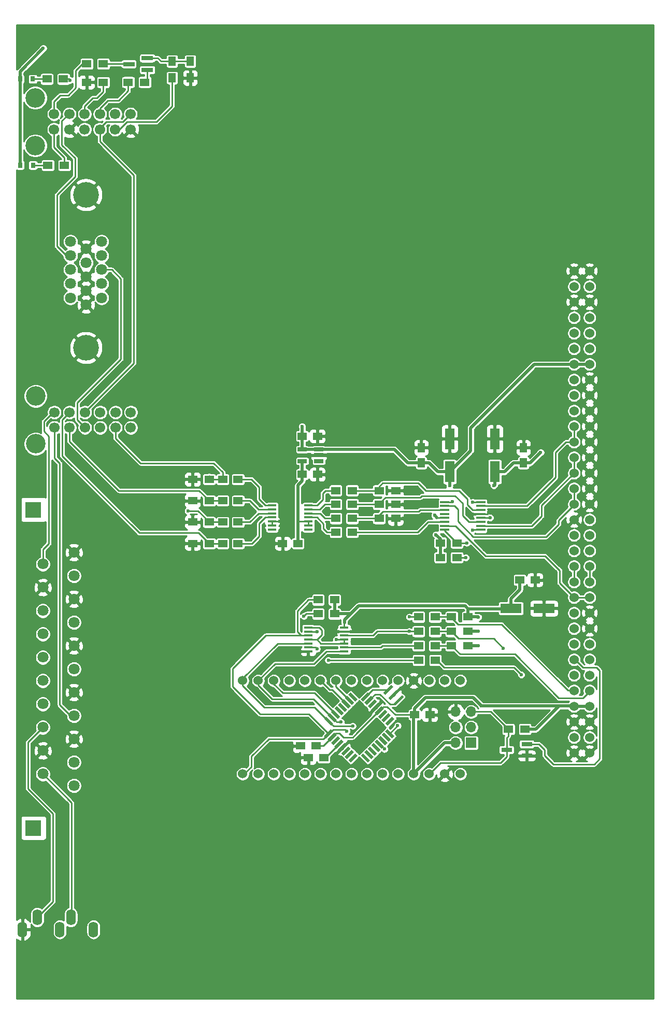
<source format=gbr>
%TF.GenerationSoftware,KiCad,Pcbnew,5.1.9-73d0e3b20d~88~ubuntu20.04.1*%
%TF.CreationDate,2021-05-09T07:06:14+02:00*%
%TF.ProjectId,bkm-129x-scart-vga,626b6d2d-3132-4397-982d-73636172742d,rev?*%
%TF.SameCoordinates,Original*%
%TF.FileFunction,Copper,L1,Top*%
%TF.FilePolarity,Positive*%
%FSLAX46Y46*%
G04 Gerber Fmt 4.6, Leading zero omitted, Abs format (unit mm)*
G04 Created by KiCad (PCBNEW 5.1.9-73d0e3b20d~88~ubuntu20.04.1) date 2021-05-09 07:06:14*
%MOMM*%
%LPD*%
G01*
G04 APERTURE LIST*
%TA.AperFunction,ComponentPad*%
%ADD10C,1.700000*%
%TD*%
%TA.AperFunction,ComponentPad*%
%ADD11C,3.200000*%
%TD*%
%TA.AperFunction,WasherPad*%
%ADD12R,2.500000X2.500000*%
%TD*%
%TA.AperFunction,ComponentPad*%
%ADD13C,1.800000*%
%TD*%
%TA.AperFunction,SMDPad,CuDef*%
%ADD14R,1.500000X1.250000*%
%TD*%
%TA.AperFunction,SMDPad,CuDef*%
%ADD15R,1.250000X1.500000*%
%TD*%
%TA.AperFunction,SMDPad,CuDef*%
%ADD16R,1.600000X3.500000*%
%TD*%
%TA.AperFunction,ComponentPad*%
%ADD17C,1.524000*%
%TD*%
%TA.AperFunction,SMDPad,CuDef*%
%ADD18R,1.800000X0.800000*%
%TD*%
%TA.AperFunction,SMDPad,CuDef*%
%ADD19R,1.500000X1.300000*%
%TD*%
%TA.AperFunction,SMDPad,CuDef*%
%ADD20R,1.500000X0.450000*%
%TD*%
%TA.AperFunction,SMDPad,CuDef*%
%ADD21R,1.450000X0.450000*%
%TD*%
%TA.AperFunction,SMDPad,CuDef*%
%ADD22R,1.560000X0.650000*%
%TD*%
%TA.AperFunction,SMDPad,CuDef*%
%ADD23R,3.500000X1.600000*%
%TD*%
%TA.AperFunction,SMDPad,CuDef*%
%ADD24R,1.300000X1.500000*%
%TD*%
%TA.AperFunction,SMDPad,CuDef*%
%ADD25R,1.900000X0.800000*%
%TD*%
%TA.AperFunction,SMDPad,CuDef*%
%ADD26R,0.800000X0.900000*%
%TD*%
%TA.AperFunction,ComponentPad*%
%ADD27C,4.200000*%
%TD*%
%TA.AperFunction,ComponentPad*%
%ADD28R,1.700000X1.700000*%
%TD*%
%TA.AperFunction,ComponentPad*%
%ADD29O,1.700000X1.700000*%
%TD*%
%TA.AperFunction,SMDPad,CuDef*%
%ADD30C,0.100000*%
%TD*%
%TA.AperFunction,ComponentPad*%
%ADD31O,1.600000X2.600000*%
%TD*%
%TA.AperFunction,ViaPad*%
%ADD32C,0.600000*%
%TD*%
%TA.AperFunction,Conductor*%
%ADD33C,0.250000*%
%TD*%
%TA.AperFunction,Conductor*%
%ADD34C,0.500000*%
%TD*%
%TA.AperFunction,Conductor*%
%ADD35C,0.254000*%
%TD*%
%TA.AperFunction,Conductor*%
%ADD36C,0.100000*%
%TD*%
G04 APERTURE END LIST*
D10*
%TO.P,SW1,9*%
%TO.N,/COMB_H_SYNC*%
X63543500Y-40148600D03*
%TO.P,SW1,10*%
%TO.N,Net-(R14-Pad2)*%
X61043500Y-40148600D03*
%TO.P,SW1,8*%
%TO.N,/H_SYNC*%
X66043500Y-40148600D03*
%TO.P,SW1,2*%
%TO.N,/COMB_CSYNC*%
X66043500Y-42648600D03*
%TO.P,SW1,3*%
%TO.N,/CSYNC*%
X63543500Y-42648600D03*
%TO.P,SW1,1*%
%TO.N,GND*%
X68543500Y-42648600D03*
%TO.P,SW1,7*%
%TO.N,/CSYNC*%
X68543500Y-40148600D03*
%TO.P,SW1,4*%
%TO.N,/CSYNC_ACT*%
X61043500Y-42648600D03*
%TO.P,SW1,5*%
%TO.N,GND*%
X58543500Y-42648600D03*
%TO.P,SW1,6*%
%TO.N,/HV_SYNC_ACT*%
X56043500Y-42648600D03*
%TO.P,SW1,12*%
%TO.N,/COMB_V_SYNC*%
X56043500Y-40148600D03*
%TO.P,SW1,11*%
%TO.N,/V_SYNC*%
X58543500Y-40148600D03*
D11*
%TO.P,SW1,S*%
%TO.N,N/C*%
X52993500Y-37498600D03*
X52993500Y-45298600D03*
%TD*%
D12*
%TO.P,J2,*%
%TO.N,*%
X52682000Y-104810000D03*
X52682000Y-156810000D03*
D13*
%TO.P,J2,21*%
%TO.N,GND*%
X59309000Y-111760000D03*
%TO.P,J2,19*%
%TO.N,N/C*%
X59309000Y-115570000D03*
%TO.P,J2,17*%
%TO.N,GND*%
X59309000Y-119380000D03*
%TO.P,J2,15*%
%TO.N,/SCART_R*%
X59309000Y-123190000D03*
%TO.P,J2,13*%
%TO.N,GND*%
X59309000Y-127000000D03*
%TO.P,J2,11*%
%TO.N,/SCART_G*%
X59309000Y-130810000D03*
%TO.P,J2,9*%
%TO.N,GND*%
X59309000Y-134620000D03*
%TO.P,J2,7*%
%TO.N,/SCART_B*%
X59309000Y-138430000D03*
%TO.P,J2,5*%
%TO.N,GND*%
X59309000Y-142240000D03*
%TO.P,J2,3*%
%TO.N,N/C*%
X59309000Y-146050000D03*
%TO.P,J2,1*%
X59309000Y-149860000D03*
%TO.P,J2,20*%
%TO.N,/SCART_CS*%
X54229000Y-113665000D03*
%TO.P,J2,18*%
%TO.N,GND*%
X54229000Y-117475000D03*
%TO.P,J2,16*%
%TO.N,N/C*%
X54229000Y-121285000D03*
%TO.P,J2,14*%
X54229000Y-125095000D03*
%TO.P,J2,12*%
X54229000Y-128905000D03*
%TO.P,J2,10*%
X54229000Y-132715000D03*
%TO.P,J2,8*%
X54229000Y-136525000D03*
%TO.P,J2,6*%
%TO.N,/SCART_AL*%
X54229000Y-140335000D03*
%TO.P,J2,4*%
%TO.N,GND*%
X54229000Y-144145000D03*
%TO.P,J2,2*%
%TO.N,/SCART_AR*%
X54229000Y-147955000D03*
%TD*%
D14*
%TO.P,C1,1*%
%TO.N,Net-(C1-Pad1)*%
X86124100Y-99822000D03*
%TO.P,C1,2*%
%TO.N,/OUT_G*%
X83624100Y-99822000D03*
%TD*%
%TO.P,C2,1*%
%TO.N,Net-(C2-Pad1)*%
X86124100Y-103314500D03*
%TO.P,C2,2*%
%TO.N,/OUT_B*%
X83624100Y-103314500D03*
%TD*%
%TO.P,C3,1*%
%TO.N,Net-(C3-Pad1)*%
X86124100Y-106807000D03*
%TO.P,C3,2*%
%TO.N,/OUT_R*%
X83624100Y-106807000D03*
%TD*%
%TO.P,C4,1*%
%TO.N,Net-(C4-Pad1)*%
X86124100Y-110299500D03*
%TO.P,C4,2*%
%TO.N,/OUT_CS*%
X83624100Y-110299500D03*
%TD*%
%TO.P,C5,1*%
%TO.N,+3V3*%
X95903100Y-110299500D03*
%TO.P,C5,2*%
%TO.N,GND*%
X93403100Y-110299500D03*
%TD*%
D15*
%TO.P,C6,1*%
%TO.N,VDD*%
X116052600Y-97135000D03*
%TO.P,C6,2*%
%TO.N,GND*%
X116052600Y-94635000D03*
%TD*%
D16*
%TO.P,C7,1*%
%TO.N,VDD*%
X120688100Y-98585000D03*
%TO.P,C7,2*%
%TO.N,GND*%
X120688100Y-93185000D03*
%TD*%
%TO.P,C8,1*%
%TO.N,GND*%
X128054100Y-93185000D03*
%TO.P,C8,2*%
%TO.N,VSS*%
X128054100Y-98585000D03*
%TD*%
D15*
%TO.P,C9,1*%
%TO.N,VSS*%
X132753100Y-97135000D03*
%TO.P,C9,2*%
%TO.N,GND*%
X132753100Y-94635000D03*
%TD*%
D17*
%TO.P,J5,1b*%
%TO.N,GND*%
X141020800Y-65786000D03*
%TO.P,J5,2b*%
%TO.N,N/C*%
X141020800Y-68326000D03*
%TO.P,J5,3b*%
%TO.N,GND*%
X141020800Y-70866000D03*
%TO.P,J5,4b*%
%TO.N,N/C*%
X141020800Y-73406000D03*
%TO.P,J5,5b*%
X141020800Y-75946000D03*
%TO.P,J5,6b*%
%TO.N,VSS*%
X141020800Y-78486000D03*
%TO.P,J5,7b*%
%TO.N,VDD*%
X141020800Y-81026000D03*
%TO.P,J5,8b*%
%TO.N,N/C*%
X141020800Y-83566000D03*
%TO.P,J5,9b*%
X141020800Y-86106000D03*
%TO.P,J5,10b*%
X141020800Y-88646000D03*
%TO.P,J5,11b*%
%TO.N,/Y/G*%
X141020800Y-91186000D03*
%TO.P,J5,12b*%
X141020800Y-93726000D03*
%TO.P,J5,13b*%
%TO.N,/P-B/B*%
X141020800Y-96266000D03*
%TO.P,J5,14b*%
X141020800Y-98806000D03*
%TO.P,J5,15b*%
%TO.N,/P-R/R*%
X141020800Y-101346000D03*
%TO.P,J5,16b*%
X141020800Y-103886000D03*
%TO.P,J5,17b*%
%TO.N,GND*%
X141020800Y-106426000D03*
%TO.P,J5,18b*%
%TO.N,N/C*%
X141020800Y-108966000D03*
%TO.P,J5,19b*%
X141020800Y-111506000D03*
%TO.P,J5,20b*%
%TO.N,Net-(J5-Pad20b)*%
X141020800Y-114046000D03*
%TO.P,J5,21b*%
X141020800Y-116586000D03*
%TO.P,J5,22b*%
%TO.N,/EXT_SYNC*%
X141020800Y-119126000D03*
%TO.P,J5,23b*%
%TO.N,N/C*%
X141020800Y-121666000D03*
%TO.P,J5,24b*%
X141020800Y-124206000D03*
%TO.P,J5,25b*%
X141020800Y-126746000D03*
%TO.P,J5,26b*%
%TO.N,/RESET*%
X141020800Y-129286000D03*
%TO.P,J5,27b*%
%TO.N,/MISO*%
X141020800Y-131826000D03*
%TO.P,J5,28b*%
%TO.N,/SCLK*%
X141020800Y-134366000D03*
%TO.P,J5,29b*%
%TO.N,+5VD*%
X141020800Y-136906000D03*
%TO.P,J5,30b*%
%TO.N,GND*%
X141020800Y-139446000D03*
%TO.P,J5,31b*%
%TO.N,N/C*%
X141020800Y-141986000D03*
%TO.P,J5,32b*%
%TO.N,GND*%
X141020800Y-144526000D03*
%TO.P,J5,1a*%
X143560800Y-65786000D03*
%TO.P,J5,2a*%
%TO.N,N/C*%
X143560800Y-68326000D03*
%TO.P,J5,3a*%
%TO.N,GND*%
X143560800Y-70866000D03*
%TO.P,J5,4a*%
%TO.N,N/C*%
X143560800Y-73406000D03*
%TO.P,J5,5a*%
X143560800Y-75946000D03*
%TO.P,J5,6a*%
%TO.N,VSS*%
X143560800Y-78486000D03*
%TO.P,J5,7a*%
%TO.N,VDD*%
X143560800Y-81026000D03*
%TO.P,J5,8a*%
%TO.N,GND*%
X143560800Y-83566000D03*
%TO.P,J5,9a*%
X143560800Y-86106000D03*
%TO.P,J5,10a*%
X143560800Y-88646000D03*
%TO.P,J5,11a*%
X143560800Y-91186000D03*
%TO.P,J5,12a*%
X143560800Y-93726000D03*
%TO.P,J5,13a*%
X143560800Y-96266000D03*
%TO.P,J5,14a*%
X143560800Y-98806000D03*
%TO.P,J5,15a*%
X143560800Y-101346000D03*
%TO.P,J5,16a*%
X143560800Y-103886000D03*
%TO.P,J5,17a*%
%TO.N,N/C*%
X143560800Y-106426000D03*
%TO.P,J5,18a*%
X143560800Y-108966000D03*
%TO.P,J5,19a*%
X143560800Y-111506000D03*
%TO.P,J5,20a*%
%TO.N,Net-(J5-Pad20a)*%
X143560800Y-114046000D03*
%TO.P,J5,21a*%
X143560800Y-116586000D03*
%TO.P,J5,22a*%
%TO.N,/EXT_SYNC*%
X143560800Y-119126000D03*
%TO.P,J5,23a*%
%TO.N,GND*%
X143560800Y-121666000D03*
%TO.P,J5,24a*%
X143560800Y-124206000D03*
%TO.P,J5,25a*%
%TO.N,N/C*%
X143560800Y-126746000D03*
%TO.P,J5,26a*%
X143560800Y-129286000D03*
%TO.P,J5,27a*%
X143560800Y-131826000D03*
%TO.P,J5,28a*%
%TO.N,/MOSI*%
X143560800Y-134366000D03*
%TO.P,J5,29a*%
%TO.N,+5VD*%
X143560800Y-136906000D03*
%TO.P,J5,30a*%
%TO.N,GND*%
X143560800Y-139446000D03*
%TO.P,J5,31a*%
%TO.N,/SLOT_ID*%
X143560800Y-141986000D03*
%TO.P,J5,32a*%
%TO.N,GND*%
X143560800Y-144526000D03*
%TD*%
D18*
%TO.P,Q1,1*%
%TO.N,GND*%
X133298200Y-144968000D03*
%TO.P,Q1,2*%
%TO.N,/RESET*%
X133298200Y-143068000D03*
%TO.P,Q1,3*%
%TO.N,~MCU_RESET*%
X129998200Y-144018000D03*
%TD*%
D19*
%TO.P,R1,1*%
%TO.N,~BX_OE*%
X121881600Y-112603000D03*
%TO.P,R1,2*%
%TO.N,VDD*%
X119181600Y-112603000D03*
%TD*%
%TO.P,R6,1*%
%TO.N,Net-(R32-Pad1)*%
X104778800Y-101650800D03*
%TO.P,R6,2*%
%TO.N,Net-(R6-Pad2)*%
X102078800Y-101650800D03*
%TD*%
%TO.P,R7,1*%
%TO.N,Net-(R33-Pad1)*%
X104781600Y-103903000D03*
%TO.P,R7,2*%
%TO.N,Net-(R7-Pad2)*%
X102081600Y-103903000D03*
%TD*%
%TO.P,R8,1*%
%TO.N,Net-(R34-Pad1)*%
X104781600Y-106203000D03*
%TO.P,R8,2*%
%TO.N,Net-(R8-Pad2)*%
X102081600Y-106203000D03*
%TD*%
%TO.P,R9,1*%
%TO.N,Net-(R9-Pad1)*%
X104781600Y-108453000D03*
%TO.P,R9,2*%
%TO.N,Net-(R9-Pad2)*%
X102081600Y-108453000D03*
%TD*%
%TO.P,R10,1*%
%TO.N,/OUT_CS*%
X81398100Y-110299500D03*
%TO.P,R10,2*%
%TO.N,GND*%
X78698100Y-110299500D03*
%TD*%
%TO.P,R11,1*%
%TO.N,/OUT_R*%
X81398100Y-106807000D03*
%TO.P,R11,2*%
%TO.N,GND*%
X78698100Y-106807000D03*
%TD*%
%TO.P,R12,1*%
%TO.N,/OUT_B*%
X81398100Y-103314500D03*
%TO.P,R12,2*%
%TO.N,GND*%
X78698100Y-103314500D03*
%TD*%
%TO.P,R13,1*%
%TO.N,/OUT_G*%
X81398100Y-99822000D03*
%TO.P,R13,2*%
%TO.N,GND*%
X78698100Y-99822000D03*
%TD*%
%TO.P,R18,1*%
%TO.N,VDD*%
X119181600Y-110203000D03*
%TO.P,R18,2*%
%TO.N,~EXT_SYNC_OE*%
X121881600Y-110203000D03*
%TD*%
%TO.P,R20,1*%
%TO.N,/SCLK*%
X121001800Y-122301000D03*
%TO.P,R20,2*%
%TO.N,+5VD*%
X123701800Y-122301000D03*
%TD*%
%TO.P,R21,1*%
%TO.N,Net-(R21-Pad1)*%
X115617000Y-122301000D03*
%TO.P,R21,2*%
%TO.N,/SCLK*%
X118317000Y-122301000D03*
%TD*%
%TO.P,R22,1*%
%TO.N,+5VD*%
X132998200Y-140652500D03*
%TO.P,R22,2*%
%TO.N,~MCU_RESET*%
X130298200Y-140652500D03*
%TD*%
%TO.P,R23,1*%
%TO.N,MCU_MISO*%
X99208600Y-121793000D03*
%TO.P,R23,2*%
%TO.N,+5VD*%
X101908600Y-121793000D03*
%TD*%
%TO.P,R24,1*%
%TO.N,Net-(R24-Pad1)*%
X115642400Y-129362200D03*
%TO.P,R24,2*%
%TO.N,/MISO*%
X118342400Y-129362200D03*
%TD*%
%TO.P,R25,1*%
%TO.N,/MOSI*%
X121001800Y-127000000D03*
%TO.P,R25,2*%
%TO.N,+5VD*%
X123701800Y-127000000D03*
%TD*%
%TO.P,R26,1*%
%TO.N,Net-(R26-Pad1)*%
X115617000Y-127000000D03*
%TO.P,R26,2*%
%TO.N,/MOSI*%
X118317000Y-127000000D03*
%TD*%
%TO.P,R27,1*%
%TO.N,/SLOT_ID*%
X121001800Y-124663200D03*
%TO.P,R27,2*%
%TO.N,+5VD*%
X123701800Y-124663200D03*
%TD*%
%TO.P,R28,1*%
%TO.N,MCU_SLOT_ID*%
X115617000Y-124663200D03*
%TO.P,R28,2*%
%TO.N,/SLOT_ID*%
X118317000Y-124663200D03*
%TD*%
D20*
%TO.P,U1,1*%
%TO.N,~BX_OE*%
X125781600Y-108078000D03*
%TO.P,U1,2*%
%TO.N,/P-B/B*%
X125781600Y-107428000D03*
%TO.P,U1,3*%
%TO.N,Net-(R33-Pad1)*%
X125781600Y-106778000D03*
%TO.P,U1,4*%
%TO.N,VSS*%
X125781600Y-106128000D03*
%TO.P,U1,5*%
%TO.N,GND*%
X125781600Y-105478000D03*
%TO.P,U1,6*%
%TO.N,Net-(R32-Pad1)*%
X125781600Y-104828000D03*
%TO.P,U1,7*%
%TO.N,/Y/G*%
X125781600Y-104178000D03*
%TO.P,U1,8*%
%TO.N,~BX_OE*%
X125781600Y-103528000D03*
%TO.P,U1,9*%
X119881600Y-103528000D03*
%TO.P,U1,10*%
%TO.N,/P-R/R*%
X119881600Y-104178000D03*
%TO.P,U1,11*%
%TO.N,Net-(R34-Pad1)*%
X119881600Y-104828000D03*
%TO.P,U1,12*%
%TO.N,N/C*%
X119881600Y-105478000D03*
%TO.P,U1,13*%
%TO.N,VDD*%
X119881600Y-106128000D03*
%TO.P,U1,14*%
%TO.N,Net-(R9-Pad1)*%
X119881600Y-106778000D03*
%TO.P,U1,15*%
%TO.N,/EXT_SYNC*%
X119881600Y-107428000D03*
%TO.P,U1,16*%
%TO.N,~EXT_SYNC_OE*%
X119881600Y-108078000D03*
%TD*%
D17*
%TO.P,U3,1*%
%TO.N,N/C*%
X122440700Y-132715000D03*
%TO.P,U3,2*%
X119900700Y-132715000D03*
%TO.P,U3,3*%
X117360700Y-132715000D03*
%TO.P,U3,4*%
%TO.N,GND*%
X114820700Y-132715000D03*
%TO.P,U3,5*%
%TO.N,MCU_SLOT_ID*%
X112280700Y-132715000D03*
%TO.P,U3,6*%
%TO.N,N/C*%
X109740700Y-132715000D03*
%TO.P,U3,7*%
X107200700Y-132715000D03*
%TO.P,U3,8*%
X104660700Y-132715000D03*
%TO.P,U3,9*%
%TO.N,~BX_OE*%
X102120700Y-132715000D03*
%TO.P,U3,10*%
%TO.N,~EXT_SYNC_OE*%
X99580700Y-132715000D03*
%TO.P,U3,11*%
%TO.N,N/C*%
X97040700Y-132715000D03*
%TO.P,U3,12*%
X94500700Y-132715000D03*
%TO.P,U3,13*%
%TO.N,~MCU_SS*%
X91960700Y-132715000D03*
%TO.P,U3,14*%
%TO.N,MCU_MOSI*%
X89420700Y-132715000D03*
%TO.P,U3,15*%
%TO.N,MCU_MISO*%
X86880700Y-132715000D03*
%TO.P,U3,16*%
%TO.N,MCU_SCK*%
X86880700Y-147955000D03*
%TO.P,U3,17*%
%TO.N,N/C*%
X89420700Y-147955000D03*
%TO.P,U3,18*%
X91960700Y-147955000D03*
%TO.P,U3,19*%
X94500700Y-147955000D03*
%TO.P,U3,20*%
X97040700Y-147955000D03*
%TO.P,U3,21*%
X99580700Y-147955000D03*
%TO.P,U3,22*%
X102120700Y-147955000D03*
%TO.P,U3,23*%
X104660700Y-147955000D03*
%TO.P,U3,24*%
X107200700Y-147955000D03*
%TO.P,U3,25*%
X109740700Y-147955000D03*
%TO.P,U3,26*%
X112280700Y-147955000D03*
%TO.P,U3,27*%
%TO.N,+5VD*%
X114820700Y-147955000D03*
%TO.P,U3,28*%
%TO.N,~MCU_RESET*%
X117360700Y-147955000D03*
%TO.P,U3,29*%
%TO.N,GND*%
X119900700Y-147955000D03*
%TO.P,U3,30*%
%TO.N,N/C*%
X122440700Y-147955000D03*
%TD*%
D21*
%TO.P,U2,1*%
%TO.N,Net-(C1-Pad1)*%
X91703100Y-104095000D03*
%TO.P,U2,2*%
%TO.N,Net-(C2-Pad1)*%
X91703100Y-104745000D03*
%TO.P,U2,3*%
%TO.N,Net-(C3-Pad1)*%
X91703100Y-105395000D03*
%TO.P,U2,4*%
%TO.N,Net-(C4-Pad1)*%
X91703100Y-106045000D03*
%TO.P,U2,5*%
%TO.N,GND*%
X91703100Y-106695000D03*
%TO.P,U2,6*%
X91703100Y-107345000D03*
%TO.P,U2,7*%
%TO.N,N/C*%
X91703100Y-107995000D03*
%TO.P,U2,8*%
X97603100Y-107995000D03*
%TO.P,U2,9*%
%TO.N,+3V3*%
X97603100Y-107345000D03*
%TO.P,U2,10*%
X97603100Y-106695000D03*
%TO.P,U2,11*%
%TO.N,Net-(R9-Pad2)*%
X97603100Y-106045000D03*
%TO.P,U2,12*%
%TO.N,Net-(R8-Pad2)*%
X97603100Y-105395000D03*
%TO.P,U2,13*%
%TO.N,Net-(R7-Pad2)*%
X97603100Y-104745000D03*
%TO.P,U2,14*%
%TO.N,Net-(R6-Pad2)*%
X97603100Y-104095000D03*
%TD*%
%TO.P,U4,1*%
%TO.N,~MCU_SS*%
X97583200Y-124034000D03*
%TO.P,U4,2*%
%TO.N,Net-(R21-Pad1)*%
X97583200Y-124684000D03*
%TO.P,U4,3*%
%TO.N,MCU_SCK*%
X97583200Y-125334000D03*
%TO.P,U4,4*%
%TO.N,~MCU_SS*%
X97583200Y-125984000D03*
%TO.P,U4,5*%
%TO.N,MCU_MISO*%
X97583200Y-126634000D03*
%TO.P,U4,6*%
%TO.N,Net-(R24-Pad1)*%
X97583200Y-127284000D03*
%TO.P,U4,7*%
%TO.N,GND*%
X97583200Y-127934000D03*
%TO.P,U4,8*%
%TO.N,MCU_MOSI*%
X103483200Y-127934000D03*
%TO.P,U4,9*%
%TO.N,Net-(R26-Pad1)*%
X103483200Y-127284000D03*
%TO.P,U4,10*%
%TO.N,~MCU_SS*%
X103483200Y-126634000D03*
%TO.P,U4,11*%
X103483200Y-125984000D03*
%TO.P,U4,12*%
%TO.N,MCU_SLOT_ID*%
X103483200Y-125334000D03*
%TO.P,U4,13*%
%TO.N,GND*%
X103483200Y-124684000D03*
%TO.P,U4,14*%
%TO.N,+5VD*%
X103483200Y-124034000D03*
%TD*%
D14*
%TO.P,C10,1*%
%TO.N,+3V3*%
X96590800Y-99009200D03*
%TO.P,C10,2*%
%TO.N,GND*%
X99090800Y-99009200D03*
%TD*%
%TO.P,C11,1*%
%TO.N,GND*%
X99090800Y-92760800D03*
%TO.P,C11,2*%
%TO.N,VDD*%
X96590800Y-92760800D03*
%TD*%
D22*
%TO.P,U5,1*%
%TO.N,N/C*%
X99317800Y-96835000D03*
%TO.P,U5,2*%
%TO.N,GND*%
X99317800Y-95885000D03*
%TO.P,U5,3*%
%TO.N,VDD*%
X99317800Y-94935000D03*
%TO.P,U5,4*%
X96617800Y-94935000D03*
%TO.P,U5,5*%
%TO.N,+3V3*%
X96617800Y-96835000D03*
%TD*%
D14*
%TO.P,C12,1*%
%TO.N,+5VD*%
X132150800Y-116255800D03*
%TO.P,C12,2*%
%TO.N,GND*%
X134650800Y-116255800D03*
%TD*%
D23*
%TO.P,C13,1*%
%TO.N,+5VD*%
X130700800Y-120904000D03*
%TO.P,C13,2*%
%TO.N,GND*%
X136100800Y-120904000D03*
%TD*%
D19*
%TO.P,R19,1*%
%TO.N,MCU_SCK*%
X99208600Y-119507000D03*
%TO.P,R19,2*%
%TO.N,+5VD*%
X101908600Y-119507000D03*
%TD*%
%TO.P,R32,1*%
%TO.N,Net-(R32-Pad1)*%
X109181600Y-101653000D03*
%TO.P,R32,2*%
%TO.N,GND*%
X111881600Y-101653000D03*
%TD*%
%TO.P,R33,1*%
%TO.N,Net-(R33-Pad1)*%
X109181600Y-103903000D03*
%TO.P,R33,2*%
%TO.N,GND*%
X111881600Y-103903000D03*
%TD*%
%TO.P,R34,1*%
%TO.N,Net-(R34-Pad1)*%
X109181600Y-106203000D03*
%TO.P,R34,2*%
%TO.N,GND*%
X111881600Y-106203000D03*
%TD*%
%TO.P,R2,1*%
%TO.N,Net-(Q2-Pad3)*%
X64088000Y-31940500D03*
%TO.P,R2,2*%
%TO.N,/COMB_V_SYNC*%
X61388000Y-31940500D03*
%TD*%
%TO.P,R3,1*%
%TO.N,Net-(Q2-Pad1)*%
X70869800Y-34937700D03*
%TO.P,R3,2*%
%TO.N,/COMB_H_SYNC*%
X68169800Y-34937700D03*
%TD*%
D24*
%TO.P,R4,1*%
%TO.N,/COMB_CSYNC*%
X75349100Y-34230300D03*
%TO.P,R4,2*%
%TO.N,Net-(Q2-Pad2)*%
X75349100Y-31530300D03*
%TD*%
%TO.P,R5,1*%
%TO.N,GND*%
X78308200Y-34230300D03*
%TO.P,R5,2*%
%TO.N,Net-(Q2-Pad2)*%
X78308200Y-31530300D03*
%TD*%
D25*
%TO.P,Q2,1*%
%TO.N,Net-(Q2-Pad1)*%
X71286500Y-32915900D03*
%TO.P,Q2,2*%
%TO.N,Net-(Q2-Pad2)*%
X71286500Y-31015900D03*
%TO.P,Q2,3*%
%TO.N,Net-(Q2-Pad3)*%
X68286500Y-31965900D03*
%TD*%
D19*
%TO.P,R14,1*%
%TO.N,GND*%
X61388000Y-34950400D03*
%TO.P,R14,2*%
%TO.N,Net-(R14-Pad2)*%
X64088000Y-34950400D03*
%TD*%
D26*
%TO.P,D1,1*%
%TO.N,Net-(D1-Pad1)*%
X52586600Y-34417000D03*
%TO.P,D1,2*%
%TO.N,VDD*%
X50486600Y-34417000D03*
%TD*%
%TO.P,D2,1*%
%TO.N,Net-(D2-Pad1)*%
X52612000Y-48514000D03*
%TO.P,D2,2*%
%TO.N,VDD*%
X50512000Y-48514000D03*
%TD*%
D19*
%TO.P,R15,1*%
%TO.N,/CSYNC_ACT*%
X57594500Y-34417000D03*
%TO.P,R15,2*%
%TO.N,Net-(D1-Pad1)*%
X54894500Y-34417000D03*
%TD*%
%TO.P,R16,1*%
%TO.N,/HV_SYNC_ACT*%
X57738000Y-48514000D03*
%TO.P,R16,2*%
%TO.N,Net-(D2-Pad1)*%
X55038000Y-48514000D03*
%TD*%
D13*
%TO.P,J1,3*%
%TO.N,/VGA_B*%
X63817500Y-65570100D03*
%TO.P,J1,13*%
%TO.N,/H_SYNC*%
X58737500Y-65570100D03*
%TO.P,J1,12*%
%TO.N,N/C*%
X58737500Y-67861180D03*
%TO.P,J1,11*%
X58737500Y-70152260D03*
%TO.P,J1,14*%
%TO.N,/V_SYNC*%
X58737500Y-63279020D03*
%TO.P,J1,15*%
%TO.N,N/C*%
X58737500Y-60987940D03*
%TO.P,J1,10*%
%TO.N,GND*%
X61277500Y-62141100D03*
%TO.P,J1,9*%
%TO.N,N/C*%
X61277500Y-64432180D03*
%TO.P,J1,8*%
%TO.N,GND*%
X61277500Y-66723260D03*
%TO.P,J1,7*%
X61277500Y-69014340D03*
%TO.P,J1,6*%
X61277500Y-71305420D03*
%TO.P,J1,4*%
%TO.N,N/C*%
X63817500Y-63279020D03*
%TO.P,J1,5*%
X63817500Y-60987940D03*
%TO.P,J1,2*%
%TO.N,/VGA_G*%
X63817500Y-67861180D03*
%TO.P,J1,1*%
%TO.N,/VGA_R*%
X63817500Y-70152260D03*
D27*
%TO.P,J1,0*%
%TO.N,GND*%
X61277500Y-78315820D03*
X61277500Y-53332380D03*
%TD*%
D14*
%TO.P,C15,1*%
%TO.N,+5VD*%
X98836800Y-143383000D03*
%TO.P,C15,2*%
%TO.N,GND*%
X96336800Y-143383000D03*
%TD*%
%TO.P,C16,1*%
%TO.N,+5VD*%
X114967700Y-138290300D03*
%TO.P,C16,2*%
%TO.N,GND*%
X117467700Y-138290300D03*
%TD*%
%TO.P,C17,1*%
%TO.N,GND*%
X97606800Y-145288000D03*
%TO.P,C17,2*%
%TO.N,Net-(C17-Pad2)*%
X100106800Y-145288000D03*
%TD*%
D28*
%TO.P,J6,1*%
%TO.N,MCU_MISO*%
X124206000Y-142875000D03*
D29*
%TO.P,J6,2*%
%TO.N,+5VD*%
X121666000Y-142875000D03*
%TO.P,J6,3*%
%TO.N,MCU_SCK*%
X124206000Y-140335000D03*
%TO.P,J6,4*%
%TO.N,MCU_MOSI*%
X121666000Y-140335000D03*
%TO.P,J6,5*%
%TO.N,~MCU_RESET*%
X124206000Y-137795000D03*
%TO.P,J6,6*%
%TO.N,GND*%
X121666000Y-137795000D03*
%TD*%
D10*
%TO.P,SW2,9*%
%TO.N,/SCART_R*%
X63594300Y-88869200D03*
%TO.P,SW2,10*%
%TO.N,/CSYNC*%
X61094300Y-88869200D03*
%TO.P,SW2,8*%
%TO.N,/OUT_R*%
X66094300Y-88869200D03*
%TO.P,SW2,2*%
%TO.N,/OUT_G*%
X66094300Y-91369200D03*
%TO.P,SW2,3*%
%TO.N,/SCART_G*%
X63594300Y-91369200D03*
%TO.P,SW2,1*%
%TO.N,/VGA_G*%
X68594300Y-91369200D03*
%TO.P,SW2,7*%
%TO.N,/VGA_R*%
X68594300Y-88869200D03*
%TO.P,SW2,4*%
%TO.N,/VGA_B*%
X61094300Y-91369200D03*
%TO.P,SW2,5*%
%TO.N,/OUT_B*%
X58594300Y-91369200D03*
%TO.P,SW2,6*%
%TO.N,/SCART_B*%
X56094300Y-91369200D03*
%TO.P,SW2,12*%
%TO.N,/SCART_CS*%
X56094300Y-88869200D03*
%TO.P,SW2,11*%
%TO.N,/OUT_CS*%
X58594300Y-88869200D03*
D11*
%TO.P,SW2,S*%
%TO.N,N/C*%
X53044300Y-86219200D03*
X53044300Y-94019200D03*
%TD*%
%TA.AperFunction,SMDPad,CuDef*%
D30*
%TO.P,U6,1*%
%TO.N,N/C*%
G36*
X111274334Y-138562255D02*
G01*
X111663243Y-138951164D01*
X110531872Y-140082535D01*
X110142963Y-139693626D01*
X111274334Y-138562255D01*
G37*
%TD.AperFunction*%
%TA.AperFunction,SMDPad,CuDef*%
%TO.P,U6,2*%
G36*
X110708648Y-137996570D02*
G01*
X111097557Y-138385479D01*
X109966186Y-139516850D01*
X109577277Y-139127941D01*
X110708648Y-137996570D01*
G37*
%TD.AperFunction*%
%TA.AperFunction,SMDPad,CuDef*%
%TO.P,U6,3*%
G36*
X110142963Y-137430884D02*
G01*
X110531872Y-137819793D01*
X109400501Y-138951164D01*
X109011592Y-138562255D01*
X110142963Y-137430884D01*
G37*
%TD.AperFunction*%
%TA.AperFunction,SMDPad,CuDef*%
%TO.P,U6,4*%
%TO.N,+5VD*%
G36*
X109577278Y-136865199D02*
G01*
X109966187Y-137254108D01*
X108834816Y-138385479D01*
X108445907Y-137996570D01*
X109577278Y-136865199D01*
G37*
%TD.AperFunction*%
%TA.AperFunction,SMDPad,CuDef*%
%TO.P,U6,5*%
%TO.N,GND*%
G36*
X109011592Y-136299513D02*
G01*
X109400501Y-136688422D01*
X108269130Y-137819793D01*
X107880221Y-137430884D01*
X109011592Y-136299513D01*
G37*
%TD.AperFunction*%
%TA.AperFunction,SMDPad,CuDef*%
%TO.P,U6,6*%
%TO.N,N/C*%
G36*
X108445907Y-135733828D02*
G01*
X108834816Y-136122737D01*
X107703445Y-137254108D01*
X107314536Y-136865199D01*
X108445907Y-135733828D01*
G37*
%TD.AperFunction*%
%TA.AperFunction,SMDPad,CuDef*%
%TO.P,U6,7*%
%TO.N,Net-(U6-Pad7)*%
G36*
X107880221Y-135168143D02*
G01*
X108269130Y-135557052D01*
X107137759Y-136688423D01*
X106748850Y-136299514D01*
X107880221Y-135168143D01*
G37*
%TD.AperFunction*%
%TA.AperFunction,SMDPad,CuDef*%
%TO.P,U6,8*%
%TO.N,Net-(U6-Pad8)*%
G36*
X107314536Y-134602457D02*
G01*
X107703445Y-134991366D01*
X106572074Y-136122737D01*
X106183165Y-135733828D01*
X107314536Y-134602457D01*
G37*
%TD.AperFunction*%
%TA.AperFunction,SMDPad,CuDef*%
%TO.P,U6,9*%
%TO.N,N/C*%
G36*
X104132555Y-134991366D02*
G01*
X104521464Y-134602457D01*
X105652835Y-135733828D01*
X105263926Y-136122737D01*
X104132555Y-134991366D01*
G37*
%TD.AperFunction*%
%TA.AperFunction,SMDPad,CuDef*%
%TO.P,U6,10*%
%TO.N,~BX_OE*%
G36*
X103566870Y-135557052D02*
G01*
X103955779Y-135168143D01*
X105087150Y-136299514D01*
X104698241Y-136688423D01*
X103566870Y-135557052D01*
G37*
%TD.AperFunction*%
%TA.AperFunction,SMDPad,CuDef*%
%TO.P,U6,11*%
%TO.N,~EXT_SYNC_OE*%
G36*
X103001184Y-136122737D02*
G01*
X103390093Y-135733828D01*
X104521464Y-136865199D01*
X104132555Y-137254108D01*
X103001184Y-136122737D01*
G37*
%TD.AperFunction*%
%TA.AperFunction,SMDPad,CuDef*%
%TO.P,U6,12*%
%TO.N,N/C*%
G36*
X102435499Y-136688422D02*
G01*
X102824408Y-136299513D01*
X103955779Y-137430884D01*
X103566870Y-137819793D01*
X102435499Y-136688422D01*
G37*
%TD.AperFunction*%
%TA.AperFunction,SMDPad,CuDef*%
%TO.P,U6,13*%
G36*
X101869813Y-137254108D02*
G01*
X102258722Y-136865199D01*
X103390093Y-137996570D01*
X103001184Y-138385479D01*
X101869813Y-137254108D01*
G37*
%TD.AperFunction*%
%TA.AperFunction,SMDPad,CuDef*%
%TO.P,U6,14*%
%TO.N,~MCU_SS*%
G36*
X101304128Y-137819793D02*
G01*
X101693037Y-137430884D01*
X102824408Y-138562255D01*
X102435499Y-138951164D01*
X101304128Y-137819793D01*
G37*
%TD.AperFunction*%
%TA.AperFunction,SMDPad,CuDef*%
%TO.P,U6,15*%
%TO.N,MCU_MOSI*%
G36*
X100738443Y-138385479D02*
G01*
X101127352Y-137996570D01*
X102258723Y-139127941D01*
X101869814Y-139516850D01*
X100738443Y-138385479D01*
G37*
%TD.AperFunction*%
%TA.AperFunction,SMDPad,CuDef*%
%TO.P,U6,16*%
%TO.N,MCU_MISO*%
G36*
X100172757Y-138951164D02*
G01*
X100561666Y-138562255D01*
X101693037Y-139693626D01*
X101304128Y-140082535D01*
X100172757Y-138951164D01*
G37*
%TD.AperFunction*%
%TA.AperFunction,SMDPad,CuDef*%
%TO.P,U6,17*%
%TO.N,MCU_SCK*%
G36*
X101304128Y-140612865D02*
G01*
X101693037Y-141001774D01*
X100561666Y-142133145D01*
X100172757Y-141744236D01*
X101304128Y-140612865D01*
G37*
%TD.AperFunction*%
%TA.AperFunction,SMDPad,CuDef*%
%TO.P,U6,18*%
%TO.N,+5VD*%
G36*
X101869814Y-141178550D02*
G01*
X102258723Y-141567459D01*
X101127352Y-142698830D01*
X100738443Y-142309921D01*
X101869814Y-141178550D01*
G37*
%TD.AperFunction*%
%TA.AperFunction,SMDPad,CuDef*%
%TO.P,U6,19*%
%TO.N,N/C*%
G36*
X102435499Y-141744236D02*
G01*
X102824408Y-142133145D01*
X101693037Y-143264516D01*
X101304128Y-142875607D01*
X102435499Y-141744236D01*
G37*
%TD.AperFunction*%
%TA.AperFunction,SMDPad,CuDef*%
%TO.P,U6,20*%
%TO.N,Net-(C17-Pad2)*%
G36*
X103001184Y-142309921D02*
G01*
X103390093Y-142698830D01*
X102258722Y-143830201D01*
X101869813Y-143441292D01*
X103001184Y-142309921D01*
G37*
%TD.AperFunction*%
%TA.AperFunction,SMDPad,CuDef*%
%TO.P,U6,21*%
%TO.N,GND*%
G36*
X103566870Y-142875607D02*
G01*
X103955779Y-143264516D01*
X102824408Y-144395887D01*
X102435499Y-144006978D01*
X103566870Y-142875607D01*
G37*
%TD.AperFunction*%
%TA.AperFunction,SMDPad,CuDef*%
%TO.P,U6,22*%
%TO.N,N/C*%
G36*
X104132555Y-143441292D02*
G01*
X104521464Y-143830201D01*
X103390093Y-144961572D01*
X103001184Y-144572663D01*
X104132555Y-143441292D01*
G37*
%TD.AperFunction*%
%TA.AperFunction,SMDPad,CuDef*%
%TO.P,U6,23*%
G36*
X104698241Y-144006977D02*
G01*
X105087150Y-144395886D01*
X103955779Y-145527257D01*
X103566870Y-145138348D01*
X104698241Y-144006977D01*
G37*
%TD.AperFunction*%
%TA.AperFunction,SMDPad,CuDef*%
%TO.P,U6,24*%
G36*
X105263926Y-144572663D02*
G01*
X105652835Y-144961572D01*
X104521464Y-146092943D01*
X104132555Y-145704034D01*
X105263926Y-144572663D01*
G37*
%TD.AperFunction*%
%TA.AperFunction,SMDPad,CuDef*%
%TO.P,U6,25*%
G36*
X106183165Y-144961572D02*
G01*
X106572074Y-144572663D01*
X107703445Y-145704034D01*
X107314536Y-146092943D01*
X106183165Y-144961572D01*
G37*
%TD.AperFunction*%
%TA.AperFunction,SMDPad,CuDef*%
%TO.P,U6,26*%
G36*
X106748850Y-144395886D02*
G01*
X107137759Y-144006977D01*
X108269130Y-145138348D01*
X107880221Y-145527257D01*
X106748850Y-144395886D01*
G37*
%TD.AperFunction*%
%TA.AperFunction,SMDPad,CuDef*%
%TO.P,U6,27*%
G36*
X107314536Y-143830201D02*
G01*
X107703445Y-143441292D01*
X108834816Y-144572663D01*
X108445907Y-144961572D01*
X107314536Y-143830201D01*
G37*
%TD.AperFunction*%
%TA.AperFunction,SMDPad,CuDef*%
%TO.P,U6,28*%
G36*
X107880221Y-143264516D02*
G01*
X108269130Y-142875607D01*
X109400501Y-144006978D01*
X109011592Y-144395887D01*
X107880221Y-143264516D01*
G37*
%TD.AperFunction*%
%TA.AperFunction,SMDPad,CuDef*%
%TO.P,U6,29*%
%TO.N,~MCU_RESET*%
G36*
X108445907Y-142698830D02*
G01*
X108834816Y-142309921D01*
X109966187Y-143441292D01*
X109577278Y-143830201D01*
X108445907Y-142698830D01*
G37*
%TD.AperFunction*%
%TA.AperFunction,SMDPad,CuDef*%
%TO.P,U6,30*%
%TO.N,N/C*%
G36*
X109011592Y-142133145D02*
G01*
X109400501Y-141744236D01*
X110531872Y-142875607D01*
X110142963Y-143264516D01*
X109011592Y-142133145D01*
G37*
%TD.AperFunction*%
%TA.AperFunction,SMDPad,CuDef*%
%TO.P,U6,31*%
G36*
X109577277Y-141567459D02*
G01*
X109966186Y-141178550D01*
X111097557Y-142309921D01*
X110708648Y-142698830D01*
X109577277Y-141567459D01*
G37*
%TD.AperFunction*%
%TA.AperFunction,SMDPad,CuDef*%
%TO.P,U6,32*%
%TO.N,MCU_SLOT_ID*%
G36*
X110142963Y-141001774D02*
G01*
X110531872Y-140612865D01*
X111663243Y-141744236D01*
X111274334Y-142133145D01*
X110142963Y-141001774D01*
G37*
%TD.AperFunction*%
%TD*%
%TA.AperFunction,SMDPad,CuDef*%
%TO.P,Y1,2*%
%TO.N,GND*%
G36*
X112319173Y-134508770D02*
G01*
X110975670Y-135852273D01*
X110692827Y-135569430D01*
X112036330Y-134225927D01*
X112319173Y-134508770D01*
G37*
%TD.AperFunction*%
%TA.AperFunction,SMDPad,CuDef*%
%TO.P,Y1,3*%
%TO.N,Net-(U6-Pad8)*%
G36*
X111470645Y-133660242D02*
G01*
X110127142Y-135003745D01*
X109844299Y-134720902D01*
X111187802Y-133377399D01*
X111470645Y-133660242D01*
G37*
%TD.AperFunction*%
%TA.AperFunction,SMDPad,CuDef*%
%TO.P,Y1,1*%
%TO.N,Net-(U6-Pad7)*%
G36*
X113167701Y-135357298D02*
G01*
X111824198Y-136700801D01*
X111541355Y-136417958D01*
X112884858Y-135074455D01*
X113167701Y-135357298D01*
G37*
%TD.AperFunction*%
%TD*%
D31*
%TO.P,J3,3*%
%TO.N,GND*%
X50901600Y-173366000D03*
%TO.P,J3,1*%
%TO.N,/SCART_AL*%
X53301600Y-171366000D03*
%TO.P,J3,5*%
%TO.N,N/C*%
X57001600Y-173366000D03*
%TO.P,J3,2*%
%TO.N,/SCART_AR*%
X58801600Y-171366000D03*
%TO.P,J3,4*%
%TO.N,N/C*%
X62501600Y-173366000D03*
%TD*%
D32*
%TO.N,GND*%
X109435900Y-136258300D03*
X61379100Y-33782000D03*
X127081600Y-105253000D03*
X113181600Y-106203000D03*
X113131600Y-103903000D03*
X113131600Y-101653000D03*
X100838000Y-95910400D03*
X92964000Y-106705400D03*
X97612200Y-128714500D03*
%TO.N,VDD*%
X96583500Y-91160600D03*
X118431600Y-108853000D03*
X120681600Y-100853000D03*
X118231600Y-105703000D03*
X54292500Y-29400500D03*
%TO.N,VSS*%
X135572500Y-95415100D03*
X127331600Y-106103000D03*
X127931600Y-100853000D03*
%TO.N,/MISO*%
X132384800Y-131749800D03*
%TO.N,/SLOT_ID*%
X129463800Y-127406400D03*
%TO.N,~BX_OE*%
X123331600Y-112603000D03*
X124481600Y-108103000D03*
X121181600Y-103503000D03*
X124481600Y-103553000D03*
%TO.N,~EXT_SYNC_OE*%
X123481600Y-110203000D03*
%TO.N,Net-(R21-Pad1)*%
X114122200Y-122301000D03*
X99009200Y-124688600D03*
%TO.N,+5VD*%
X125349000Y-127000000D03*
X125374400Y-124663200D03*
X125399800Y-122326400D03*
X125920500Y-136842500D03*
%TO.N,Net-(R24-Pad1)*%
X99009200Y-127533400D03*
X100863400Y-129362200D03*
%TO.N,/CSYNC_ACT*%
X58674000Y-34607500D03*
%TO.N,/OUT_R*%
X77927200Y-104978200D03*
%TO.N,MCU_MISO*%
X104851200Y-140106400D03*
X96875600Y-122174000D03*
%TO.N,MCU_SCK*%
X103847900Y-140957300D03*
%TO.N,MCU_MOSI*%
X102933500Y-139471400D03*
%TO.N,~MCU_RESET*%
X110032800Y-143891000D03*
%TO.N,MCU_SLOT_ID*%
X112204500Y-140068300D03*
X114096800Y-124663200D03*
%TO.N,~MCU_SS*%
X102184200Y-125984000D03*
%TD*%
D33*
%TO.N,Net-(C1-Pad1)*%
X86124100Y-99822000D02*
X88328500Y-99822000D01*
X90600100Y-104087500D02*
X91703100Y-104087500D01*
X89573100Y-103060500D02*
X90600100Y-104087500D01*
X89573100Y-101066600D02*
X89573100Y-103060500D01*
X88328500Y-99822000D02*
X89573100Y-101066600D01*
%TO.N,Net-(C2-Pad1)*%
X86124100Y-103314500D02*
X86321900Y-103314500D01*
X86124100Y-103314500D02*
X86525100Y-103314500D01*
X86124100Y-103314500D02*
X88049100Y-103314500D01*
X89472100Y-104737500D02*
X91703100Y-104737500D01*
X88049100Y-103314500D02*
X89472100Y-104737500D01*
%TO.N,Net-(C3-Pad1)*%
X86124100Y-106807000D02*
X86182200Y-106807000D01*
X86124100Y-106807000D02*
X86131400Y-106807000D01*
X86124100Y-106807000D02*
X88049100Y-106807000D01*
X89468600Y-105387500D02*
X91703100Y-105387500D01*
X88049100Y-106807000D02*
X89468600Y-105387500D01*
%TO.N,Net-(C4-Pad1)*%
X86124100Y-110299500D02*
X86829900Y-110299500D01*
X86124100Y-110299500D02*
X86271100Y-110299500D01*
X86124100Y-110299500D02*
X88392000Y-110299500D01*
X90533100Y-106037500D02*
X91703100Y-106037500D01*
X89573100Y-106997500D02*
X90533100Y-106037500D01*
X89573100Y-109118400D02*
X89573100Y-106997500D01*
X88392000Y-110299500D02*
X89573100Y-109118400D01*
%TO.N,+3V3*%
X97603100Y-106695000D02*
X95903100Y-106695000D01*
X95913500Y-106705400D02*
X95903100Y-106705400D01*
X95903100Y-106695000D02*
X95913500Y-106705400D01*
D34*
X96590800Y-99009200D02*
X96590800Y-100106800D01*
X95903100Y-100794500D02*
X95903100Y-106705400D01*
X95903100Y-106705400D02*
X95903100Y-110299500D01*
X96590800Y-100106800D02*
X95903100Y-100794500D01*
X96590800Y-99009200D02*
X96590800Y-99167000D01*
X96617800Y-96835000D02*
X96617800Y-98982200D01*
X96617800Y-98982200D02*
X96590800Y-99009200D01*
D33*
X95903100Y-110700500D02*
X95903100Y-110299500D01*
X97603100Y-107345000D02*
X97603100Y-106695000D01*
%TO.N,GND*%
X108640361Y-137059653D02*
X108640361Y-137053839D01*
X108640361Y-137053839D02*
X109435900Y-136258300D01*
X61388000Y-34950400D02*
X61388000Y-33790900D01*
X61388000Y-33790900D02*
X61379100Y-33782000D01*
X125781600Y-105478000D02*
X126856600Y-105478000D01*
X126856600Y-105478000D02*
X127081600Y-105253000D01*
X111881600Y-106203000D02*
X113181600Y-106203000D01*
X111881600Y-103903000D02*
X113131600Y-103903000D01*
X111881600Y-101653000D02*
X113131600Y-101653000D01*
D34*
X99317800Y-95885000D02*
X100812600Y-95885000D01*
X100812600Y-95885000D02*
X100838000Y-95910400D01*
D33*
X91703100Y-106695000D02*
X92953600Y-106695000D01*
X92953600Y-106695000D02*
X92964000Y-106705400D01*
X91703100Y-107345000D02*
X91703100Y-106695000D01*
X97583200Y-127934000D02*
X97583200Y-128685500D01*
X97583200Y-128685500D02*
X97612200Y-128714500D01*
D34*
%TO.N,VDD*%
X96583500Y-91160600D02*
X96590800Y-91167900D01*
X96590800Y-91167900D02*
X96590800Y-92760800D01*
X124129800Y-91567000D02*
X124129800Y-91401900D01*
X120688100Y-98585000D02*
X124129800Y-95143300D01*
X124129800Y-91567000D02*
X124129800Y-95143300D01*
X134505700Y-81026000D02*
X141020800Y-81026000D01*
X124129800Y-91401900D02*
X134505700Y-81026000D01*
X119181600Y-110203000D02*
X119181600Y-112603000D01*
X118431600Y-108853000D02*
X119181600Y-109603000D01*
X119181600Y-109603000D02*
X119181600Y-110203000D01*
D33*
X119881600Y-106128000D02*
X118606600Y-106128000D01*
D34*
X120688100Y-100846500D02*
X120681600Y-100853000D01*
X118231600Y-105703000D02*
X118581600Y-106053000D01*
X120688100Y-100846500D02*
X120688100Y-98585000D01*
D33*
X118606600Y-106128000D02*
X118581600Y-106103000D01*
D34*
X143560800Y-81026000D02*
X141020800Y-81026000D01*
X99317800Y-94935000D02*
X111648200Y-94935000D01*
X113848200Y-97135000D02*
X116052600Y-97135000D01*
X111648200Y-94935000D02*
X113848200Y-97135000D01*
X96617800Y-94935000D02*
X99317800Y-94935000D01*
X96617800Y-94935000D02*
X96617800Y-92787800D01*
X96617800Y-92787800D02*
X96590800Y-92760800D01*
X116052600Y-97135000D02*
X117302600Y-97135000D01*
X118752600Y-98585000D02*
X120688100Y-98585000D01*
X117302600Y-97135000D02*
X118752600Y-98585000D01*
X50512000Y-34632900D02*
X50486600Y-34607500D01*
X50512000Y-48514000D02*
X50512000Y-34632900D01*
X50486600Y-33206400D02*
X54292500Y-29400500D01*
X50486600Y-34607500D02*
X50486600Y-33206400D01*
%TO.N,VSS*%
X133852600Y-97135000D02*
X132753100Y-97135000D01*
X135572500Y-95415100D02*
X133852600Y-97135000D01*
D33*
X127306600Y-106128000D02*
X127331600Y-106103000D01*
X125781600Y-106128000D02*
X127306600Y-106128000D01*
D34*
X128054100Y-100730500D02*
X128054100Y-98585000D01*
X127931600Y-100853000D02*
X128054100Y-100730500D01*
X128054100Y-98585000D02*
X129672100Y-98585000D01*
X131122100Y-97135000D02*
X132753100Y-97135000D01*
X129672100Y-98585000D02*
X131122100Y-97135000D01*
D33*
%TO.N,/Y/G*%
X132600700Y-104178000D02*
X133312000Y-104178000D01*
X139674600Y-93726000D02*
X141020800Y-93726000D01*
X137998200Y-95402400D02*
X139674600Y-93726000D01*
X137998200Y-99491800D02*
X137998200Y-95402400D01*
X133312000Y-104178000D02*
X137998200Y-99491800D01*
X125781600Y-104178000D02*
X132600700Y-104178000D01*
X132600700Y-104178000D02*
X132606600Y-104178000D01*
X141020800Y-93726000D02*
X141020800Y-91186000D01*
X140957300Y-93662500D02*
X141020800Y-93726000D01*
%TO.N,/P-B/B*%
X134106600Y-107428000D02*
X134113300Y-107428000D01*
X125781600Y-107428000D02*
X134106600Y-107428000D01*
X135737600Y-104089200D02*
X141020800Y-98806000D01*
X135737600Y-105803700D02*
X135737600Y-104089200D01*
X134113300Y-107428000D02*
X135737600Y-105803700D01*
X141020800Y-98806000D02*
X141020800Y-96266000D01*
%TO.N,/P-R/R*%
X141020800Y-103886000D02*
X141020800Y-104000300D01*
X141020800Y-104000300D02*
X138480800Y-106540300D01*
X121506600Y-104178000D02*
X122031600Y-104703000D01*
X122031600Y-104703000D02*
X122031600Y-106703000D01*
X122031600Y-106703000D02*
X124531600Y-109203000D01*
X119881600Y-104178000D02*
X121506600Y-104178000D01*
X136453100Y-109203000D02*
X124531600Y-109203000D01*
X138480800Y-107175300D02*
X136453100Y-109203000D01*
X138480800Y-106540300D02*
X138480800Y-107175300D01*
X141020800Y-103886000D02*
X141020800Y-101346000D01*
%TO.N,Net-(J5-Pad20b)*%
X141020800Y-116586000D02*
X141020800Y-114046000D01*
%TO.N,/EXT_SYNC*%
X126581600Y-112353000D02*
X136292500Y-112353000D01*
X119881600Y-107428000D02*
X121656600Y-107428000D01*
X121656600Y-107428000D02*
X126581600Y-112353000D01*
X138633200Y-116738400D02*
X141020800Y-119126000D01*
X138633200Y-114693700D02*
X138633200Y-116738400D01*
X136292500Y-112353000D02*
X138633200Y-114693700D01*
X143560800Y-119126000D02*
X141020800Y-119126000D01*
%TO.N,/RESET*%
X141020800Y-129286000D02*
X141198600Y-129286000D01*
X141198600Y-129286000D02*
X142494000Y-130581400D01*
X142494000Y-130581400D02*
X144703800Y-130581400D01*
X144703800Y-130581400D02*
X145186400Y-131064000D01*
X145186400Y-145491200D02*
X145186400Y-131064000D01*
X144297400Y-146380200D02*
X145186400Y-145491200D01*
X136194800Y-144932400D02*
X137642600Y-146380200D01*
X136194800Y-143992600D02*
X136194800Y-144932400D01*
X137642600Y-146380200D02*
X144297400Y-146380200D01*
X135270200Y-143068000D02*
X136194800Y-143992600D01*
X135270200Y-143068000D02*
X133298200Y-143068000D01*
%TO.N,/MISO*%
X131216400Y-130581400D02*
X132384800Y-131749800D01*
X119811800Y-130581400D02*
X131216400Y-130581400D01*
X118342400Y-129362200D02*
X118592600Y-129362200D01*
X118592600Y-129362200D02*
X119811800Y-130581400D01*
%TO.N,/SCLK*%
X140957300Y-134302500D02*
X139979400Y-134302500D01*
X129171700Y-123494800D02*
X139979400Y-134302500D01*
X122097800Y-123494800D02*
X129171700Y-123494800D01*
X122097800Y-123494800D02*
X121001800Y-122398800D01*
X140957300Y-134302500D02*
X141020800Y-134366000D01*
X121001800Y-122301000D02*
X121001800Y-122398800D01*
X118317000Y-122301000D02*
X121001800Y-122301000D01*
%TO.N,Net-(J5-Pad20a)*%
X143560800Y-116586000D02*
X143560800Y-114046000D01*
%TO.N,/MOSI*%
X143560800Y-134366000D02*
X143560800Y-134467600D01*
X143560800Y-134467600D02*
X142443200Y-135585200D01*
X142443200Y-135585200D02*
X138531600Y-135585200D01*
X121001800Y-127000000D02*
X122398800Y-128397000D01*
X131343400Y-128397000D02*
X122398800Y-128397000D01*
X138531600Y-135585200D02*
X131343400Y-128397000D01*
X118317000Y-127000000D02*
X121001800Y-127000000D01*
%TO.N,/SLOT_ID*%
X121001800Y-124663200D02*
X122170200Y-125831600D01*
X127889000Y-125831600D02*
X122170200Y-125831600D01*
X129463800Y-127406400D02*
X127889000Y-125831600D01*
X118317000Y-124663200D02*
X121001800Y-124663200D01*
%TO.N,~BX_OE*%
X102120700Y-132715000D02*
X102120700Y-133721973D01*
X102120700Y-133721973D02*
X104327010Y-135928283D01*
X123331600Y-112603000D02*
X121881600Y-112603000D01*
X124506600Y-108078000D02*
X125781600Y-108078000D01*
X124481600Y-108103000D02*
X124506600Y-108078000D01*
X125781600Y-103528000D02*
X124506600Y-103528000D01*
X121156600Y-103528000D02*
X119881600Y-103528000D01*
X121181600Y-103503000D02*
X121156600Y-103528000D01*
X124506600Y-103528000D02*
X124481600Y-103553000D01*
%TO.N,Net-(R6-Pad2)*%
X97603100Y-104095000D02*
X99028800Y-104095000D01*
X100406200Y-101650800D02*
X102078800Y-101650800D01*
X99974400Y-102082600D02*
X100406200Y-101650800D01*
X99974400Y-103149400D02*
X99974400Y-102082600D01*
X99028800Y-104095000D02*
X99974400Y-103149400D01*
%TO.N,Net-(R7-Pad2)*%
X97603100Y-104745000D02*
X99445600Y-104745000D01*
X100279200Y-103911400D02*
X102078800Y-103911400D01*
X99445600Y-104745000D02*
X100279200Y-103911400D01*
%TO.N,Net-(R8-Pad2)*%
X97603100Y-105395000D02*
X99527600Y-105395000D01*
X100304600Y-106172000D02*
X102078800Y-106172000D01*
X99527600Y-105395000D02*
X100304600Y-106172000D01*
%TO.N,Net-(R9-Pad2)*%
X97603100Y-106045000D02*
X99034600Y-106045000D01*
X100609400Y-108432600D02*
X102078800Y-108432600D01*
X100076000Y-107899200D02*
X100609400Y-108432600D01*
X100076000Y-107086400D02*
X100076000Y-107899200D01*
X99034600Y-106045000D02*
X100076000Y-107086400D01*
%TO.N,~EXT_SYNC_OE*%
X103761324Y-136493968D02*
X103761324Y-136463824D01*
X103761324Y-136463824D02*
X101523800Y-134226300D01*
X101523800Y-134226300D02*
X101092000Y-134226300D01*
X101092000Y-134226300D02*
X99580700Y-132715000D01*
X121881600Y-110203000D02*
X123481600Y-110203000D01*
X119881600Y-108078000D02*
X119881600Y-108203000D01*
X119881600Y-108203000D02*
X121881600Y-110203000D01*
%TO.N,Net-(R21-Pad1)*%
X97583200Y-124684000D02*
X99004600Y-124684000D01*
X114122200Y-122301000D02*
X115617000Y-122301000D01*
X99004600Y-124684000D02*
X99009200Y-124688600D01*
%TO.N,+5VD*%
X102717600Y-141325600D02*
X103339900Y-141947900D01*
X104883486Y-141947900D02*
X105505786Y-141325600D01*
X103339900Y-141947900D02*
X104883486Y-141947900D01*
D34*
X114820700Y-147955000D02*
X114820700Y-147942300D01*
X114820700Y-147942300D02*
X119888000Y-142875000D01*
X119888000Y-142875000D02*
X121666000Y-142875000D01*
X114820700Y-147955000D02*
X114820700Y-138437300D01*
X114820700Y-138437300D02*
X114967700Y-138290300D01*
X114967700Y-138290300D02*
X114967700Y-137216200D01*
X124548900Y-135470900D02*
X125920500Y-136842500D01*
X116713000Y-135470900D02*
X124548900Y-135470900D01*
X114967700Y-137216200D02*
X116713000Y-135470900D01*
D33*
X101498583Y-141938690D02*
X101498583Y-141935017D01*
X101498583Y-141935017D02*
X102108000Y-141325600D01*
X105505786Y-141325600D02*
X109206047Y-137625339D01*
X102108000Y-141325600D02*
X102717600Y-141325600D01*
X109206047Y-137625339D02*
X109206047Y-137618453D01*
X109206047Y-137618453D02*
X109867700Y-136956800D01*
X111836200Y-138290300D02*
X114967700Y-138290300D01*
X110502700Y-136956800D02*
X111836200Y-138290300D01*
X109867700Y-136956800D02*
X110502700Y-136956800D01*
X109206047Y-137625339D02*
X109206047Y-137593053D01*
X98836800Y-143383000D02*
X100054273Y-143383000D01*
X100054273Y-143383000D02*
X101498583Y-141938690D01*
D34*
X101908600Y-121793000D02*
X101908600Y-119507000D01*
X130700800Y-120904000D02*
X130700800Y-119336800D01*
X132150800Y-117886800D02*
X132150800Y-116255800D01*
X130700800Y-119336800D02*
X132150800Y-117886800D01*
X123701800Y-120958600D02*
X130646200Y-120958600D01*
X130646200Y-120958600D02*
X130700800Y-120904000D01*
X138595100Y-136842500D02*
X140957300Y-136842500D01*
X140957300Y-136842500D02*
X141020800Y-136906000D01*
X143560800Y-136906000D02*
X141020800Y-136906000D01*
X101908600Y-121793000D02*
X104470200Y-121793000D01*
X104368600Y-121793000D02*
X104368600Y-121894600D01*
X104470200Y-121793000D02*
X104368600Y-121793000D01*
X132998200Y-140652500D02*
X134785100Y-140652500D01*
X134785100Y-140652500D02*
X138595100Y-136842500D01*
X138595100Y-136842500D02*
X125920500Y-136842500D01*
X123701800Y-127000000D02*
X125349000Y-127000000D01*
X123701800Y-124663200D02*
X125374400Y-124663200D01*
X123701800Y-122301000D02*
X125374400Y-122301000D01*
X125374400Y-122301000D02*
X125399800Y-122326400D01*
D33*
X103483200Y-124034000D02*
X103483200Y-123262600D01*
D34*
X123701800Y-120958600D02*
X123701800Y-122301000D01*
X105791000Y-120472200D02*
X105638600Y-120624600D01*
X105638600Y-120624600D02*
X104368600Y-121894600D01*
X104368600Y-121894600D02*
X103505000Y-122758200D01*
X123215400Y-120472200D02*
X105791000Y-120472200D01*
X123701800Y-120958600D02*
X123215400Y-120472200D01*
X103505000Y-123240800D02*
X103505000Y-122758200D01*
D33*
X103483200Y-123262600D02*
X103505000Y-123240800D01*
X132998200Y-140652500D02*
X133642100Y-140652500D01*
%TO.N,Net-(R24-Pad1)*%
X115642400Y-129362200D02*
X100863400Y-129362200D01*
X98759800Y-127284000D02*
X97583200Y-127284000D01*
X99009200Y-127533400D02*
X98759800Y-127284000D01*
%TO.N,Net-(R26-Pad1)*%
X103483200Y-127284000D02*
X109448600Y-127284000D01*
X109732600Y-127000000D02*
X115617000Y-127000000D01*
X109448600Y-127284000D02*
X109732600Y-127000000D01*
%TO.N,Net-(R32-Pad1)*%
X109181600Y-101653000D02*
X109181600Y-101003000D01*
X109181600Y-101003000D02*
X109731600Y-100453000D01*
X124456600Y-104828000D02*
X125781600Y-104828000D01*
X123631600Y-104003000D02*
X124456600Y-104828000D01*
X123631600Y-103003000D02*
X123631600Y-104003000D01*
X122281600Y-101653000D02*
X123631600Y-103003000D01*
X116781600Y-101653000D02*
X122281600Y-101653000D01*
X115581600Y-100453000D02*
X116781600Y-101653000D01*
X109731600Y-100453000D02*
X115581600Y-100453000D01*
X104778800Y-101650800D02*
X109179400Y-101650800D01*
X109179400Y-101650800D02*
X109181600Y-101653000D01*
%TO.N,Net-(R33-Pad1)*%
X109181600Y-103903000D02*
X109181600Y-103753000D01*
X109181600Y-103753000D02*
X110181600Y-102753000D01*
X123856600Y-106778000D02*
X125781600Y-106778000D01*
X122831600Y-105753000D02*
X123856600Y-106778000D01*
X122831600Y-103753000D02*
X122831600Y-105753000D01*
X121581600Y-102503000D02*
X122831600Y-103753000D01*
X116181600Y-102503000D02*
X121581600Y-102503000D01*
X115931600Y-102753000D02*
X116181600Y-102503000D01*
X110181600Y-102753000D02*
X115931600Y-102753000D01*
X109181600Y-103903000D02*
X109181600Y-103803000D01*
X104781600Y-103903000D02*
X109181600Y-103903000D01*
%TO.N,Net-(R34-Pad1)*%
X115381600Y-105053000D02*
X115631600Y-105053000D01*
X109781600Y-105053000D02*
X115381600Y-105053000D01*
X109181600Y-105653000D02*
X109781600Y-105053000D01*
X115856600Y-104828000D02*
X119881600Y-104828000D01*
X115631600Y-105053000D02*
X115856600Y-104828000D01*
X109181600Y-106203000D02*
X109181600Y-105653000D01*
X104781600Y-106203000D02*
X109181600Y-106203000D01*
%TO.N,Net-(R9-Pad1)*%
X104781600Y-108453000D02*
X115481600Y-108453000D01*
X117156600Y-106778000D02*
X119881600Y-106778000D01*
X115481600Y-108453000D02*
X117156600Y-106778000D01*
%TO.N,/VGA_B*%
X63817500Y-65570100D02*
X65493900Y-65570100D01*
X66992500Y-67068700D02*
X66992500Y-80149700D01*
X65493900Y-65570100D02*
X66992500Y-67068700D01*
X61094300Y-91369200D02*
X61094300Y-91345700D01*
X61094300Y-91345700D02*
X59855100Y-90106500D01*
X59855100Y-90106500D02*
X59855100Y-87287100D01*
X59855100Y-87287100D02*
X66992500Y-80149700D01*
X66992500Y-80149700D02*
X66979800Y-80162400D01*
%TO.N,/CSYNC*%
X63543500Y-42648600D02*
X63543500Y-42438000D01*
X63543500Y-42438000D02*
X64579500Y-41402000D01*
X67290100Y-41402000D02*
X68543500Y-40148600D01*
X64579500Y-41402000D02*
X67290100Y-41402000D01*
X63543500Y-44620500D02*
X63543500Y-42648600D01*
X69088000Y-50165000D02*
X63543500Y-44620500D01*
X61094300Y-88829200D02*
X69088000Y-80835500D01*
X69088000Y-80835500D02*
X69088000Y-50165000D01*
X61094300Y-88869200D02*
X61094300Y-88829200D01*
%TO.N,Net-(Q2-Pad2)*%
X75349100Y-31530300D02*
X78308200Y-31530300D01*
X71286500Y-31015900D02*
X73002100Y-31015900D01*
X73516500Y-31530300D02*
X75349100Y-31530300D01*
X73002100Y-31015900D02*
X73516500Y-31530300D01*
%TO.N,Net-(Q2-Pad3)*%
X68261100Y-31940500D02*
X68286500Y-31965900D01*
X64088000Y-31940500D02*
X68261100Y-31940500D01*
%TO.N,Net-(Q2-Pad1)*%
X71286500Y-32915900D02*
X71286500Y-34521000D01*
X71286500Y-34521000D02*
X70869800Y-34937700D01*
%TO.N,/COMB_V_SYNC*%
X56043500Y-40148600D02*
X56043500Y-38063500D01*
X57054750Y-37052250D02*
X58388250Y-37052250D01*
X56043500Y-38063500D02*
X57054750Y-37052250D01*
X58388250Y-37052250D02*
X59584600Y-35855900D01*
X60706000Y-31940500D02*
X59584600Y-33061900D01*
X61388000Y-31940500D02*
X60706000Y-31940500D01*
X59584600Y-35855900D02*
X59584600Y-33061900D01*
%TO.N,/COMB_H_SYNC*%
X63543500Y-40148600D02*
X63543500Y-39199500D01*
X63543500Y-39199500D02*
X64833500Y-37909500D01*
X64833500Y-37909500D02*
X66611500Y-37909500D01*
X68169800Y-36351200D02*
X68169800Y-34937700D01*
X66611500Y-37909500D02*
X68169800Y-36351200D01*
%TO.N,/COMB_CSYNC*%
X66043500Y-42648600D02*
X66698400Y-42648600D01*
X66698400Y-42648600D02*
X67945000Y-41402000D01*
X67945000Y-41402000D02*
X72771000Y-41402000D01*
X75349100Y-38823900D02*
X75349100Y-34230300D01*
X72771000Y-41402000D02*
X75349100Y-38823900D01*
%TO.N,Net-(R14-Pad2)*%
X61043500Y-38842000D02*
X61043500Y-40148600D01*
X63055500Y-37528500D02*
X62357000Y-37528500D01*
X62357000Y-37528500D02*
X61043500Y-38842000D01*
X64088000Y-36496000D02*
X63055500Y-37528500D01*
X64088000Y-34950400D02*
X64088000Y-36496000D01*
%TO.N,/CSYNC_ACT*%
X58483500Y-34417000D02*
X58674000Y-34607500D01*
X57594500Y-34417000D02*
X58483500Y-34417000D01*
%TO.N,/HV_SYNC_ACT*%
X56043500Y-42648600D02*
X56043500Y-45566000D01*
X57738000Y-47260500D02*
X57738000Y-48514000D01*
X56043500Y-45566000D02*
X57738000Y-47260500D01*
%TO.N,Net-(D1-Pad1)*%
X52586600Y-34417000D02*
X54894500Y-34417000D01*
%TO.N,Net-(D2-Pad1)*%
X52612000Y-48514000D02*
X55038000Y-48514000D01*
%TO.N,/V_SYNC*%
X58543500Y-40148600D02*
X58466900Y-40148600D01*
X58466900Y-40148600D02*
X57340500Y-41275000D01*
X57340500Y-41275000D02*
X57340500Y-45212000D01*
X57340500Y-45212000D02*
X59499500Y-47371000D01*
X59499500Y-47371000D02*
X59499500Y-50355500D01*
X59499500Y-50355500D02*
X56515000Y-53340000D01*
X56515000Y-53340000D02*
X56515000Y-61722000D01*
X58072020Y-63279020D02*
X58737500Y-63279020D01*
X56515000Y-61722000D02*
X58072020Y-63279020D01*
%TO.N,/OUT_G*%
X82105500Y-97193100D02*
X82143600Y-97193100D01*
X82143600Y-97193100D02*
X83624100Y-98673600D01*
X83624100Y-98673600D02*
X83624100Y-99822000D01*
X79857600Y-97193100D02*
X82105500Y-97193100D01*
X70180200Y-97193100D02*
X79857600Y-97193100D01*
X66094300Y-93107200D02*
X70180200Y-97193100D01*
X66094300Y-91369200D02*
X66094300Y-93107200D01*
X81398100Y-99229500D02*
X81398100Y-99822000D01*
X81398100Y-99822000D02*
X83624100Y-99822000D01*
%TO.N,/OUT_B*%
X66636900Y-101650800D02*
X79734400Y-101650800D01*
X79734400Y-101650800D02*
X81398100Y-103314500D01*
X58594300Y-93608200D02*
X66636900Y-101650800D01*
X58594300Y-91369200D02*
X58594300Y-93608200D01*
X81398100Y-103314500D02*
X83624100Y-103314500D01*
%TO.N,/OUT_R*%
X77927200Y-104978200D02*
X77939900Y-104990900D01*
X77939900Y-104990900D02*
X79582000Y-104990900D01*
X79582000Y-104990900D02*
X81398100Y-106807000D01*
X81398100Y-106968300D02*
X81398100Y-106807000D01*
X81398100Y-106917500D02*
X81398100Y-106807000D01*
X81398100Y-106807000D02*
X83624100Y-106807000D01*
%TO.N,/OUT_CS*%
X57365900Y-95973900D02*
X69964300Y-108572300D01*
X69964300Y-108572300D02*
X79670900Y-108572300D01*
X58594300Y-88869200D02*
X58590500Y-88869200D01*
X58590500Y-88869200D02*
X57365900Y-90093800D01*
X57365900Y-90093800D02*
X57365900Y-95973900D01*
X79670900Y-108572300D02*
X81398100Y-110299500D01*
X81398100Y-110299500D02*
X81398100Y-110586500D01*
X80931600Y-110766000D02*
X81398100Y-110299500D01*
X81398100Y-110676700D02*
X81398100Y-110299500D01*
X81398100Y-110299500D02*
X83624100Y-110299500D01*
%TO.N,Net-(C17-Pad2)*%
X100106800Y-145288000D02*
X100412014Y-145288000D01*
X100412014Y-145288000D02*
X102629953Y-143070061D01*
%TO.N,/SCART_B*%
X56094300Y-95631000D02*
X56094300Y-96327900D01*
X56997600Y-97231200D02*
X56997600Y-136677400D01*
X56094300Y-96327900D02*
X56997600Y-97231200D01*
X56094300Y-91369200D02*
X56094300Y-95631000D01*
X56997600Y-136677400D02*
X58686700Y-138366500D01*
%TO.N,/SCART_AL*%
X54229000Y-140335000D02*
X51816000Y-142748000D01*
X51816000Y-142748000D02*
X51816000Y-150368000D01*
X55876590Y-168791010D02*
X53301600Y-171366000D01*
X55876590Y-154428590D02*
X55876590Y-168791010D01*
X51816000Y-150368000D02*
X55876590Y-154428590D01*
%TO.N,/SCART_AR*%
X54229000Y-147955000D02*
X58928000Y-152654000D01*
X58928000Y-171239600D02*
X58801600Y-171366000D01*
X58928000Y-152654000D02*
X58928000Y-171239600D01*
%TO.N,/SCART_CS*%
X56094300Y-88869200D02*
X55872700Y-88869200D01*
X55872700Y-88869200D02*
X54381400Y-90360500D01*
X54381400Y-90360500D02*
X54381400Y-91986100D01*
X54381400Y-91986100D02*
X55206900Y-92811600D01*
X56094300Y-88869200D02*
X56050500Y-88869200D01*
X54229000Y-113601500D02*
X54229000Y-111290100D01*
X54229000Y-111290100D02*
X55206900Y-110312200D01*
X55206900Y-92811600D02*
X55206900Y-110312200D01*
%TO.N,MCU_MISO*%
X101714300Y-140106400D02*
X100932897Y-139324997D01*
X101714300Y-140106400D02*
X104851200Y-140106400D01*
X100932897Y-139322395D02*
X100932897Y-139324997D01*
X100932897Y-139322395D02*
X100942995Y-139322395D01*
X86880700Y-132715000D02*
X86880700Y-133540500D01*
X98656202Y-137045700D02*
X100932897Y-139322395D01*
X90385900Y-137045700D02*
X98656202Y-137045700D01*
X86880700Y-133540500D02*
X90385900Y-137045700D01*
X97256600Y-121793000D02*
X99208600Y-121793000D01*
X96875600Y-122174000D02*
X97256600Y-121793000D01*
X86880700Y-132715000D02*
X86880700Y-132334000D01*
X86880700Y-132334000D02*
X92580700Y-126634000D01*
X92580700Y-126634000D02*
X97583200Y-126634000D01*
%TO.N,MCU_SCK*%
X85229700Y-133527800D02*
X85229700Y-133667500D01*
X97710492Y-138150600D02*
X100932897Y-141373005D01*
X89712800Y-138150600D02*
X97710492Y-138150600D01*
X85229700Y-133667500D02*
X89712800Y-138150600D01*
X100932897Y-141373005D02*
X100955695Y-141373005D01*
X100955695Y-141373005D02*
X101638100Y-140690600D01*
X103581200Y-140690600D02*
X103847900Y-140957300D01*
X101638100Y-140690600D02*
X103581200Y-140690600D01*
X86880700Y-147955000D02*
X87109300Y-147955000D01*
X87109300Y-147955000D02*
X88290400Y-146773900D01*
X88290400Y-146773900D02*
X88290400Y-145072100D01*
X88290400Y-145072100D02*
X91147900Y-142214600D01*
X91147900Y-142214600D02*
X100091302Y-142214600D01*
X100091302Y-142214600D02*
X100932897Y-141373005D01*
X97583200Y-125334000D02*
X96416100Y-125334000D01*
X97637600Y-119507000D02*
X99208600Y-119507000D01*
X95796100Y-121348500D02*
X97637600Y-119507000D01*
X95796100Y-124714000D02*
X95796100Y-121348500D01*
X96416100Y-125334000D02*
X95796100Y-124714000D01*
X90642200Y-125334000D02*
X97583200Y-125334000D01*
X85229700Y-130746500D02*
X90642200Y-125334000D01*
X85229700Y-133527800D02*
X85229700Y-130746500D01*
%TO.N,MCU_MOSI*%
X101498583Y-138756710D02*
X101507610Y-138756710D01*
X101507610Y-138756710D02*
X102222300Y-139471400D01*
X102222300Y-139471400D02*
X102933500Y-139471400D01*
X101498583Y-138756710D02*
X101520310Y-138756710D01*
X89420700Y-132715000D02*
X89420700Y-133426200D01*
X89420700Y-133426200D02*
X91694000Y-135699500D01*
X98441373Y-135699500D02*
X101498583Y-138756710D01*
X91694000Y-135699500D02*
X98441373Y-135699500D01*
X89420700Y-132715000D02*
X92151200Y-129984500D01*
X100533200Y-127952500D02*
X103464700Y-127952500D01*
X98501200Y-129984500D02*
X100533200Y-127952500D01*
X92151200Y-129984500D02*
X98501200Y-129984500D01*
X103464700Y-127952500D02*
X103483200Y-127934000D01*
%TO.N,~MCU_RESET*%
X129998200Y-144018000D02*
X129998200Y-145134600D01*
X128993900Y-146138900D02*
X119214900Y-146138900D01*
X129998200Y-145134600D02*
X128993900Y-146138900D01*
X110032800Y-143891000D02*
X109211861Y-143070061D01*
X109211861Y-143070061D02*
X109206047Y-143070061D01*
X124206000Y-137795000D02*
X127440700Y-137795000D01*
X127440700Y-137795000D02*
X130298200Y-140652500D01*
X117360700Y-147955000D02*
X117398800Y-147955000D01*
X117398800Y-147955000D02*
X119214900Y-146138900D01*
X129998200Y-144018000D02*
X129998200Y-142035800D01*
X130298200Y-141735800D02*
X130298200Y-140652500D01*
X129998200Y-142035800D02*
X130298200Y-141735800D01*
%TO.N,MCU_SLOT_ID*%
X112204500Y-140068300D02*
X110903103Y-141369697D01*
X110903103Y-141369697D02*
X110903103Y-141373005D01*
X114096800Y-124663200D02*
X114096800Y-124637800D01*
X114096800Y-124637800D02*
X114096800Y-124663200D01*
X114096800Y-124663200D02*
X114096800Y-124637800D01*
X114096800Y-124637800D02*
X114096800Y-124663200D01*
X103483200Y-125334000D02*
X108168200Y-125334000D01*
X108839000Y-124663200D02*
X114096800Y-124663200D01*
X114096800Y-124663200D02*
X115617000Y-124663200D01*
X108168200Y-125334000D02*
X108839000Y-124663200D01*
%TO.N,~MCU_SS*%
X91960700Y-132715000D02*
X91960700Y-133248400D01*
X91960700Y-133248400D02*
X93433900Y-134721600D01*
X98594844Y-134721600D02*
X102064268Y-138191024D01*
X93433900Y-134721600D02*
X98594844Y-134721600D01*
X97583200Y-124034000D02*
X99370600Y-124034000D01*
X99771200Y-125222000D02*
X99009200Y-125984000D01*
X99771200Y-124434600D02*
X99771200Y-125222000D01*
X99370600Y-124034000D02*
X99771200Y-124434600D01*
X103483200Y-126634000D02*
X103483200Y-125984000D01*
X103483200Y-126634000D02*
X99659200Y-126634000D01*
X99009200Y-125984000D02*
X97583200Y-125984000D01*
X99659200Y-126634000D02*
X99009200Y-125984000D01*
X102184200Y-125984000D02*
X103483200Y-125984000D01*
%TO.N,Net-(U6-Pad7)*%
X112354528Y-135887628D02*
X112354528Y-135892372D01*
X112354528Y-135892372D02*
X111671100Y-136575800D01*
X111671100Y-136575800D02*
X110947200Y-136575800D01*
X110947200Y-136575800D02*
X109296200Y-134924800D01*
X109296200Y-134924800D02*
X108512473Y-134924800D01*
X108512473Y-134924800D02*
X107508990Y-135928283D01*
X107508990Y-135928283D02*
X107594217Y-135928283D01*
%TO.N,Net-(U6-Pad8)*%
X110657472Y-134190572D02*
X108115330Y-134190572D01*
X108115330Y-134190572D02*
X106943305Y-135362597D01*
X106943305Y-135362597D02*
X106943305Y-135359995D01*
%TD*%
D35*
%TO.N,GND*%
X154014100Y-45170898D02*
X154014101Y-45170908D01*
X154014100Y-60474398D01*
X154014101Y-60474408D01*
X154014100Y-149710601D01*
X154014100Y-149710602D01*
X154014101Y-165141092D01*
X154014100Y-165141102D01*
X154014101Y-184697300D01*
X49960600Y-184697300D01*
X49960600Y-174954073D01*
X49976705Y-174970500D01*
X50209954Y-175129715D01*
X50469782Y-175240367D01*
X50552561Y-175257904D01*
X50774600Y-175135915D01*
X50774600Y-173493000D01*
X51028600Y-173493000D01*
X51028600Y-175135915D01*
X51250639Y-175257904D01*
X51333418Y-175240367D01*
X51593246Y-175129715D01*
X51826495Y-174970500D01*
X52024201Y-174768839D01*
X52178766Y-174532483D01*
X52284250Y-174270514D01*
X52336600Y-173993000D01*
X52336600Y-173493000D01*
X51028600Y-173493000D01*
X50774600Y-173493000D01*
X50754600Y-173493000D01*
X50754600Y-173239000D01*
X50774600Y-173239000D01*
X50774600Y-171596085D01*
X51028600Y-171596085D01*
X51028600Y-173239000D01*
X52336600Y-173239000D01*
X52336600Y-172739000D01*
X52286146Y-172471539D01*
X52314884Y-172525303D01*
X52462467Y-172705134D01*
X52642298Y-172852717D01*
X52847465Y-172962381D01*
X53070085Y-173029912D01*
X53301600Y-173052714D01*
X53533116Y-173029912D01*
X53755736Y-172962381D01*
X53960903Y-172852717D01*
X54140734Y-172705134D01*
X54288317Y-172525303D01*
X54397981Y-172320136D01*
X54465512Y-172097516D01*
X54482600Y-171924016D01*
X54482600Y-170900591D01*
X56216810Y-169166382D01*
X56236117Y-169150537D01*
X56299349Y-169073489D01*
X56346335Y-168985585D01*
X56375268Y-168890203D01*
X56382590Y-168815864D01*
X56385038Y-168791010D01*
X56382590Y-168766156D01*
X56382590Y-154453435D01*
X56385037Y-154428589D01*
X56382590Y-154403743D01*
X56382590Y-154403736D01*
X56375268Y-154329397D01*
X56346335Y-154234015D01*
X56299349Y-154146111D01*
X56236117Y-154069063D01*
X56216810Y-154053218D01*
X52322000Y-150158409D01*
X52322000Y-147828833D01*
X52948000Y-147828833D01*
X52948000Y-148081167D01*
X52997228Y-148328654D01*
X53093793Y-148561781D01*
X53233982Y-148771590D01*
X53412410Y-148950018D01*
X53622219Y-149090207D01*
X53855346Y-149186772D01*
X54102833Y-149236000D01*
X54355167Y-149236000D01*
X54602654Y-149186772D01*
X54703435Y-149145027D01*
X58422000Y-152863592D01*
X58422001Y-169747008D01*
X58347464Y-169769619D01*
X58142297Y-169879283D01*
X57962466Y-170026866D01*
X57814883Y-170206698D01*
X57705219Y-170411865D01*
X57637688Y-170634485D01*
X57620600Y-170807985D01*
X57620600Y-171857741D01*
X57455735Y-171769619D01*
X57233115Y-171702088D01*
X57001600Y-171679286D01*
X56770084Y-171702088D01*
X56547464Y-171769619D01*
X56342297Y-171879283D01*
X56162466Y-172026866D01*
X56014883Y-172206698D01*
X55905219Y-172411865D01*
X55837688Y-172634485D01*
X55820600Y-172807985D01*
X55820600Y-173924016D01*
X55837688Y-174097516D01*
X55905219Y-174320136D01*
X56014884Y-174525303D01*
X56162467Y-174705134D01*
X56342298Y-174852717D01*
X56547465Y-174962381D01*
X56770085Y-175029912D01*
X57001600Y-175052714D01*
X57233116Y-175029912D01*
X57455736Y-174962381D01*
X57660903Y-174852717D01*
X57840734Y-174705134D01*
X57988317Y-174525303D01*
X58097981Y-174320136D01*
X58165512Y-174097516D01*
X58182600Y-173924016D01*
X58182600Y-172874259D01*
X58347465Y-172962381D01*
X58570085Y-173029912D01*
X58801600Y-173052714D01*
X59033116Y-173029912D01*
X59255736Y-172962381D01*
X59460903Y-172852717D01*
X59515409Y-172807985D01*
X61320600Y-172807985D01*
X61320600Y-173924016D01*
X61337688Y-174097516D01*
X61405219Y-174320136D01*
X61514884Y-174525303D01*
X61662467Y-174705134D01*
X61842298Y-174852717D01*
X62047465Y-174962381D01*
X62270085Y-175029912D01*
X62501600Y-175052714D01*
X62733116Y-175029912D01*
X62955736Y-174962381D01*
X63160903Y-174852717D01*
X63340734Y-174705134D01*
X63488317Y-174525303D01*
X63597981Y-174320136D01*
X63665512Y-174097516D01*
X63682600Y-173924016D01*
X63682600Y-172807984D01*
X63665512Y-172634484D01*
X63597981Y-172411864D01*
X63488317Y-172206697D01*
X63340734Y-172026866D01*
X63160902Y-171879283D01*
X62955735Y-171769619D01*
X62733115Y-171702088D01*
X62501600Y-171679286D01*
X62270084Y-171702088D01*
X62047464Y-171769619D01*
X61842297Y-171879283D01*
X61662466Y-172026866D01*
X61514883Y-172206698D01*
X61405219Y-172411865D01*
X61337688Y-172634485D01*
X61320600Y-172807985D01*
X59515409Y-172807985D01*
X59640734Y-172705134D01*
X59788317Y-172525303D01*
X59897981Y-172320136D01*
X59965512Y-172097516D01*
X59982600Y-171924016D01*
X59982600Y-170807984D01*
X59965512Y-170634484D01*
X59897981Y-170411864D01*
X59788317Y-170206697D01*
X59640734Y-170026866D01*
X59460902Y-169879283D01*
X59434000Y-169864904D01*
X59434000Y-152678854D01*
X59436448Y-152654000D01*
X59426678Y-152554807D01*
X59397745Y-152459425D01*
X59350759Y-152371521D01*
X59287527Y-152294473D01*
X59268220Y-152278628D01*
X56723425Y-149733833D01*
X58028000Y-149733833D01*
X58028000Y-149986167D01*
X58077228Y-150233654D01*
X58173793Y-150466781D01*
X58313982Y-150676590D01*
X58492410Y-150855018D01*
X58702219Y-150995207D01*
X58935346Y-151091772D01*
X59182833Y-151141000D01*
X59435167Y-151141000D01*
X59682654Y-151091772D01*
X59915781Y-150995207D01*
X60125590Y-150855018D01*
X60304018Y-150676590D01*
X60444207Y-150466781D01*
X60540772Y-150233654D01*
X60590000Y-149986167D01*
X60590000Y-149733833D01*
X60540772Y-149486346D01*
X60444207Y-149253219D01*
X60304018Y-149043410D01*
X60125590Y-148864982D01*
X59915781Y-148724793D01*
X59682654Y-148628228D01*
X59435167Y-148579000D01*
X59182833Y-148579000D01*
X58935346Y-148628228D01*
X58702219Y-148724793D01*
X58492410Y-148864982D01*
X58313982Y-149043410D01*
X58173793Y-149253219D01*
X58077228Y-149486346D01*
X58028000Y-149733833D01*
X56723425Y-149733833D01*
X55419027Y-148429435D01*
X55460772Y-148328654D01*
X55510000Y-148081167D01*
X55510000Y-147828833D01*
X55460772Y-147581346D01*
X55364207Y-147348219D01*
X55224018Y-147138410D01*
X55045590Y-146959982D01*
X54835781Y-146819793D01*
X54602654Y-146723228D01*
X54355167Y-146674000D01*
X54102833Y-146674000D01*
X53855346Y-146723228D01*
X53622219Y-146819793D01*
X53412410Y-146959982D01*
X53233982Y-147138410D01*
X53093793Y-147348219D01*
X52997228Y-147581346D01*
X52948000Y-147828833D01*
X52322000Y-147828833D01*
X52322000Y-145923833D01*
X58028000Y-145923833D01*
X58028000Y-146176167D01*
X58077228Y-146423654D01*
X58173793Y-146656781D01*
X58313982Y-146866590D01*
X58492410Y-147045018D01*
X58702219Y-147185207D01*
X58935346Y-147281772D01*
X59182833Y-147331000D01*
X59435167Y-147331000D01*
X59682654Y-147281772D01*
X59915781Y-147185207D01*
X60125590Y-147045018D01*
X60304018Y-146866590D01*
X60444207Y-146656781D01*
X60540772Y-146423654D01*
X60590000Y-146176167D01*
X60590000Y-145923833D01*
X60540772Y-145676346D01*
X60444207Y-145443219D01*
X60304018Y-145233410D01*
X60125590Y-145054982D01*
X59915781Y-144914793D01*
X59682654Y-144818228D01*
X59435167Y-144769000D01*
X59182833Y-144769000D01*
X58935346Y-144818228D01*
X58702219Y-144914793D01*
X58492410Y-145054982D01*
X58313982Y-145233410D01*
X58173793Y-145443219D01*
X58077228Y-145676346D01*
X58028000Y-145923833D01*
X52322000Y-145923833D01*
X52322000Y-145209080D01*
X53344525Y-145209080D01*
X53428208Y-145463261D01*
X53700775Y-145594158D01*
X53993642Y-145669365D01*
X54295553Y-145685991D01*
X54594907Y-145643397D01*
X54880199Y-145543222D01*
X55029792Y-145463261D01*
X55113475Y-145209080D01*
X54229000Y-144324605D01*
X53344525Y-145209080D01*
X52322000Y-145209080D01*
X52322000Y-144211553D01*
X52688009Y-144211553D01*
X52730603Y-144510907D01*
X52830778Y-144796199D01*
X52910739Y-144945792D01*
X53164920Y-145029475D01*
X54049395Y-144145000D01*
X54408605Y-144145000D01*
X55293080Y-145029475D01*
X55547261Y-144945792D01*
X55678158Y-144673225D01*
X55753365Y-144380358D01*
X55769991Y-144078447D01*
X55727397Y-143779093D01*
X55627222Y-143493801D01*
X55547261Y-143344208D01*
X55425376Y-143304080D01*
X58424525Y-143304080D01*
X58508208Y-143558261D01*
X58780775Y-143689158D01*
X59073642Y-143764365D01*
X59375553Y-143780991D01*
X59674907Y-143738397D01*
X59960199Y-143638222D01*
X60109792Y-143558261D01*
X60193475Y-143304080D01*
X59309000Y-142419605D01*
X58424525Y-143304080D01*
X55425376Y-143304080D01*
X55293080Y-143260525D01*
X54408605Y-144145000D01*
X54049395Y-144145000D01*
X53164920Y-143260525D01*
X52910739Y-143344208D01*
X52779842Y-143616775D01*
X52704635Y-143909642D01*
X52688009Y-144211553D01*
X52322000Y-144211553D01*
X52322000Y-143080920D01*
X53344525Y-143080920D01*
X54229000Y-143965395D01*
X55113475Y-143080920D01*
X55029792Y-142826739D01*
X54757225Y-142695842D01*
X54464358Y-142620635D01*
X54162447Y-142604009D01*
X53863093Y-142646603D01*
X53577801Y-142746778D01*
X53428208Y-142826739D01*
X53344525Y-143080920D01*
X52322000Y-143080920D01*
X52322000Y-142957591D01*
X52973038Y-142306553D01*
X57768009Y-142306553D01*
X57810603Y-142605907D01*
X57910778Y-142891199D01*
X57990739Y-143040792D01*
X58244920Y-143124475D01*
X59129395Y-142240000D01*
X59488605Y-142240000D01*
X60373080Y-143124475D01*
X60627261Y-143040792D01*
X60758158Y-142768225D01*
X60833365Y-142475358D01*
X60849991Y-142173447D01*
X60807397Y-141874093D01*
X60707222Y-141588801D01*
X60627261Y-141439208D01*
X60373080Y-141355525D01*
X59488605Y-142240000D01*
X59129395Y-142240000D01*
X58244920Y-141355525D01*
X57990739Y-141439208D01*
X57859842Y-141711775D01*
X57784635Y-142004642D01*
X57768009Y-142306553D01*
X52973038Y-142306553D01*
X53754565Y-141525027D01*
X53855346Y-141566772D01*
X54102833Y-141616000D01*
X54355167Y-141616000D01*
X54602654Y-141566772D01*
X54835781Y-141470207D01*
X55045590Y-141330018D01*
X55199688Y-141175920D01*
X58424525Y-141175920D01*
X59309000Y-142060395D01*
X60193475Y-141175920D01*
X60109792Y-140921739D01*
X59837225Y-140790842D01*
X59544358Y-140715635D01*
X59242447Y-140699009D01*
X58943093Y-140741603D01*
X58657801Y-140841778D01*
X58508208Y-140921739D01*
X58424525Y-141175920D01*
X55199688Y-141175920D01*
X55224018Y-141151590D01*
X55364207Y-140941781D01*
X55460772Y-140708654D01*
X55510000Y-140461167D01*
X55510000Y-140208833D01*
X55460772Y-139961346D01*
X55364207Y-139728219D01*
X55224018Y-139518410D01*
X55045590Y-139339982D01*
X54835781Y-139199793D01*
X54602654Y-139103228D01*
X54355167Y-139054000D01*
X54102833Y-139054000D01*
X53855346Y-139103228D01*
X53622219Y-139199793D01*
X53412410Y-139339982D01*
X53233982Y-139518410D01*
X53093793Y-139728219D01*
X52997228Y-139961346D01*
X52948000Y-140208833D01*
X52948000Y-140461167D01*
X52997228Y-140708654D01*
X53038973Y-140809435D01*
X51475785Y-142372624D01*
X51456473Y-142388473D01*
X51393241Y-142465521D01*
X51346255Y-142553426D01*
X51317322Y-142648808D01*
X51310000Y-142723147D01*
X51310000Y-142723154D01*
X51307553Y-142748000D01*
X51310000Y-142772846D01*
X51310001Y-150343144D01*
X51307553Y-150368000D01*
X51317322Y-150467192D01*
X51346255Y-150562574D01*
X51346256Y-150562575D01*
X51393242Y-150650479D01*
X51456474Y-150727527D01*
X51475781Y-150743372D01*
X55370590Y-154638182D01*
X55370591Y-168581417D01*
X54022321Y-169929688D01*
X53960902Y-169879283D01*
X53755735Y-169769619D01*
X53533115Y-169702088D01*
X53301600Y-169679286D01*
X53070084Y-169702088D01*
X52847464Y-169769619D01*
X52642297Y-169879283D01*
X52462466Y-170026866D01*
X52314883Y-170206698D01*
X52205219Y-170411865D01*
X52137688Y-170634485D01*
X52120600Y-170807985D01*
X52120600Y-171924016D01*
X52137688Y-172097516D01*
X52159860Y-172170606D01*
X52024201Y-171963161D01*
X51826495Y-171761500D01*
X51593246Y-171602285D01*
X51333418Y-171491633D01*
X51250639Y-171474096D01*
X51028600Y-171596085D01*
X50774600Y-171596085D01*
X50552561Y-171474096D01*
X50469782Y-171491633D01*
X50209954Y-171602285D01*
X49976705Y-171761500D01*
X49960600Y-171777927D01*
X49960600Y-155194000D01*
X50595794Y-155194000D01*
X50598000Y-155216399D01*
X50598001Y-158346591D01*
X50595794Y-158369000D01*
X50604598Y-158458392D01*
X50630673Y-158544348D01*
X50673016Y-158623566D01*
X50729999Y-158693001D01*
X50799434Y-158749984D01*
X50878652Y-158792327D01*
X50964608Y-158818402D01*
X51031601Y-158825000D01*
X51054000Y-158827206D01*
X51076399Y-158825000D01*
X54333601Y-158825000D01*
X54356000Y-158827206D01*
X54378399Y-158825000D01*
X54445392Y-158818402D01*
X54531348Y-158792327D01*
X54610566Y-158749984D01*
X54680001Y-158693001D01*
X54736984Y-158623566D01*
X54779327Y-158544348D01*
X54805402Y-158458392D01*
X54814206Y-158369000D01*
X54812000Y-158346601D01*
X54812000Y-155216399D01*
X54814206Y-155194000D01*
X54805402Y-155104608D01*
X54779327Y-155018652D01*
X54736984Y-154939434D01*
X54680001Y-154869999D01*
X54610566Y-154813016D01*
X54531348Y-154770673D01*
X54445392Y-154744598D01*
X54378399Y-154738000D01*
X54356000Y-154735794D01*
X54333601Y-154738000D01*
X51076399Y-154738000D01*
X51054000Y-154735794D01*
X51031601Y-154738000D01*
X50964608Y-154744598D01*
X50878652Y-154770673D01*
X50799434Y-154813016D01*
X50729999Y-154869999D01*
X50673016Y-154939434D01*
X50630673Y-155018652D01*
X50604598Y-155104608D01*
X50595794Y-155194000D01*
X49960600Y-155194000D01*
X49960600Y-136398833D01*
X52948000Y-136398833D01*
X52948000Y-136651167D01*
X52997228Y-136898654D01*
X53093793Y-137131781D01*
X53233982Y-137341590D01*
X53412410Y-137520018D01*
X53622219Y-137660207D01*
X53855346Y-137756772D01*
X54102833Y-137806000D01*
X54355167Y-137806000D01*
X54602654Y-137756772D01*
X54835781Y-137660207D01*
X55045590Y-137520018D01*
X55224018Y-137341590D01*
X55364207Y-137131781D01*
X55460772Y-136898654D01*
X55510000Y-136651167D01*
X55510000Y-136398833D01*
X55460772Y-136151346D01*
X55364207Y-135918219D01*
X55224018Y-135708410D01*
X55045590Y-135529982D01*
X54835781Y-135389793D01*
X54602654Y-135293228D01*
X54355167Y-135244000D01*
X54102833Y-135244000D01*
X53855346Y-135293228D01*
X53622219Y-135389793D01*
X53412410Y-135529982D01*
X53233982Y-135708410D01*
X53093793Y-135918219D01*
X52997228Y-136151346D01*
X52948000Y-136398833D01*
X49960600Y-136398833D01*
X49960600Y-132588833D01*
X52948000Y-132588833D01*
X52948000Y-132841167D01*
X52997228Y-133088654D01*
X53093793Y-133321781D01*
X53233982Y-133531590D01*
X53412410Y-133710018D01*
X53622219Y-133850207D01*
X53855346Y-133946772D01*
X54102833Y-133996000D01*
X54355167Y-133996000D01*
X54602654Y-133946772D01*
X54835781Y-133850207D01*
X55045590Y-133710018D01*
X55224018Y-133531590D01*
X55364207Y-133321781D01*
X55460772Y-133088654D01*
X55510000Y-132841167D01*
X55510000Y-132588833D01*
X55460772Y-132341346D01*
X55364207Y-132108219D01*
X55224018Y-131898410D01*
X55045590Y-131719982D01*
X54835781Y-131579793D01*
X54602654Y-131483228D01*
X54355167Y-131434000D01*
X54102833Y-131434000D01*
X53855346Y-131483228D01*
X53622219Y-131579793D01*
X53412410Y-131719982D01*
X53233982Y-131898410D01*
X53093793Y-132108219D01*
X52997228Y-132341346D01*
X52948000Y-132588833D01*
X49960600Y-132588833D01*
X49960600Y-128778833D01*
X52948000Y-128778833D01*
X52948000Y-129031167D01*
X52997228Y-129278654D01*
X53093793Y-129511781D01*
X53233982Y-129721590D01*
X53412410Y-129900018D01*
X53622219Y-130040207D01*
X53855346Y-130136772D01*
X54102833Y-130186000D01*
X54355167Y-130186000D01*
X54602654Y-130136772D01*
X54835781Y-130040207D01*
X55045590Y-129900018D01*
X55224018Y-129721590D01*
X55364207Y-129511781D01*
X55460772Y-129278654D01*
X55510000Y-129031167D01*
X55510000Y-128778833D01*
X55460772Y-128531346D01*
X55364207Y-128298219D01*
X55224018Y-128088410D01*
X55045590Y-127909982D01*
X54835781Y-127769793D01*
X54602654Y-127673228D01*
X54355167Y-127624000D01*
X54102833Y-127624000D01*
X53855346Y-127673228D01*
X53622219Y-127769793D01*
X53412410Y-127909982D01*
X53233982Y-128088410D01*
X53093793Y-128298219D01*
X52997228Y-128531346D01*
X52948000Y-128778833D01*
X49960600Y-128778833D01*
X49960600Y-124968833D01*
X52948000Y-124968833D01*
X52948000Y-125221167D01*
X52997228Y-125468654D01*
X53093793Y-125701781D01*
X53233982Y-125911590D01*
X53412410Y-126090018D01*
X53622219Y-126230207D01*
X53855346Y-126326772D01*
X54102833Y-126376000D01*
X54355167Y-126376000D01*
X54602654Y-126326772D01*
X54835781Y-126230207D01*
X55045590Y-126090018D01*
X55224018Y-125911590D01*
X55364207Y-125701781D01*
X55460772Y-125468654D01*
X55510000Y-125221167D01*
X55510000Y-124968833D01*
X55460772Y-124721346D01*
X55364207Y-124488219D01*
X55224018Y-124278410D01*
X55045590Y-124099982D01*
X54835781Y-123959793D01*
X54602654Y-123863228D01*
X54355167Y-123814000D01*
X54102833Y-123814000D01*
X53855346Y-123863228D01*
X53622219Y-123959793D01*
X53412410Y-124099982D01*
X53233982Y-124278410D01*
X53093793Y-124488219D01*
X52997228Y-124721346D01*
X52948000Y-124968833D01*
X49960600Y-124968833D01*
X49960600Y-121158833D01*
X52948000Y-121158833D01*
X52948000Y-121411167D01*
X52997228Y-121658654D01*
X53093793Y-121891781D01*
X53233982Y-122101590D01*
X53412410Y-122280018D01*
X53622219Y-122420207D01*
X53855346Y-122516772D01*
X54102833Y-122566000D01*
X54355167Y-122566000D01*
X54602654Y-122516772D01*
X54835781Y-122420207D01*
X55045590Y-122280018D01*
X55224018Y-122101590D01*
X55364207Y-121891781D01*
X55460772Y-121658654D01*
X55510000Y-121411167D01*
X55510000Y-121158833D01*
X55460772Y-120911346D01*
X55364207Y-120678219D01*
X55224018Y-120468410D01*
X55045590Y-120289982D01*
X54835781Y-120149793D01*
X54602654Y-120053228D01*
X54355167Y-120004000D01*
X54102833Y-120004000D01*
X53855346Y-120053228D01*
X53622219Y-120149793D01*
X53412410Y-120289982D01*
X53233982Y-120468410D01*
X53093793Y-120678219D01*
X52997228Y-120911346D01*
X52948000Y-121158833D01*
X49960600Y-121158833D01*
X49960600Y-118539080D01*
X53344525Y-118539080D01*
X53428208Y-118793261D01*
X53700775Y-118924158D01*
X53993642Y-118999365D01*
X54295553Y-119015991D01*
X54594907Y-118973397D01*
X54880199Y-118873222D01*
X55029792Y-118793261D01*
X55113475Y-118539080D01*
X54229000Y-117654605D01*
X53344525Y-118539080D01*
X49960600Y-118539080D01*
X49960600Y-117541553D01*
X52688009Y-117541553D01*
X52730603Y-117840907D01*
X52830778Y-118126199D01*
X52910739Y-118275792D01*
X53164920Y-118359475D01*
X54049395Y-117475000D01*
X54408605Y-117475000D01*
X55293080Y-118359475D01*
X55547261Y-118275792D01*
X55678158Y-118003225D01*
X55753365Y-117710358D01*
X55769991Y-117408447D01*
X55727397Y-117109093D01*
X55627222Y-116823801D01*
X55547261Y-116674208D01*
X55293080Y-116590525D01*
X54408605Y-117475000D01*
X54049395Y-117475000D01*
X53164920Y-116590525D01*
X52910739Y-116674208D01*
X52779842Y-116946775D01*
X52704635Y-117239642D01*
X52688009Y-117541553D01*
X49960600Y-117541553D01*
X49960600Y-116410920D01*
X53344525Y-116410920D01*
X54229000Y-117295395D01*
X55113475Y-116410920D01*
X55029792Y-116156739D01*
X54757225Y-116025842D01*
X54464358Y-115950635D01*
X54162447Y-115934009D01*
X53863093Y-115976603D01*
X53577801Y-116076778D01*
X53428208Y-116156739D01*
X53344525Y-116410920D01*
X49960600Y-116410920D01*
X49960600Y-103124000D01*
X50595794Y-103124000D01*
X50598001Y-103146409D01*
X50598000Y-106403601D01*
X50595794Y-106426000D01*
X50604598Y-106515392D01*
X50630673Y-106601348D01*
X50673016Y-106680566D01*
X50725495Y-106744513D01*
X50729999Y-106750001D01*
X50799434Y-106806984D01*
X50878652Y-106849327D01*
X50964608Y-106875402D01*
X51054000Y-106884206D01*
X51076399Y-106882000D01*
X54333601Y-106882000D01*
X54356000Y-106884206D01*
X54445392Y-106875402D01*
X54531348Y-106849327D01*
X54610566Y-106806984D01*
X54680001Y-106750001D01*
X54700901Y-106724534D01*
X54700901Y-110102607D01*
X53888780Y-110914729D01*
X53869474Y-110930573D01*
X53806242Y-111007621D01*
X53790952Y-111036227D01*
X53759255Y-111095526D01*
X53730322Y-111190908D01*
X53720553Y-111290100D01*
X53723001Y-111314956D01*
X53723000Y-112488048D01*
X53622219Y-112529793D01*
X53412410Y-112669982D01*
X53233982Y-112848410D01*
X53093793Y-113058219D01*
X52997228Y-113291346D01*
X52948000Y-113538833D01*
X52948000Y-113791167D01*
X52997228Y-114038654D01*
X53093793Y-114271781D01*
X53233982Y-114481590D01*
X53412410Y-114660018D01*
X53622219Y-114800207D01*
X53855346Y-114896772D01*
X54102833Y-114946000D01*
X54355167Y-114946000D01*
X54602654Y-114896772D01*
X54835781Y-114800207D01*
X55045590Y-114660018D01*
X55224018Y-114481590D01*
X55364207Y-114271781D01*
X55460772Y-114038654D01*
X55510000Y-113791167D01*
X55510000Y-113538833D01*
X55460772Y-113291346D01*
X55364207Y-113058219D01*
X55224018Y-112848410D01*
X55045590Y-112669982D01*
X54835781Y-112529793D01*
X54735000Y-112488048D01*
X54735000Y-111499691D01*
X55547120Y-110687572D01*
X55566427Y-110671727D01*
X55629659Y-110594679D01*
X55676645Y-110506775D01*
X55698844Y-110433593D01*
X55705578Y-110411394D01*
X55710344Y-110363000D01*
X55712900Y-110337054D01*
X55712900Y-110337047D01*
X55715347Y-110312201D01*
X55712900Y-110287355D01*
X55712900Y-96660774D01*
X55734774Y-96687427D01*
X55754080Y-96703271D01*
X56491600Y-97440792D01*
X56491601Y-136652544D01*
X56489153Y-136677400D01*
X56498922Y-136776592D01*
X56527855Y-136871974D01*
X56542116Y-136898654D01*
X56574842Y-136959879D01*
X56638074Y-137036927D01*
X56657381Y-137052772D01*
X58028000Y-138423392D01*
X58028000Y-138556167D01*
X58077228Y-138803654D01*
X58173793Y-139036781D01*
X58313982Y-139246590D01*
X58492410Y-139425018D01*
X58702219Y-139565207D01*
X58935346Y-139661772D01*
X59182833Y-139711000D01*
X59435167Y-139711000D01*
X59682654Y-139661772D01*
X59915781Y-139565207D01*
X60125590Y-139425018D01*
X60304018Y-139246590D01*
X60444207Y-139036781D01*
X60540772Y-138803654D01*
X60590000Y-138556167D01*
X60590000Y-138303833D01*
X60540772Y-138056346D01*
X60444207Y-137823219D01*
X60304018Y-137613410D01*
X60125590Y-137434982D01*
X59915781Y-137294793D01*
X59682654Y-137198228D01*
X59435167Y-137149000D01*
X59182833Y-137149000D01*
X58935346Y-137198228D01*
X58702219Y-137294793D01*
X58492410Y-137434982D01*
X58481592Y-137445800D01*
X57503600Y-136467809D01*
X57503600Y-135684080D01*
X58424525Y-135684080D01*
X58508208Y-135938261D01*
X58780775Y-136069158D01*
X59073642Y-136144365D01*
X59375553Y-136160991D01*
X59674907Y-136118397D01*
X59960199Y-136018222D01*
X60109792Y-135938261D01*
X60193475Y-135684080D01*
X59309000Y-134799605D01*
X58424525Y-135684080D01*
X57503600Y-135684080D01*
X57503600Y-134686553D01*
X57768009Y-134686553D01*
X57810603Y-134985907D01*
X57910778Y-135271199D01*
X57990739Y-135420792D01*
X58244920Y-135504475D01*
X59129395Y-134620000D01*
X59488605Y-134620000D01*
X60373080Y-135504475D01*
X60627261Y-135420792D01*
X60758158Y-135148225D01*
X60833365Y-134855358D01*
X60849991Y-134553447D01*
X60807397Y-134254093D01*
X60707222Y-133968801D01*
X60627261Y-133819208D01*
X60373080Y-133735525D01*
X59488605Y-134620000D01*
X59129395Y-134620000D01*
X58244920Y-133735525D01*
X57990739Y-133819208D01*
X57859842Y-134091775D01*
X57784635Y-134384642D01*
X57768009Y-134686553D01*
X57503600Y-134686553D01*
X57503600Y-133555920D01*
X58424525Y-133555920D01*
X59309000Y-134440395D01*
X60193475Y-133555920D01*
X60109792Y-133301739D01*
X59837225Y-133170842D01*
X59544358Y-133095635D01*
X59242447Y-133079009D01*
X58943093Y-133121603D01*
X58657801Y-133221778D01*
X58508208Y-133301739D01*
X58424525Y-133555920D01*
X57503600Y-133555920D01*
X57503600Y-130683833D01*
X58028000Y-130683833D01*
X58028000Y-130936167D01*
X58077228Y-131183654D01*
X58173793Y-131416781D01*
X58313982Y-131626590D01*
X58492410Y-131805018D01*
X58702219Y-131945207D01*
X58935346Y-132041772D01*
X59182833Y-132091000D01*
X59435167Y-132091000D01*
X59682654Y-132041772D01*
X59915781Y-131945207D01*
X60125590Y-131805018D01*
X60304018Y-131626590D01*
X60444207Y-131416781D01*
X60540772Y-131183654D01*
X60590000Y-130936167D01*
X60590000Y-130746500D01*
X84721253Y-130746500D01*
X84723701Y-130771356D01*
X84723700Y-133502946D01*
X84723700Y-133642654D01*
X84721253Y-133667500D01*
X84723700Y-133692346D01*
X84723700Y-133692354D01*
X84731022Y-133766693D01*
X84759955Y-133862075D01*
X84806941Y-133949979D01*
X84870174Y-134027027D01*
X84889481Y-134042872D01*
X89337428Y-138490820D01*
X89353273Y-138510127D01*
X89430321Y-138573359D01*
X89505947Y-138613782D01*
X89518225Y-138620345D01*
X89613607Y-138649278D01*
X89712800Y-138659048D01*
X89737654Y-138656600D01*
X97500901Y-138656600D01*
X100109936Y-141265635D01*
X99902046Y-141473525D01*
X99854435Y-141531540D01*
X99819056Y-141597728D01*
X99797270Y-141669547D01*
X99793424Y-141708600D01*
X91172745Y-141708600D01*
X91147899Y-141706153D01*
X91123053Y-141708600D01*
X91123046Y-141708600D01*
X91058594Y-141714948D01*
X91048706Y-141715922D01*
X91026507Y-141722656D01*
X90953325Y-141744855D01*
X90865421Y-141791841D01*
X90788373Y-141855073D01*
X90772529Y-141874379D01*
X87950181Y-144696728D01*
X87930874Y-144712573D01*
X87867642Y-144789621D01*
X87852351Y-144818228D01*
X87820655Y-144877526D01*
X87791722Y-144972908D01*
X87781953Y-145072100D01*
X87784401Y-145096956D01*
X87784400Y-146564308D01*
X87411159Y-146937550D01*
X87214101Y-146855925D01*
X86993276Y-146812000D01*
X86768124Y-146812000D01*
X86547299Y-146855925D01*
X86339287Y-146942087D01*
X86152080Y-147067174D01*
X85992874Y-147226380D01*
X85867787Y-147413587D01*
X85781625Y-147621599D01*
X85737700Y-147842424D01*
X85737700Y-148067576D01*
X85781625Y-148288401D01*
X85867787Y-148496413D01*
X85992874Y-148683620D01*
X86152080Y-148842826D01*
X86339287Y-148967913D01*
X86547299Y-149054075D01*
X86768124Y-149098000D01*
X86993276Y-149098000D01*
X87214101Y-149054075D01*
X87422113Y-148967913D01*
X87609320Y-148842826D01*
X87768526Y-148683620D01*
X87893613Y-148496413D01*
X87979775Y-148288401D01*
X88023700Y-148067576D01*
X88023700Y-147842424D01*
X88009393Y-147770498D01*
X88491317Y-147288575D01*
X88407787Y-147413587D01*
X88321625Y-147621599D01*
X88277700Y-147842424D01*
X88277700Y-148067576D01*
X88321625Y-148288401D01*
X88407787Y-148496413D01*
X88532874Y-148683620D01*
X88692080Y-148842826D01*
X88879287Y-148967913D01*
X89087299Y-149054075D01*
X89308124Y-149098000D01*
X89533276Y-149098000D01*
X89754101Y-149054075D01*
X89962113Y-148967913D01*
X90149320Y-148842826D01*
X90308526Y-148683620D01*
X90433613Y-148496413D01*
X90519775Y-148288401D01*
X90563700Y-148067576D01*
X90563700Y-147842424D01*
X90817700Y-147842424D01*
X90817700Y-148067576D01*
X90861625Y-148288401D01*
X90947787Y-148496413D01*
X91072874Y-148683620D01*
X91232080Y-148842826D01*
X91419287Y-148967913D01*
X91627299Y-149054075D01*
X91848124Y-149098000D01*
X92073276Y-149098000D01*
X92294101Y-149054075D01*
X92502113Y-148967913D01*
X92689320Y-148842826D01*
X92848526Y-148683620D01*
X92973613Y-148496413D01*
X93059775Y-148288401D01*
X93103700Y-148067576D01*
X93103700Y-147842424D01*
X93357700Y-147842424D01*
X93357700Y-148067576D01*
X93401625Y-148288401D01*
X93487787Y-148496413D01*
X93612874Y-148683620D01*
X93772080Y-148842826D01*
X93959287Y-148967913D01*
X94167299Y-149054075D01*
X94388124Y-149098000D01*
X94613276Y-149098000D01*
X94834101Y-149054075D01*
X95042113Y-148967913D01*
X95229320Y-148842826D01*
X95388526Y-148683620D01*
X95513613Y-148496413D01*
X95599775Y-148288401D01*
X95643700Y-148067576D01*
X95643700Y-147842424D01*
X95897700Y-147842424D01*
X95897700Y-148067576D01*
X95941625Y-148288401D01*
X96027787Y-148496413D01*
X96152874Y-148683620D01*
X96312080Y-148842826D01*
X96499287Y-148967913D01*
X96707299Y-149054075D01*
X96928124Y-149098000D01*
X97153276Y-149098000D01*
X97374101Y-149054075D01*
X97582113Y-148967913D01*
X97769320Y-148842826D01*
X97928526Y-148683620D01*
X98053613Y-148496413D01*
X98139775Y-148288401D01*
X98183700Y-148067576D01*
X98183700Y-147842424D01*
X98437700Y-147842424D01*
X98437700Y-148067576D01*
X98481625Y-148288401D01*
X98567787Y-148496413D01*
X98692874Y-148683620D01*
X98852080Y-148842826D01*
X99039287Y-148967913D01*
X99247299Y-149054075D01*
X99468124Y-149098000D01*
X99693276Y-149098000D01*
X99914101Y-149054075D01*
X100122113Y-148967913D01*
X100309320Y-148842826D01*
X100468526Y-148683620D01*
X100593613Y-148496413D01*
X100679775Y-148288401D01*
X100723700Y-148067576D01*
X100723700Y-147842424D01*
X100977700Y-147842424D01*
X100977700Y-148067576D01*
X101021625Y-148288401D01*
X101107787Y-148496413D01*
X101232874Y-148683620D01*
X101392080Y-148842826D01*
X101579287Y-148967913D01*
X101787299Y-149054075D01*
X102008124Y-149098000D01*
X102233276Y-149098000D01*
X102454101Y-149054075D01*
X102662113Y-148967913D01*
X102849320Y-148842826D01*
X103008526Y-148683620D01*
X103133613Y-148496413D01*
X103219775Y-148288401D01*
X103263700Y-148067576D01*
X103263700Y-147842424D01*
X103517700Y-147842424D01*
X103517700Y-148067576D01*
X103561625Y-148288401D01*
X103647787Y-148496413D01*
X103772874Y-148683620D01*
X103932080Y-148842826D01*
X104119287Y-148967913D01*
X104327299Y-149054075D01*
X104548124Y-149098000D01*
X104773276Y-149098000D01*
X104994101Y-149054075D01*
X105202113Y-148967913D01*
X105389320Y-148842826D01*
X105548526Y-148683620D01*
X105673613Y-148496413D01*
X105759775Y-148288401D01*
X105803700Y-148067576D01*
X105803700Y-147842424D01*
X106057700Y-147842424D01*
X106057700Y-148067576D01*
X106101625Y-148288401D01*
X106187787Y-148496413D01*
X106312874Y-148683620D01*
X106472080Y-148842826D01*
X106659287Y-148967913D01*
X106867299Y-149054075D01*
X107088124Y-149098000D01*
X107313276Y-149098000D01*
X107534101Y-149054075D01*
X107742113Y-148967913D01*
X107929320Y-148842826D01*
X108088526Y-148683620D01*
X108213613Y-148496413D01*
X108299775Y-148288401D01*
X108343700Y-148067576D01*
X108343700Y-147842424D01*
X108597700Y-147842424D01*
X108597700Y-148067576D01*
X108641625Y-148288401D01*
X108727787Y-148496413D01*
X108852874Y-148683620D01*
X109012080Y-148842826D01*
X109199287Y-148967913D01*
X109407299Y-149054075D01*
X109628124Y-149098000D01*
X109853276Y-149098000D01*
X110074101Y-149054075D01*
X110282113Y-148967913D01*
X110469320Y-148842826D01*
X110628526Y-148683620D01*
X110753613Y-148496413D01*
X110839775Y-148288401D01*
X110883700Y-148067576D01*
X110883700Y-147842424D01*
X111137700Y-147842424D01*
X111137700Y-148067576D01*
X111181625Y-148288401D01*
X111267787Y-148496413D01*
X111392874Y-148683620D01*
X111552080Y-148842826D01*
X111739287Y-148967913D01*
X111947299Y-149054075D01*
X112168124Y-149098000D01*
X112393276Y-149098000D01*
X112614101Y-149054075D01*
X112822113Y-148967913D01*
X113009320Y-148842826D01*
X113168526Y-148683620D01*
X113293613Y-148496413D01*
X113379775Y-148288401D01*
X113423700Y-148067576D01*
X113423700Y-147842424D01*
X113379775Y-147621599D01*
X113293613Y-147413587D01*
X113168526Y-147226380D01*
X113009320Y-147067174D01*
X112822113Y-146942087D01*
X112614101Y-146855925D01*
X112393276Y-146812000D01*
X112168124Y-146812000D01*
X111947299Y-146855925D01*
X111739287Y-146942087D01*
X111552080Y-147067174D01*
X111392874Y-147226380D01*
X111267787Y-147413587D01*
X111181625Y-147621599D01*
X111137700Y-147842424D01*
X110883700Y-147842424D01*
X110839775Y-147621599D01*
X110753613Y-147413587D01*
X110628526Y-147226380D01*
X110469320Y-147067174D01*
X110282113Y-146942087D01*
X110074101Y-146855925D01*
X109853276Y-146812000D01*
X109628124Y-146812000D01*
X109407299Y-146855925D01*
X109199287Y-146942087D01*
X109012080Y-147067174D01*
X108852874Y-147226380D01*
X108727787Y-147413587D01*
X108641625Y-147621599D01*
X108597700Y-147842424D01*
X108343700Y-147842424D01*
X108299775Y-147621599D01*
X108213613Y-147413587D01*
X108088526Y-147226380D01*
X107929320Y-147067174D01*
X107742113Y-146942087D01*
X107534101Y-146855925D01*
X107313276Y-146812000D01*
X107088124Y-146812000D01*
X106867299Y-146855925D01*
X106659287Y-146942087D01*
X106472080Y-147067174D01*
X106312874Y-147226380D01*
X106187787Y-147413587D01*
X106101625Y-147621599D01*
X106057700Y-147842424D01*
X105803700Y-147842424D01*
X105759775Y-147621599D01*
X105673613Y-147413587D01*
X105548526Y-147226380D01*
X105389320Y-147067174D01*
X105202113Y-146942087D01*
X104994101Y-146855925D01*
X104773276Y-146812000D01*
X104548124Y-146812000D01*
X104327299Y-146855925D01*
X104119287Y-146942087D01*
X103932080Y-147067174D01*
X103772874Y-147226380D01*
X103647787Y-147413587D01*
X103561625Y-147621599D01*
X103517700Y-147842424D01*
X103263700Y-147842424D01*
X103219775Y-147621599D01*
X103133613Y-147413587D01*
X103008526Y-147226380D01*
X102849320Y-147067174D01*
X102662113Y-146942087D01*
X102454101Y-146855925D01*
X102233276Y-146812000D01*
X102008124Y-146812000D01*
X101787299Y-146855925D01*
X101579287Y-146942087D01*
X101392080Y-147067174D01*
X101232874Y-147226380D01*
X101107787Y-147413587D01*
X101021625Y-147621599D01*
X100977700Y-147842424D01*
X100723700Y-147842424D01*
X100679775Y-147621599D01*
X100593613Y-147413587D01*
X100468526Y-147226380D01*
X100309320Y-147067174D01*
X100122113Y-146942087D01*
X99914101Y-146855925D01*
X99693276Y-146812000D01*
X99468124Y-146812000D01*
X99247299Y-146855925D01*
X99039287Y-146942087D01*
X98852080Y-147067174D01*
X98692874Y-147226380D01*
X98567787Y-147413587D01*
X98481625Y-147621599D01*
X98437700Y-147842424D01*
X98183700Y-147842424D01*
X98139775Y-147621599D01*
X98053613Y-147413587D01*
X97928526Y-147226380D01*
X97769320Y-147067174D01*
X97582113Y-146942087D01*
X97374101Y-146855925D01*
X97153276Y-146812000D01*
X96928124Y-146812000D01*
X96707299Y-146855925D01*
X96499287Y-146942087D01*
X96312080Y-147067174D01*
X96152874Y-147226380D01*
X96027787Y-147413587D01*
X95941625Y-147621599D01*
X95897700Y-147842424D01*
X95643700Y-147842424D01*
X95599775Y-147621599D01*
X95513613Y-147413587D01*
X95388526Y-147226380D01*
X95229320Y-147067174D01*
X95042113Y-146942087D01*
X94834101Y-146855925D01*
X94613276Y-146812000D01*
X94388124Y-146812000D01*
X94167299Y-146855925D01*
X93959287Y-146942087D01*
X93772080Y-147067174D01*
X93612874Y-147226380D01*
X93487787Y-147413587D01*
X93401625Y-147621599D01*
X93357700Y-147842424D01*
X93103700Y-147842424D01*
X93059775Y-147621599D01*
X92973613Y-147413587D01*
X92848526Y-147226380D01*
X92689320Y-147067174D01*
X92502113Y-146942087D01*
X92294101Y-146855925D01*
X92073276Y-146812000D01*
X91848124Y-146812000D01*
X91627299Y-146855925D01*
X91419287Y-146942087D01*
X91232080Y-147067174D01*
X91072874Y-147226380D01*
X90947787Y-147413587D01*
X90861625Y-147621599D01*
X90817700Y-147842424D01*
X90563700Y-147842424D01*
X90519775Y-147621599D01*
X90433613Y-147413587D01*
X90308526Y-147226380D01*
X90149320Y-147067174D01*
X89962113Y-146942087D01*
X89754101Y-146855925D01*
X89533276Y-146812000D01*
X89308124Y-146812000D01*
X89087299Y-146855925D01*
X88879287Y-146942087D01*
X88715894Y-147051262D01*
X88760145Y-146968475D01*
X88789078Y-146873093D01*
X88796400Y-146798754D01*
X88796400Y-146798753D01*
X88798848Y-146773900D01*
X88796400Y-146749046D01*
X88796400Y-145913000D01*
X96218728Y-145913000D01*
X96230988Y-146037482D01*
X96267298Y-146157180D01*
X96326263Y-146267494D01*
X96405615Y-146364185D01*
X96502306Y-146443537D01*
X96612620Y-146502502D01*
X96732318Y-146538812D01*
X96856800Y-146551072D01*
X97321050Y-146548000D01*
X97479800Y-146389250D01*
X97479800Y-145415000D01*
X96380550Y-145415000D01*
X96221800Y-145573750D01*
X96218728Y-145913000D01*
X88796400Y-145913000D01*
X88796400Y-145281691D01*
X91357492Y-142720600D01*
X94952411Y-142720600D01*
X94948728Y-142758000D01*
X94951800Y-143097250D01*
X95110550Y-143256000D01*
X96209800Y-143256000D01*
X96209800Y-143236000D01*
X96463800Y-143236000D01*
X96463800Y-143256000D01*
X96483800Y-143256000D01*
X96483800Y-143510000D01*
X96463800Y-143510000D01*
X96463800Y-143530000D01*
X96209800Y-143530000D01*
X96209800Y-143510000D01*
X95110550Y-143510000D01*
X94951800Y-143668750D01*
X94948728Y-144008000D01*
X94960988Y-144132482D01*
X94997298Y-144252180D01*
X95056263Y-144362494D01*
X95135615Y-144459185D01*
X95232306Y-144538537D01*
X95342620Y-144597502D01*
X95462318Y-144633812D01*
X95586800Y-144646072D01*
X96051050Y-144643000D01*
X96209798Y-144484252D01*
X96209798Y-144643000D01*
X96220698Y-144643000D01*
X96218728Y-144663000D01*
X96221800Y-145002250D01*
X96380550Y-145161000D01*
X97479800Y-145161000D01*
X97479800Y-145141000D01*
X97733800Y-145141000D01*
X97733800Y-145161000D01*
X97753800Y-145161000D01*
X97753800Y-145415000D01*
X97733800Y-145415000D01*
X97733800Y-146389250D01*
X97892550Y-146548000D01*
X98356800Y-146551072D01*
X98481282Y-146538812D01*
X98600980Y-146502502D01*
X98711294Y-146443537D01*
X98807985Y-146364185D01*
X98887337Y-146267494D01*
X98946302Y-146157180D01*
X98982612Y-146037482D01*
X98985996Y-146003126D01*
X99003099Y-146059508D01*
X99038478Y-146125696D01*
X99086089Y-146183711D01*
X99144104Y-146231322D01*
X99210292Y-146266701D01*
X99282111Y-146288487D01*
X99356800Y-146295843D01*
X100856800Y-146295843D01*
X100931489Y-146288487D01*
X101003308Y-146266701D01*
X101069496Y-146231322D01*
X101127511Y-146183711D01*
X101175122Y-146125696D01*
X101210501Y-146059508D01*
X101232287Y-145987689D01*
X101239643Y-145913000D01*
X101239643Y-145175962D01*
X101973540Y-144442065D01*
X101978885Y-144448389D01*
X102203391Y-144448389D01*
X103016034Y-143635747D01*
X103005316Y-143625029D01*
X103184921Y-143445424D01*
X103195639Y-143456142D01*
X104008281Y-142643499D01*
X104008281Y-142453900D01*
X104858640Y-142453900D01*
X104883486Y-142456347D01*
X104908332Y-142453900D01*
X104908340Y-142453900D01*
X104982679Y-142446578D01*
X105078061Y-142417645D01*
X105165965Y-142370659D01*
X105243013Y-142307427D01*
X105258862Y-142288115D01*
X105881156Y-141665822D01*
X105881161Y-141665816D01*
X108728770Y-138818208D01*
X108740881Y-138832966D01*
X109129790Y-139221875D01*
X109187805Y-139269486D01*
X109234170Y-139294269D01*
X109258955Y-139340637D01*
X109306566Y-139398652D01*
X109695475Y-139787561D01*
X109753490Y-139835172D01*
X109799858Y-139859957D01*
X109824641Y-139906322D01*
X109872252Y-139964337D01*
X110255615Y-140347700D01*
X109872252Y-140731063D01*
X109824641Y-140789078D01*
X109799858Y-140835443D01*
X109753490Y-140860228D01*
X109695475Y-140907839D01*
X109306566Y-141296748D01*
X109258955Y-141354763D01*
X109234170Y-141401131D01*
X109187805Y-141425914D01*
X109129790Y-141473525D01*
X108740881Y-141862434D01*
X108693270Y-141920449D01*
X108668486Y-141966815D01*
X108622120Y-141991599D01*
X108564105Y-142039210D01*
X108175196Y-142428119D01*
X108127585Y-142486134D01*
X108102801Y-142532501D01*
X108056434Y-142557285D01*
X107998419Y-142604896D01*
X107609510Y-142993805D01*
X107561899Y-143051820D01*
X107537115Y-143098186D01*
X107490749Y-143122970D01*
X107432734Y-143170581D01*
X107043825Y-143559490D01*
X106996214Y-143617505D01*
X106971431Y-143663870D01*
X106925063Y-143688655D01*
X106867048Y-143736266D01*
X106478139Y-144125175D01*
X106430528Y-144183190D01*
X106405743Y-144229558D01*
X106359378Y-144254341D01*
X106301363Y-144301952D01*
X105918000Y-144685315D01*
X105534637Y-144301952D01*
X105476622Y-144254341D01*
X105430257Y-144229558D01*
X105405472Y-144183190D01*
X105357861Y-144125175D01*
X104968952Y-143736266D01*
X104910937Y-143688655D01*
X104864569Y-143663870D01*
X104839786Y-143617505D01*
X104792175Y-143559490D01*
X104585078Y-143352393D01*
X104593844Y-143267585D01*
X104582181Y-143143046D01*
X104546448Y-143023175D01*
X104488015Y-142912578D01*
X104412393Y-142823105D01*
X104187887Y-142823105D01*
X103375244Y-143635747D01*
X103385961Y-143646464D01*
X103206356Y-143826069D01*
X103195639Y-143815352D01*
X102382997Y-144627995D01*
X102382997Y-144852501D01*
X102472470Y-144928123D01*
X102583067Y-144986556D01*
X102702938Y-145022289D01*
X102827477Y-145033952D01*
X102912285Y-145025186D01*
X103119382Y-145232283D01*
X103177397Y-145279894D01*
X103223765Y-145304679D01*
X103248548Y-145351044D01*
X103296159Y-145409059D01*
X103685068Y-145797968D01*
X103743083Y-145845579D01*
X103789448Y-145870362D01*
X103814233Y-145916730D01*
X103861844Y-145974745D01*
X104250753Y-146363654D01*
X104308768Y-146411265D01*
X104374956Y-146446644D01*
X104446775Y-146468430D01*
X104521464Y-146475786D01*
X104596153Y-146468430D01*
X104667972Y-146446644D01*
X104734160Y-146411265D01*
X104792175Y-146363654D01*
X105918000Y-145237829D01*
X107043825Y-146363654D01*
X107101840Y-146411265D01*
X107168028Y-146446644D01*
X107239847Y-146468430D01*
X107314536Y-146475786D01*
X107389225Y-146468430D01*
X107461044Y-146446644D01*
X107527232Y-146411265D01*
X107585247Y-146363654D01*
X107974156Y-145974745D01*
X108021767Y-145916730D01*
X108046552Y-145870362D01*
X108092917Y-145845579D01*
X108150932Y-145797968D01*
X108539841Y-145409059D01*
X108587452Y-145351044D01*
X108612235Y-145304679D01*
X108658603Y-145279894D01*
X108716618Y-145232283D01*
X109105527Y-144843374D01*
X109153138Y-144785359D01*
X109177922Y-144738993D01*
X109224288Y-144714209D01*
X109282303Y-144666598D01*
X109563811Y-144385090D01*
X109598688Y-144419967D01*
X109710226Y-144494494D01*
X109834160Y-144545829D01*
X109965727Y-144572000D01*
X110099873Y-144572000D01*
X110231440Y-144545829D01*
X110355374Y-144494494D01*
X110466912Y-144419967D01*
X110561767Y-144325112D01*
X110636294Y-144213574D01*
X110687629Y-144089640D01*
X110713800Y-143958073D01*
X110713800Y-143823927D01*
X110687629Y-143692360D01*
X110636294Y-143568426D01*
X110561767Y-143456888D01*
X110526890Y-143422011D01*
X110802583Y-143146318D01*
X110850194Y-143088303D01*
X110874979Y-143041935D01*
X110921344Y-143017152D01*
X110979359Y-142969541D01*
X111368268Y-142580632D01*
X111415879Y-142522617D01*
X111440662Y-142476252D01*
X111487030Y-142451467D01*
X111545045Y-142403856D01*
X111933954Y-142014947D01*
X111981565Y-141956932D01*
X112016944Y-141890744D01*
X112038730Y-141818925D01*
X112046086Y-141744236D01*
X112038730Y-141669547D01*
X112016944Y-141597728D01*
X111981565Y-141531540D01*
X111933954Y-141473525D01*
X111724410Y-141263981D01*
X112239092Y-140749300D01*
X112271573Y-140749300D01*
X112403140Y-140723129D01*
X112527074Y-140671794D01*
X112638612Y-140597267D01*
X112733467Y-140502412D01*
X112807994Y-140390874D01*
X112859329Y-140266940D01*
X112885500Y-140135373D01*
X112885500Y-140001227D01*
X112859329Y-139869660D01*
X112807994Y-139745726D01*
X112733467Y-139634188D01*
X112638612Y-139539333D01*
X112527074Y-139464806D01*
X112403140Y-139413471D01*
X112271573Y-139387300D01*
X112137427Y-139387300D01*
X112005860Y-139413471D01*
X111881926Y-139464806D01*
X111770388Y-139539333D01*
X111675533Y-139634188D01*
X111601006Y-139745726D01*
X111549671Y-139869660D01*
X111523500Y-140001227D01*
X111523500Y-140033708D01*
X111008819Y-140548390D01*
X110808129Y-140347700D01*
X111933954Y-139221875D01*
X111981565Y-139163860D01*
X112016944Y-139097672D01*
X112038730Y-139025853D01*
X112046086Y-138951164D01*
X112038730Y-138876475D01*
X112016944Y-138804656D01*
X112012478Y-138796300D01*
X113834857Y-138796300D01*
X113834857Y-138915300D01*
X113842213Y-138989989D01*
X113863999Y-139061808D01*
X113899378Y-139127996D01*
X113946989Y-139186011D01*
X114005004Y-139233622D01*
X114071192Y-139269001D01*
X114143011Y-139290787D01*
X114189701Y-139295385D01*
X114189700Y-147001947D01*
X114092080Y-147067174D01*
X113932874Y-147226380D01*
X113807787Y-147413587D01*
X113721625Y-147621599D01*
X113677700Y-147842424D01*
X113677700Y-148067576D01*
X113721625Y-148288401D01*
X113807787Y-148496413D01*
X113932874Y-148683620D01*
X114092080Y-148842826D01*
X114279287Y-148967913D01*
X114487299Y-149054075D01*
X114708124Y-149098000D01*
X114933276Y-149098000D01*
X115154101Y-149054075D01*
X115362113Y-148967913D01*
X115549320Y-148842826D01*
X115708526Y-148683620D01*
X115833613Y-148496413D01*
X115919775Y-148288401D01*
X115963700Y-148067576D01*
X115963700Y-147842424D01*
X115938688Y-147716680D01*
X120149369Y-143506000D01*
X120607110Y-143506000D01*
X120709820Y-143659717D01*
X120881283Y-143831180D01*
X121082903Y-143965898D01*
X121306931Y-144058693D01*
X121544757Y-144106000D01*
X121787243Y-144106000D01*
X122025069Y-144058693D01*
X122249097Y-143965898D01*
X122450717Y-143831180D01*
X122622180Y-143659717D01*
X122756898Y-143458097D01*
X122849693Y-143234069D01*
X122897000Y-142996243D01*
X122897000Y-142753757D01*
X122849693Y-142515931D01*
X122756898Y-142291903D01*
X122622180Y-142090283D01*
X122556897Y-142025000D01*
X122973157Y-142025000D01*
X122973157Y-143725000D01*
X122980513Y-143799689D01*
X123002299Y-143871508D01*
X123037678Y-143937696D01*
X123085289Y-143995711D01*
X123143304Y-144043322D01*
X123209492Y-144078701D01*
X123281311Y-144100487D01*
X123356000Y-144107843D01*
X125056000Y-144107843D01*
X125130689Y-144100487D01*
X125202508Y-144078701D01*
X125268696Y-144043322D01*
X125326711Y-143995711D01*
X125374322Y-143937696D01*
X125409701Y-143871508D01*
X125431487Y-143799689D01*
X125438843Y-143725000D01*
X125438843Y-142025000D01*
X125431487Y-141950311D01*
X125409701Y-141878492D01*
X125374322Y-141812304D01*
X125326711Y-141754289D01*
X125268696Y-141706678D01*
X125202508Y-141671299D01*
X125130689Y-141649513D01*
X125056000Y-141642157D01*
X123356000Y-141642157D01*
X123281311Y-141649513D01*
X123209492Y-141671299D01*
X123143304Y-141706678D01*
X123085289Y-141754289D01*
X123037678Y-141812304D01*
X123002299Y-141878492D01*
X122980513Y-141950311D01*
X122973157Y-142025000D01*
X122556897Y-142025000D01*
X122450717Y-141918820D01*
X122249097Y-141784102D01*
X122025069Y-141691307D01*
X121787243Y-141644000D01*
X121544757Y-141644000D01*
X121306931Y-141691307D01*
X121082903Y-141784102D01*
X120881283Y-141918820D01*
X120709820Y-142090283D01*
X120607110Y-142244000D01*
X119918987Y-142244000D01*
X119887999Y-142240948D01*
X119857011Y-142244000D01*
X119857002Y-142244000D01*
X119764302Y-142253130D01*
X119645358Y-142289211D01*
X119535739Y-142347804D01*
X119535737Y-142347805D01*
X119535738Y-142347805D01*
X119467440Y-142403856D01*
X119439657Y-142426657D01*
X119419899Y-142450732D01*
X115451700Y-146418932D01*
X115451700Y-139298143D01*
X115717700Y-139298143D01*
X115792389Y-139290787D01*
X115864208Y-139269001D01*
X115930396Y-139233622D01*
X115988411Y-139186011D01*
X116036022Y-139127996D01*
X116071401Y-139061808D01*
X116088504Y-139005426D01*
X116091888Y-139039782D01*
X116128198Y-139159480D01*
X116187163Y-139269794D01*
X116266515Y-139366485D01*
X116363206Y-139445837D01*
X116473520Y-139504802D01*
X116593218Y-139541112D01*
X116717700Y-139553372D01*
X117181950Y-139550300D01*
X117340700Y-139391550D01*
X117340700Y-138417300D01*
X117594700Y-138417300D01*
X117594700Y-139391550D01*
X117753450Y-139550300D01*
X118217700Y-139553372D01*
X118342182Y-139541112D01*
X118461880Y-139504802D01*
X118572194Y-139445837D01*
X118668885Y-139366485D01*
X118748237Y-139269794D01*
X118807202Y-139159480D01*
X118843512Y-139039782D01*
X118855772Y-138915300D01*
X118852700Y-138576050D01*
X118693950Y-138417300D01*
X117594700Y-138417300D01*
X117340700Y-138417300D01*
X117320700Y-138417300D01*
X117320700Y-138163300D01*
X117340700Y-138163300D01*
X117340700Y-137189050D01*
X117594700Y-137189050D01*
X117594700Y-138163300D01*
X118693950Y-138163300D01*
X118852700Y-138004550D01*
X118855772Y-137665300D01*
X118843512Y-137540818D01*
X118812356Y-137438110D01*
X120224524Y-137438110D01*
X120345845Y-137668000D01*
X121539000Y-137668000D01*
X121539000Y-136474186D01*
X121309109Y-136353519D01*
X121034748Y-136450843D01*
X120784645Y-136599822D01*
X120568412Y-136794731D01*
X120394359Y-137028080D01*
X120269175Y-137290901D01*
X120224524Y-137438110D01*
X118812356Y-137438110D01*
X118807202Y-137421120D01*
X118748237Y-137310806D01*
X118668885Y-137214115D01*
X118572194Y-137134763D01*
X118461880Y-137075798D01*
X118342182Y-137039488D01*
X118217700Y-137027228D01*
X117753450Y-137030300D01*
X117594700Y-137189050D01*
X117340700Y-137189050D01*
X117181950Y-137030300D01*
X116717700Y-137027228D01*
X116593218Y-137039488D01*
X116473520Y-137075798D01*
X116363206Y-137134763D01*
X116266515Y-137214115D01*
X116187163Y-137310806D01*
X116128198Y-137421120D01*
X116091888Y-137540818D01*
X116088504Y-137575174D01*
X116071401Y-137518792D01*
X116036022Y-137452604D01*
X115988411Y-137394589D01*
X115930396Y-137346978D01*
X115864208Y-137311599D01*
X115792389Y-137289813D01*
X115786987Y-137289281D01*
X116974369Y-136101900D01*
X124287532Y-136101900D01*
X125293177Y-137107546D01*
X125317006Y-137165074D01*
X125391533Y-137276612D01*
X125403921Y-137289000D01*
X125328832Y-137289000D01*
X125296898Y-137211903D01*
X125162180Y-137010283D01*
X124990717Y-136838820D01*
X124789097Y-136704102D01*
X124565069Y-136611307D01*
X124327243Y-136564000D01*
X124084757Y-136564000D01*
X123846931Y-136611307D01*
X123622903Y-136704102D01*
X123421283Y-136838820D01*
X123249820Y-137010283D01*
X123115102Y-137211903D01*
X123071091Y-137318154D01*
X123062825Y-137290901D01*
X122937641Y-137028080D01*
X122763588Y-136794731D01*
X122547355Y-136599822D01*
X122297252Y-136450843D01*
X122022891Y-136353519D01*
X121793000Y-136474186D01*
X121793000Y-137668000D01*
X121813000Y-137668000D01*
X121813000Y-137922000D01*
X121793000Y-137922000D01*
X121793000Y-137942000D01*
X121539000Y-137942000D01*
X121539000Y-137922000D01*
X120345845Y-137922000D01*
X120224524Y-138151890D01*
X120269175Y-138299099D01*
X120394359Y-138561920D01*
X120568412Y-138795269D01*
X120784645Y-138990178D01*
X121034748Y-139139157D01*
X121197168Y-139196772D01*
X121082903Y-139244102D01*
X120881283Y-139378820D01*
X120709820Y-139550283D01*
X120575102Y-139751903D01*
X120482307Y-139975931D01*
X120435000Y-140213757D01*
X120435000Y-140456243D01*
X120482307Y-140694069D01*
X120575102Y-140918097D01*
X120709820Y-141119717D01*
X120881283Y-141291180D01*
X121082903Y-141425898D01*
X121306931Y-141518693D01*
X121544757Y-141566000D01*
X121787243Y-141566000D01*
X122025069Y-141518693D01*
X122249097Y-141425898D01*
X122450717Y-141291180D01*
X122622180Y-141119717D01*
X122756898Y-140918097D01*
X122849693Y-140694069D01*
X122897000Y-140456243D01*
X122897000Y-140213757D01*
X122975000Y-140213757D01*
X122975000Y-140456243D01*
X123022307Y-140694069D01*
X123115102Y-140918097D01*
X123249820Y-141119717D01*
X123421283Y-141291180D01*
X123622903Y-141425898D01*
X123846931Y-141518693D01*
X124084757Y-141566000D01*
X124327243Y-141566000D01*
X124565069Y-141518693D01*
X124789097Y-141425898D01*
X124990717Y-141291180D01*
X125162180Y-141119717D01*
X125296898Y-140918097D01*
X125389693Y-140694069D01*
X125437000Y-140456243D01*
X125437000Y-140213757D01*
X125389693Y-139975931D01*
X125296898Y-139751903D01*
X125162180Y-139550283D01*
X124990717Y-139378820D01*
X124789097Y-139244102D01*
X124565069Y-139151307D01*
X124327243Y-139104000D01*
X124084757Y-139104000D01*
X123846931Y-139151307D01*
X123622903Y-139244102D01*
X123421283Y-139378820D01*
X123249820Y-139550283D01*
X123115102Y-139751903D01*
X123022307Y-139975931D01*
X122975000Y-140213757D01*
X122897000Y-140213757D01*
X122849693Y-139975931D01*
X122756898Y-139751903D01*
X122622180Y-139550283D01*
X122450717Y-139378820D01*
X122249097Y-139244102D01*
X122134832Y-139196772D01*
X122297252Y-139139157D01*
X122547355Y-138990178D01*
X122763588Y-138795269D01*
X122937641Y-138561920D01*
X123062825Y-138299099D01*
X123071091Y-138271846D01*
X123115102Y-138378097D01*
X123249820Y-138579717D01*
X123421283Y-138751180D01*
X123622903Y-138885898D01*
X123846931Y-138978693D01*
X124084757Y-139026000D01*
X124327243Y-139026000D01*
X124565069Y-138978693D01*
X124789097Y-138885898D01*
X124990717Y-138751180D01*
X125162180Y-138579717D01*
X125296898Y-138378097D01*
X125328832Y-138301000D01*
X127231109Y-138301000D01*
X129165357Y-140235249D01*
X129165357Y-141302500D01*
X129172713Y-141377189D01*
X129194499Y-141449008D01*
X129229878Y-141515196D01*
X129277489Y-141573211D01*
X129335504Y-141620822D01*
X129401692Y-141656201D01*
X129473511Y-141677987D01*
X129548200Y-141685343D01*
X129631230Y-141685343D01*
X129575442Y-141753321D01*
X129554852Y-141791842D01*
X129528455Y-141841226D01*
X129499522Y-141936608D01*
X129489753Y-142035800D01*
X129492201Y-142060656D01*
X129492200Y-143235157D01*
X129098200Y-143235157D01*
X129023511Y-143242513D01*
X128951692Y-143264299D01*
X128885504Y-143299678D01*
X128827489Y-143347289D01*
X128779878Y-143405304D01*
X128744499Y-143471492D01*
X128722713Y-143543311D01*
X128715357Y-143618000D01*
X128715357Y-144418000D01*
X128722713Y-144492689D01*
X128744499Y-144564508D01*
X128779878Y-144630696D01*
X128827489Y-144688711D01*
X128885504Y-144736322D01*
X128951692Y-144771701D01*
X129023511Y-144793487D01*
X129098200Y-144800843D01*
X129492201Y-144800843D01*
X129492201Y-144925007D01*
X128784309Y-145632900D01*
X119239745Y-145632900D01*
X119214899Y-145630453D01*
X119190053Y-145632900D01*
X119190046Y-145632900D01*
X119125594Y-145639248D01*
X119115706Y-145640222D01*
X119105240Y-145643397D01*
X119020325Y-145669155D01*
X118932421Y-145716141D01*
X118855373Y-145779373D01*
X118839529Y-145798679D01*
X117756455Y-146881753D01*
X117694101Y-146855925D01*
X117473276Y-146812000D01*
X117248124Y-146812000D01*
X117027299Y-146855925D01*
X116819287Y-146942087D01*
X116632080Y-147067174D01*
X116472874Y-147226380D01*
X116347787Y-147413587D01*
X116261625Y-147621599D01*
X116217700Y-147842424D01*
X116217700Y-148067576D01*
X116261625Y-148288401D01*
X116347787Y-148496413D01*
X116472874Y-148683620D01*
X116632080Y-148842826D01*
X116819287Y-148967913D01*
X117027299Y-149054075D01*
X117248124Y-149098000D01*
X117473276Y-149098000D01*
X117694101Y-149054075D01*
X117902113Y-148967913D01*
X117972974Y-148920565D01*
X119114740Y-148920565D01*
X119181720Y-149160656D01*
X119430748Y-149277756D01*
X119697835Y-149344023D01*
X119972717Y-149356910D01*
X120244833Y-149315922D01*
X120503723Y-149222636D01*
X120619680Y-149160656D01*
X120686660Y-148920565D01*
X119900700Y-148134605D01*
X119114740Y-148920565D01*
X117972974Y-148920565D01*
X118089320Y-148842826D01*
X118248526Y-148683620D01*
X118373613Y-148496413D01*
X118459775Y-148288401D01*
X118503700Y-148067576D01*
X118503700Y-148059614D01*
X118539778Y-148299133D01*
X118633064Y-148558023D01*
X118695044Y-148673980D01*
X118935135Y-148740960D01*
X119721095Y-147955000D01*
X120080305Y-147955000D01*
X120866265Y-148740960D01*
X121106356Y-148673980D01*
X121223456Y-148424952D01*
X121289723Y-148157865D01*
X121297700Y-147987714D01*
X121297700Y-148067576D01*
X121341625Y-148288401D01*
X121427787Y-148496413D01*
X121552874Y-148683620D01*
X121712080Y-148842826D01*
X121899287Y-148967913D01*
X122107299Y-149054075D01*
X122328124Y-149098000D01*
X122553276Y-149098000D01*
X122774101Y-149054075D01*
X122982113Y-148967913D01*
X123169320Y-148842826D01*
X123328526Y-148683620D01*
X123453613Y-148496413D01*
X123539775Y-148288401D01*
X123583700Y-148067576D01*
X123583700Y-147842424D01*
X123539775Y-147621599D01*
X123453613Y-147413587D01*
X123328526Y-147226380D01*
X123169320Y-147067174D01*
X122982113Y-146942087D01*
X122774101Y-146855925D01*
X122553276Y-146812000D01*
X122328124Y-146812000D01*
X122107299Y-146855925D01*
X121899287Y-146942087D01*
X121712080Y-147067174D01*
X121552874Y-147226380D01*
X121427787Y-147413587D01*
X121341625Y-147621599D01*
X121297700Y-147842424D01*
X121297700Y-147850386D01*
X121261622Y-147610867D01*
X121168336Y-147351977D01*
X121106356Y-147236020D01*
X120866265Y-147169040D01*
X120080305Y-147955000D01*
X119721095Y-147955000D01*
X119706953Y-147940858D01*
X119886558Y-147761253D01*
X119900700Y-147775395D01*
X120686660Y-146989435D01*
X120619680Y-146749344D01*
X120397567Y-146644900D01*
X128969054Y-146644900D01*
X128993900Y-146647347D01*
X129018746Y-146644900D01*
X129018754Y-146644900D01*
X129093093Y-146637578D01*
X129188475Y-146608645D01*
X129276379Y-146561659D01*
X129353427Y-146498427D01*
X129369276Y-146479115D01*
X130338420Y-145509972D01*
X130357727Y-145494127D01*
X130420959Y-145417079D01*
X130447192Y-145368000D01*
X131760128Y-145368000D01*
X131772388Y-145492482D01*
X131808698Y-145612180D01*
X131867663Y-145722494D01*
X131947015Y-145819185D01*
X132043706Y-145898537D01*
X132154020Y-145957502D01*
X132273718Y-145993812D01*
X132398200Y-146006072D01*
X133012450Y-146003000D01*
X133171200Y-145844250D01*
X133171200Y-145095000D01*
X133425200Y-145095000D01*
X133425200Y-145844250D01*
X133583950Y-146003000D01*
X134198200Y-146006072D01*
X134322682Y-145993812D01*
X134442380Y-145957502D01*
X134552694Y-145898537D01*
X134649385Y-145819185D01*
X134728737Y-145722494D01*
X134787702Y-145612180D01*
X134824012Y-145492482D01*
X134836272Y-145368000D01*
X134833200Y-145253750D01*
X134674450Y-145095000D01*
X133425200Y-145095000D01*
X133171200Y-145095000D01*
X131921950Y-145095000D01*
X131763200Y-145253750D01*
X131760128Y-145368000D01*
X130447192Y-145368000D01*
X130467945Y-145329175D01*
X130496878Y-145233793D01*
X130504200Y-145159454D01*
X130506648Y-145134600D01*
X130504200Y-145109746D01*
X130504200Y-144800843D01*
X130898200Y-144800843D01*
X130972889Y-144793487D01*
X131044708Y-144771701D01*
X131110896Y-144736322D01*
X131168911Y-144688711D01*
X131216522Y-144630696D01*
X131250034Y-144568000D01*
X131760128Y-144568000D01*
X131763200Y-144682250D01*
X131921950Y-144841000D01*
X133171200Y-144841000D01*
X133171200Y-144091750D01*
X133425200Y-144091750D01*
X133425200Y-144841000D01*
X134674450Y-144841000D01*
X134833200Y-144682250D01*
X134836272Y-144568000D01*
X134824012Y-144443518D01*
X134787702Y-144323820D01*
X134728737Y-144213506D01*
X134649385Y-144116815D01*
X134552694Y-144037463D01*
X134442380Y-143978498D01*
X134322682Y-143942188D01*
X134198200Y-143929928D01*
X133583950Y-143933000D01*
X133425200Y-144091750D01*
X133171200Y-144091750D01*
X133012450Y-143933000D01*
X132398200Y-143929928D01*
X132273718Y-143942188D01*
X132154020Y-143978498D01*
X132043706Y-144037463D01*
X131947015Y-144116815D01*
X131867663Y-144213506D01*
X131808698Y-144323820D01*
X131772388Y-144443518D01*
X131760128Y-144568000D01*
X131250034Y-144568000D01*
X131251901Y-144564508D01*
X131273687Y-144492689D01*
X131281043Y-144418000D01*
X131281043Y-143618000D01*
X131273687Y-143543311D01*
X131251901Y-143471492D01*
X131216522Y-143405304D01*
X131168911Y-143347289D01*
X131110896Y-143299678D01*
X131044708Y-143264299D01*
X130972889Y-143242513D01*
X130898200Y-143235157D01*
X130504200Y-143235157D01*
X130504200Y-142245391D01*
X130638415Y-142111176D01*
X130657727Y-142095327D01*
X130720959Y-142018279D01*
X130767945Y-141930375D01*
X130785220Y-141873424D01*
X139877800Y-141873424D01*
X139877800Y-142098576D01*
X139921725Y-142319401D01*
X140007887Y-142527413D01*
X140132974Y-142714620D01*
X140292180Y-142873826D01*
X140479387Y-142998913D01*
X140687399Y-143085075D01*
X140908224Y-143129000D01*
X140916186Y-143129000D01*
X140676667Y-143165078D01*
X140417777Y-143258364D01*
X140301820Y-143320344D01*
X140234840Y-143560435D01*
X141020800Y-144346395D01*
X141806760Y-143560435D01*
X141739780Y-143320344D01*
X141490752Y-143203244D01*
X141223665Y-143136977D01*
X141053514Y-143129000D01*
X141133376Y-143129000D01*
X141354201Y-143085075D01*
X141562213Y-142998913D01*
X141749420Y-142873826D01*
X141908626Y-142714620D01*
X142033713Y-142527413D01*
X142119875Y-142319401D01*
X142163800Y-142098576D01*
X142163800Y-141873424D01*
X142119875Y-141652599D01*
X142033713Y-141444587D01*
X141908626Y-141257380D01*
X141749420Y-141098174D01*
X141562213Y-140973087D01*
X141354201Y-140886925D01*
X141133376Y-140843000D01*
X141125414Y-140843000D01*
X141364933Y-140806922D01*
X141623823Y-140713636D01*
X141739780Y-140651656D01*
X141806760Y-140411565D01*
X141020800Y-139625605D01*
X140234840Y-140411565D01*
X140301820Y-140651656D01*
X140550848Y-140768756D01*
X140817935Y-140835023D01*
X140988086Y-140843000D01*
X140908224Y-140843000D01*
X140687399Y-140886925D01*
X140479387Y-140973087D01*
X140292180Y-141098174D01*
X140132974Y-141257380D01*
X140007887Y-141444587D01*
X139921725Y-141652599D01*
X139877800Y-141873424D01*
X130785220Y-141873424D01*
X130796878Y-141834993D01*
X130804200Y-141760654D01*
X130804200Y-141760647D01*
X130806647Y-141735801D01*
X130804200Y-141710955D01*
X130804200Y-141685343D01*
X131048200Y-141685343D01*
X131122889Y-141677987D01*
X131194708Y-141656201D01*
X131260896Y-141620822D01*
X131318911Y-141573211D01*
X131366522Y-141515196D01*
X131401901Y-141449008D01*
X131423687Y-141377189D01*
X131431043Y-141302500D01*
X131431043Y-140002500D01*
X131423687Y-139927811D01*
X131401901Y-139855992D01*
X131366522Y-139789804D01*
X131318911Y-139731789D01*
X131260896Y-139684178D01*
X131194708Y-139648799D01*
X131122889Y-139627013D01*
X131048200Y-139619657D01*
X129980949Y-139619657D01*
X127834791Y-137473500D01*
X137071731Y-137473500D01*
X134523732Y-140021500D01*
X134131043Y-140021500D01*
X134131043Y-140002500D01*
X134123687Y-139927811D01*
X134101901Y-139855992D01*
X134066522Y-139789804D01*
X134018911Y-139731789D01*
X133960896Y-139684178D01*
X133894708Y-139648799D01*
X133822889Y-139627013D01*
X133748200Y-139619657D01*
X132248200Y-139619657D01*
X132173511Y-139627013D01*
X132101692Y-139648799D01*
X132035504Y-139684178D01*
X131977489Y-139731789D01*
X131929878Y-139789804D01*
X131894499Y-139855992D01*
X131872713Y-139927811D01*
X131865357Y-140002500D01*
X131865357Y-141302500D01*
X131872713Y-141377189D01*
X131894499Y-141449008D01*
X131929878Y-141515196D01*
X131977489Y-141573211D01*
X132035504Y-141620822D01*
X132101692Y-141656201D01*
X132173511Y-141677987D01*
X132248200Y-141685343D01*
X133748200Y-141685343D01*
X133822889Y-141677987D01*
X133894708Y-141656201D01*
X133960896Y-141620822D01*
X134018911Y-141573211D01*
X134066522Y-141515196D01*
X134101901Y-141449008D01*
X134123687Y-141377189D01*
X134131043Y-141302500D01*
X134131043Y-141283500D01*
X134754110Y-141283500D01*
X134785100Y-141286552D01*
X134816090Y-141283500D01*
X134816098Y-141283500D01*
X134908798Y-141274370D01*
X135027742Y-141238289D01*
X135137361Y-141179696D01*
X135233443Y-141100843D01*
X135253205Y-141076763D01*
X136811951Y-139518017D01*
X139618890Y-139518017D01*
X139659878Y-139790133D01*
X139753164Y-140049023D01*
X139815144Y-140164980D01*
X140055235Y-140231960D01*
X140841195Y-139446000D01*
X141200405Y-139446000D01*
X141986365Y-140231960D01*
X142226456Y-140164980D01*
X142287879Y-140034356D01*
X142293164Y-140049023D01*
X142355144Y-140164980D01*
X142595235Y-140231960D01*
X143381195Y-139446000D01*
X142595235Y-138660040D01*
X142355144Y-138727020D01*
X142293721Y-138857644D01*
X142288436Y-138842977D01*
X142226456Y-138727020D01*
X141986365Y-138660040D01*
X141200405Y-139446000D01*
X140841195Y-139446000D01*
X140055235Y-138660040D01*
X139815144Y-138727020D01*
X139698044Y-138976048D01*
X139631777Y-139243135D01*
X139618890Y-139518017D01*
X136811951Y-139518017D01*
X138856469Y-137473500D01*
X140025318Y-137473500D01*
X140132974Y-137634620D01*
X140292180Y-137793826D01*
X140479387Y-137918913D01*
X140687399Y-138005075D01*
X140908224Y-138049000D01*
X140916186Y-138049000D01*
X140676667Y-138085078D01*
X140417777Y-138178364D01*
X140301820Y-138240344D01*
X140234840Y-138480435D01*
X141020800Y-139266395D01*
X141806760Y-138480435D01*
X141739780Y-138240344D01*
X141490752Y-138123244D01*
X141223665Y-138056977D01*
X141053514Y-138049000D01*
X141133376Y-138049000D01*
X141354201Y-138005075D01*
X141562213Y-137918913D01*
X141749420Y-137793826D01*
X141908626Y-137634620D01*
X141973853Y-137537000D01*
X142607747Y-137537000D01*
X142672974Y-137634620D01*
X142832180Y-137793826D01*
X143019387Y-137918913D01*
X143227399Y-138005075D01*
X143448224Y-138049000D01*
X143456186Y-138049000D01*
X143216667Y-138085078D01*
X142957777Y-138178364D01*
X142841820Y-138240344D01*
X142774840Y-138480435D01*
X143560800Y-139266395D01*
X144346760Y-138480435D01*
X144279780Y-138240344D01*
X144030752Y-138123244D01*
X143763665Y-138056977D01*
X143593514Y-138049000D01*
X143673376Y-138049000D01*
X143894201Y-138005075D01*
X144102213Y-137918913D01*
X144289420Y-137793826D01*
X144448626Y-137634620D01*
X144573713Y-137447413D01*
X144659875Y-137239401D01*
X144680401Y-137136212D01*
X144680400Y-138703012D01*
X144526365Y-138660040D01*
X143740405Y-139446000D01*
X144526365Y-140231960D01*
X144680400Y-140188988D01*
X144680400Y-141755786D01*
X144659875Y-141652599D01*
X144573713Y-141444587D01*
X144448626Y-141257380D01*
X144289420Y-141098174D01*
X144102213Y-140973087D01*
X143894201Y-140886925D01*
X143673376Y-140843000D01*
X143665414Y-140843000D01*
X143904933Y-140806922D01*
X144163823Y-140713636D01*
X144279780Y-140651656D01*
X144346760Y-140411565D01*
X143560800Y-139625605D01*
X142774840Y-140411565D01*
X142841820Y-140651656D01*
X143090848Y-140768756D01*
X143357935Y-140835023D01*
X143528086Y-140843000D01*
X143448224Y-140843000D01*
X143227399Y-140886925D01*
X143019387Y-140973087D01*
X142832180Y-141098174D01*
X142672974Y-141257380D01*
X142547887Y-141444587D01*
X142461725Y-141652599D01*
X142417800Y-141873424D01*
X142417800Y-142098576D01*
X142461725Y-142319401D01*
X142547887Y-142527413D01*
X142672974Y-142714620D01*
X142832180Y-142873826D01*
X143019387Y-142998913D01*
X143227399Y-143085075D01*
X143448224Y-143129000D01*
X143456186Y-143129000D01*
X143216667Y-143165078D01*
X142957777Y-143258364D01*
X142841820Y-143320344D01*
X142774840Y-143560435D01*
X143560800Y-144346395D01*
X144346760Y-143560435D01*
X144279780Y-143320344D01*
X144030752Y-143203244D01*
X143763665Y-143136977D01*
X143593514Y-143129000D01*
X143673376Y-143129000D01*
X143894201Y-143085075D01*
X144102213Y-142998913D01*
X144289420Y-142873826D01*
X144448626Y-142714620D01*
X144573713Y-142527413D01*
X144659875Y-142319401D01*
X144680400Y-142216214D01*
X144680400Y-143783012D01*
X144526365Y-143740040D01*
X143740405Y-144526000D01*
X143754548Y-144540143D01*
X143574943Y-144719748D01*
X143560800Y-144705605D01*
X142774840Y-145491565D01*
X142841820Y-145731656D01*
X143090848Y-145848756D01*
X143193399Y-145874200D01*
X141400239Y-145874200D01*
X141623823Y-145793636D01*
X141739780Y-145731656D01*
X141806760Y-145491565D01*
X141020800Y-144705605D01*
X140234840Y-145491565D01*
X140301820Y-145731656D01*
X140550848Y-145848756D01*
X140653399Y-145874200D01*
X137852192Y-145874200D01*
X136700800Y-144722809D01*
X136700800Y-144598017D01*
X139618890Y-144598017D01*
X139659878Y-144870133D01*
X139753164Y-145129023D01*
X139815144Y-145244980D01*
X140055235Y-145311960D01*
X140841195Y-144526000D01*
X141200405Y-144526000D01*
X141986365Y-145311960D01*
X142226456Y-145244980D01*
X142287879Y-145114356D01*
X142293164Y-145129023D01*
X142355144Y-145244980D01*
X142595235Y-145311960D01*
X143381195Y-144526000D01*
X142595235Y-143740040D01*
X142355144Y-143807020D01*
X142293721Y-143937644D01*
X142288436Y-143922977D01*
X142226456Y-143807020D01*
X141986365Y-143740040D01*
X141200405Y-144526000D01*
X140841195Y-144526000D01*
X140055235Y-143740040D01*
X139815144Y-143807020D01*
X139698044Y-144056048D01*
X139631777Y-144323135D01*
X139618890Y-144598017D01*
X136700800Y-144598017D01*
X136700800Y-144017454D01*
X136703248Y-143992600D01*
X136693478Y-143893407D01*
X136664545Y-143798025D01*
X136661221Y-143791807D01*
X136617559Y-143710121D01*
X136554327Y-143633073D01*
X136535020Y-143617228D01*
X135645576Y-142727785D01*
X135629727Y-142708473D01*
X135552679Y-142645241D01*
X135464775Y-142598255D01*
X135369393Y-142569322D01*
X135295054Y-142562000D01*
X135295046Y-142562000D01*
X135270200Y-142559553D01*
X135245354Y-142562000D01*
X134564189Y-142562000D01*
X134551901Y-142521492D01*
X134516522Y-142455304D01*
X134468911Y-142397289D01*
X134410896Y-142349678D01*
X134344708Y-142314299D01*
X134272889Y-142292513D01*
X134198200Y-142285157D01*
X132398200Y-142285157D01*
X132323511Y-142292513D01*
X132251692Y-142314299D01*
X132185504Y-142349678D01*
X132127489Y-142397289D01*
X132079878Y-142455304D01*
X132044499Y-142521492D01*
X132022713Y-142593311D01*
X132015357Y-142668000D01*
X132015357Y-143468000D01*
X132022713Y-143542689D01*
X132044499Y-143614508D01*
X132079878Y-143680696D01*
X132127489Y-143738711D01*
X132185504Y-143786322D01*
X132251692Y-143821701D01*
X132323511Y-143843487D01*
X132398200Y-143850843D01*
X134198200Y-143850843D01*
X134272889Y-143843487D01*
X134344708Y-143821701D01*
X134410896Y-143786322D01*
X134468911Y-143738711D01*
X134516522Y-143680696D01*
X134551901Y-143614508D01*
X134564189Y-143574000D01*
X135060609Y-143574000D01*
X135688800Y-144202192D01*
X135688801Y-144907544D01*
X135686353Y-144932400D01*
X135696122Y-145031592D01*
X135725055Y-145126974D01*
X135743243Y-145161000D01*
X135772042Y-145214879D01*
X135835274Y-145291927D01*
X135854580Y-145307772D01*
X137267228Y-146720420D01*
X137283073Y-146739727D01*
X137360121Y-146802959D01*
X137448025Y-146849945D01*
X137521207Y-146872144D01*
X137543406Y-146878878D01*
X137553294Y-146879852D01*
X137617746Y-146886200D01*
X137617753Y-146886200D01*
X137642599Y-146888647D01*
X137667445Y-146886200D01*
X144272554Y-146886200D01*
X144297400Y-146888647D01*
X144322246Y-146886200D01*
X144322254Y-146886200D01*
X144396593Y-146878878D01*
X144491975Y-146849945D01*
X144579879Y-146802959D01*
X144656927Y-146739727D01*
X144672776Y-146720415D01*
X145526620Y-145866572D01*
X145545927Y-145850727D01*
X145609159Y-145773679D01*
X145656145Y-145685775D01*
X145685078Y-145590393D01*
X145692400Y-145516054D01*
X145692400Y-145516053D01*
X145694848Y-145491200D01*
X145692400Y-145466346D01*
X145692400Y-131088845D01*
X145694847Y-131063999D01*
X145692400Y-131039153D01*
X145692400Y-131039146D01*
X145685078Y-130964807D01*
X145656145Y-130869425D01*
X145609159Y-130781521D01*
X145545927Y-130704473D01*
X145526620Y-130688628D01*
X145079176Y-130241185D01*
X145063327Y-130221873D01*
X144986279Y-130158641D01*
X144898375Y-130111655D01*
X144802993Y-130082722D01*
X144728654Y-130075400D01*
X144728646Y-130075400D01*
X144703800Y-130072953D01*
X144678954Y-130075400D01*
X144387846Y-130075400D01*
X144448626Y-130014620D01*
X144573713Y-129827413D01*
X144659875Y-129619401D01*
X144703800Y-129398576D01*
X144703800Y-129173424D01*
X144659875Y-128952599D01*
X144573713Y-128744587D01*
X144448626Y-128557380D01*
X144289420Y-128398174D01*
X144102213Y-128273087D01*
X143894201Y-128186925D01*
X143673376Y-128143000D01*
X143448224Y-128143000D01*
X143227399Y-128186925D01*
X143019387Y-128273087D01*
X142832180Y-128398174D01*
X142672974Y-128557380D01*
X142547887Y-128744587D01*
X142461725Y-128952599D01*
X142417800Y-129173424D01*
X142417800Y-129398576D01*
X142461725Y-129619401D01*
X142547887Y-129827413D01*
X142672974Y-130014620D01*
X142733754Y-130075400D01*
X142703592Y-130075400D01*
X142141065Y-129512873D01*
X142163800Y-129398576D01*
X142163800Y-129173424D01*
X142119875Y-128952599D01*
X142033713Y-128744587D01*
X141908626Y-128557380D01*
X141749420Y-128398174D01*
X141562213Y-128273087D01*
X141354201Y-128186925D01*
X141133376Y-128143000D01*
X140908224Y-128143000D01*
X140687399Y-128186925D01*
X140479387Y-128273087D01*
X140292180Y-128398174D01*
X140132974Y-128557380D01*
X140007887Y-128744587D01*
X139921725Y-128952599D01*
X139877800Y-129173424D01*
X139877800Y-129398576D01*
X139921725Y-129619401D01*
X140007887Y-129827413D01*
X140132974Y-130014620D01*
X140292180Y-130173826D01*
X140479387Y-130298913D01*
X140687399Y-130385075D01*
X140908224Y-130429000D01*
X141133376Y-130429000D01*
X141354201Y-130385075D01*
X141515338Y-130318329D01*
X142118628Y-130921620D01*
X142134473Y-130940927D01*
X142211521Y-131004159D01*
X142276977Y-131039146D01*
X142299425Y-131051145D01*
X142394806Y-131080078D01*
X142404694Y-131081052D01*
X142469146Y-131087400D01*
X142469153Y-131087400D01*
X142493999Y-131089847D01*
X142518845Y-131087400D01*
X142682954Y-131087400D01*
X142672974Y-131097380D01*
X142547887Y-131284587D01*
X142461725Y-131492599D01*
X142417800Y-131713424D01*
X142417800Y-131938576D01*
X142461725Y-132159401D01*
X142547887Y-132367413D01*
X142672974Y-132554620D01*
X142832180Y-132713826D01*
X143019387Y-132838913D01*
X143227399Y-132925075D01*
X143448224Y-132969000D01*
X143673376Y-132969000D01*
X143894201Y-132925075D01*
X144102213Y-132838913D01*
X144289420Y-132713826D01*
X144448626Y-132554620D01*
X144573713Y-132367413D01*
X144659875Y-132159401D01*
X144680401Y-132056211D01*
X144680401Y-134135789D01*
X144659875Y-134032599D01*
X144573713Y-133824587D01*
X144448626Y-133637380D01*
X144289420Y-133478174D01*
X144102213Y-133353087D01*
X143894201Y-133266925D01*
X143673376Y-133223000D01*
X143448224Y-133223000D01*
X143227399Y-133266925D01*
X143019387Y-133353087D01*
X142832180Y-133478174D01*
X142672974Y-133637380D01*
X142547887Y-133824587D01*
X142461725Y-134032599D01*
X142417800Y-134253424D01*
X142417800Y-134478576D01*
X142461725Y-134699401D01*
X142506152Y-134806657D01*
X142233609Y-135079200D01*
X141918929Y-135079200D01*
X142033713Y-134907413D01*
X142119875Y-134699401D01*
X142163800Y-134478576D01*
X142163800Y-134253424D01*
X142119875Y-134032599D01*
X142033713Y-133824587D01*
X141908626Y-133637380D01*
X141749420Y-133478174D01*
X141562213Y-133353087D01*
X141354201Y-133266925D01*
X141133376Y-133223000D01*
X140908224Y-133223000D01*
X140687399Y-133266925D01*
X140479387Y-133353087D01*
X140292180Y-133478174D01*
X140132974Y-133637380D01*
X140091677Y-133699185D01*
X138105916Y-131713424D01*
X139877800Y-131713424D01*
X139877800Y-131938576D01*
X139921725Y-132159401D01*
X140007887Y-132367413D01*
X140132974Y-132554620D01*
X140292180Y-132713826D01*
X140479387Y-132838913D01*
X140687399Y-132925075D01*
X140908224Y-132969000D01*
X141133376Y-132969000D01*
X141354201Y-132925075D01*
X141562213Y-132838913D01*
X141749420Y-132713826D01*
X141908626Y-132554620D01*
X142033713Y-132367413D01*
X142119875Y-132159401D01*
X142163800Y-131938576D01*
X142163800Y-131713424D01*
X142119875Y-131492599D01*
X142033713Y-131284587D01*
X141908626Y-131097380D01*
X141749420Y-130938174D01*
X141562213Y-130813087D01*
X141354201Y-130726925D01*
X141133376Y-130683000D01*
X140908224Y-130683000D01*
X140687399Y-130726925D01*
X140479387Y-130813087D01*
X140292180Y-130938174D01*
X140132974Y-131097380D01*
X140007887Y-131284587D01*
X139921725Y-131492599D01*
X139877800Y-131713424D01*
X138105916Y-131713424D01*
X133025916Y-126633424D01*
X139877800Y-126633424D01*
X139877800Y-126858576D01*
X139921725Y-127079401D01*
X140007887Y-127287413D01*
X140132974Y-127474620D01*
X140292180Y-127633826D01*
X140479387Y-127758913D01*
X140687399Y-127845075D01*
X140908224Y-127889000D01*
X141133376Y-127889000D01*
X141354201Y-127845075D01*
X141562213Y-127758913D01*
X141749420Y-127633826D01*
X141908626Y-127474620D01*
X142033713Y-127287413D01*
X142119875Y-127079401D01*
X142163800Y-126858576D01*
X142163800Y-126633424D01*
X142417800Y-126633424D01*
X142417800Y-126858576D01*
X142461725Y-127079401D01*
X142547887Y-127287413D01*
X142672974Y-127474620D01*
X142832180Y-127633826D01*
X143019387Y-127758913D01*
X143227399Y-127845075D01*
X143448224Y-127889000D01*
X143673376Y-127889000D01*
X143894201Y-127845075D01*
X144102213Y-127758913D01*
X144289420Y-127633826D01*
X144448626Y-127474620D01*
X144573713Y-127287413D01*
X144659875Y-127079401D01*
X144703800Y-126858576D01*
X144703800Y-126633424D01*
X144659875Y-126412599D01*
X144573713Y-126204587D01*
X144448626Y-126017380D01*
X144289420Y-125858174D01*
X144102213Y-125733087D01*
X143894201Y-125646925D01*
X143673376Y-125603000D01*
X143665414Y-125603000D01*
X143904933Y-125566922D01*
X144163823Y-125473636D01*
X144279780Y-125411656D01*
X144346760Y-125171565D01*
X143560800Y-124385605D01*
X142774840Y-125171565D01*
X142841820Y-125411656D01*
X143090848Y-125528756D01*
X143357935Y-125595023D01*
X143528086Y-125603000D01*
X143448224Y-125603000D01*
X143227399Y-125646925D01*
X143019387Y-125733087D01*
X142832180Y-125858174D01*
X142672974Y-126017380D01*
X142547887Y-126204587D01*
X142461725Y-126412599D01*
X142417800Y-126633424D01*
X142163800Y-126633424D01*
X142119875Y-126412599D01*
X142033713Y-126204587D01*
X141908626Y-126017380D01*
X141749420Y-125858174D01*
X141562213Y-125733087D01*
X141354201Y-125646925D01*
X141133376Y-125603000D01*
X140908224Y-125603000D01*
X140687399Y-125646925D01*
X140479387Y-125733087D01*
X140292180Y-125858174D01*
X140132974Y-126017380D01*
X140007887Y-126204587D01*
X139921725Y-126412599D01*
X139877800Y-126633424D01*
X133025916Y-126633424D01*
X130485916Y-124093424D01*
X139877800Y-124093424D01*
X139877800Y-124318576D01*
X139921725Y-124539401D01*
X140007887Y-124747413D01*
X140132974Y-124934620D01*
X140292180Y-125093826D01*
X140479387Y-125218913D01*
X140687399Y-125305075D01*
X140908224Y-125349000D01*
X141133376Y-125349000D01*
X141354201Y-125305075D01*
X141562213Y-125218913D01*
X141749420Y-125093826D01*
X141908626Y-124934620D01*
X142033713Y-124747413D01*
X142119875Y-124539401D01*
X142163800Y-124318576D01*
X142163800Y-124310614D01*
X142199878Y-124550133D01*
X142293164Y-124809023D01*
X142355144Y-124924980D01*
X142595235Y-124991960D01*
X143381195Y-124206000D01*
X143740405Y-124206000D01*
X144526365Y-124991960D01*
X144766456Y-124924980D01*
X144883556Y-124675952D01*
X144949823Y-124408865D01*
X144962710Y-124133983D01*
X144921722Y-123861867D01*
X144828436Y-123602977D01*
X144766456Y-123487020D01*
X144526365Y-123420040D01*
X143740405Y-124206000D01*
X143381195Y-124206000D01*
X142595235Y-123420040D01*
X142355144Y-123487020D01*
X142238044Y-123736048D01*
X142171777Y-124003135D01*
X142163800Y-124173286D01*
X142163800Y-124093424D01*
X142119875Y-123872599D01*
X142033713Y-123664587D01*
X141908626Y-123477380D01*
X141749420Y-123318174D01*
X141562213Y-123193087D01*
X141354201Y-123106925D01*
X141133376Y-123063000D01*
X140908224Y-123063000D01*
X140687399Y-123106925D01*
X140479387Y-123193087D01*
X140292180Y-123318174D01*
X140132974Y-123477380D01*
X140007887Y-123664587D01*
X139921725Y-123872599D01*
X139877800Y-124093424D01*
X130485916Y-124093424D01*
X129547076Y-123154585D01*
X129531227Y-123135273D01*
X129454179Y-123072041D01*
X129366275Y-123025055D01*
X129270893Y-122996122D01*
X129196554Y-122988800D01*
X129196546Y-122988800D01*
X129171700Y-122986353D01*
X129146854Y-122988800D01*
X125560379Y-122988800D01*
X125598440Y-122981229D01*
X125722374Y-122929894D01*
X125833912Y-122855367D01*
X125928767Y-122760512D01*
X126003294Y-122648974D01*
X126054629Y-122525040D01*
X126080800Y-122393473D01*
X126080800Y-122259327D01*
X126054629Y-122127760D01*
X126003294Y-122003826D01*
X125928767Y-121892288D01*
X125833912Y-121797433D01*
X125722374Y-121722906D01*
X125598440Y-121671571D01*
X125466873Y-121645400D01*
X125332727Y-121645400D01*
X125209058Y-121670000D01*
X124834643Y-121670000D01*
X124834643Y-121651000D01*
X124828596Y-121589600D01*
X128567957Y-121589600D01*
X128567957Y-121704000D01*
X128575313Y-121778689D01*
X128597099Y-121850508D01*
X128632478Y-121916696D01*
X128680089Y-121974711D01*
X128738104Y-122022322D01*
X128804292Y-122057701D01*
X128876111Y-122079487D01*
X128950800Y-122086843D01*
X132450800Y-122086843D01*
X132525489Y-122079487D01*
X132597308Y-122057701D01*
X132663496Y-122022322D01*
X132721511Y-121974711D01*
X132769122Y-121916696D01*
X132804501Y-121850508D01*
X132826287Y-121778689D01*
X132833643Y-121704000D01*
X133712728Y-121704000D01*
X133724988Y-121828482D01*
X133761298Y-121948180D01*
X133820263Y-122058494D01*
X133899615Y-122155185D01*
X133996306Y-122234537D01*
X134106620Y-122293502D01*
X134226318Y-122329812D01*
X134350800Y-122342072D01*
X135815050Y-122339000D01*
X135973800Y-122180250D01*
X135973800Y-121031000D01*
X136227800Y-121031000D01*
X136227800Y-122180250D01*
X136386550Y-122339000D01*
X137850800Y-122342072D01*
X137975282Y-122329812D01*
X138094980Y-122293502D01*
X138205294Y-122234537D01*
X138301985Y-122155185D01*
X138381337Y-122058494D01*
X138440302Y-121948180D01*
X138476612Y-121828482D01*
X138488872Y-121704000D01*
X138487973Y-121553424D01*
X139877800Y-121553424D01*
X139877800Y-121778576D01*
X139921725Y-121999401D01*
X140007887Y-122207413D01*
X140132974Y-122394620D01*
X140292180Y-122553826D01*
X140479387Y-122678913D01*
X140687399Y-122765075D01*
X140908224Y-122809000D01*
X141133376Y-122809000D01*
X141354201Y-122765075D01*
X141562213Y-122678913D01*
X141633074Y-122631565D01*
X142774840Y-122631565D01*
X142841820Y-122871656D01*
X142972444Y-122933079D01*
X142957777Y-122938364D01*
X142841820Y-123000344D01*
X142774840Y-123240435D01*
X143560800Y-124026395D01*
X144346760Y-123240435D01*
X144279780Y-123000344D01*
X144149156Y-122938921D01*
X144163823Y-122933636D01*
X144279780Y-122871656D01*
X144346760Y-122631565D01*
X143560800Y-121845605D01*
X142774840Y-122631565D01*
X141633074Y-122631565D01*
X141749420Y-122553826D01*
X141908626Y-122394620D01*
X142033713Y-122207413D01*
X142119875Y-121999401D01*
X142163800Y-121778576D01*
X142163800Y-121770614D01*
X142199878Y-122010133D01*
X142293164Y-122269023D01*
X142355144Y-122384980D01*
X142595235Y-122451960D01*
X143381195Y-121666000D01*
X143740405Y-121666000D01*
X144526365Y-122451960D01*
X144766456Y-122384980D01*
X144883556Y-122135952D01*
X144949823Y-121868865D01*
X144962710Y-121593983D01*
X144921722Y-121321867D01*
X144828436Y-121062977D01*
X144766456Y-120947020D01*
X144526365Y-120880040D01*
X143740405Y-121666000D01*
X143381195Y-121666000D01*
X142595235Y-120880040D01*
X142355144Y-120947020D01*
X142238044Y-121196048D01*
X142171777Y-121463135D01*
X142163800Y-121633286D01*
X142163800Y-121553424D01*
X142119875Y-121332599D01*
X142033713Y-121124587D01*
X141908626Y-120937380D01*
X141749420Y-120778174D01*
X141562213Y-120653087D01*
X141354201Y-120566925D01*
X141133376Y-120523000D01*
X140908224Y-120523000D01*
X140687399Y-120566925D01*
X140479387Y-120653087D01*
X140292180Y-120778174D01*
X140132974Y-120937380D01*
X140007887Y-121124587D01*
X139921725Y-121332599D01*
X139877800Y-121553424D01*
X138487973Y-121553424D01*
X138485800Y-121189750D01*
X138327050Y-121031000D01*
X136227800Y-121031000D01*
X135973800Y-121031000D01*
X133874550Y-121031000D01*
X133715800Y-121189750D01*
X133712728Y-121704000D01*
X132833643Y-121704000D01*
X132833643Y-120104000D01*
X133712728Y-120104000D01*
X133715800Y-120618250D01*
X133874550Y-120777000D01*
X135973800Y-120777000D01*
X135973800Y-119627750D01*
X136227800Y-119627750D01*
X136227800Y-120777000D01*
X138327050Y-120777000D01*
X138485800Y-120618250D01*
X138488872Y-120104000D01*
X138476612Y-119979518D01*
X138440302Y-119859820D01*
X138381337Y-119749506D01*
X138301985Y-119652815D01*
X138205294Y-119573463D01*
X138094980Y-119514498D01*
X137975282Y-119478188D01*
X137850800Y-119465928D01*
X136386550Y-119469000D01*
X136227800Y-119627750D01*
X135973800Y-119627750D01*
X135815050Y-119469000D01*
X134350800Y-119465928D01*
X134226318Y-119478188D01*
X134106620Y-119514498D01*
X133996306Y-119573463D01*
X133899615Y-119652815D01*
X133820263Y-119749506D01*
X133761298Y-119859820D01*
X133724988Y-119979518D01*
X133712728Y-120104000D01*
X132833643Y-120104000D01*
X132826287Y-120029311D01*
X132804501Y-119957492D01*
X132769122Y-119891304D01*
X132721511Y-119833289D01*
X132663496Y-119785678D01*
X132597308Y-119750299D01*
X132525489Y-119728513D01*
X132450800Y-119721157D01*
X131331800Y-119721157D01*
X131331800Y-119598168D01*
X132575069Y-118354900D01*
X132599143Y-118335143D01*
X132647852Y-118275792D01*
X132677996Y-118239061D01*
X132736589Y-118129442D01*
X132772670Y-118010498D01*
X132775378Y-117983000D01*
X132781800Y-117917798D01*
X132781800Y-117917791D01*
X132784852Y-117886800D01*
X132781800Y-117855810D01*
X132781800Y-117263643D01*
X132900800Y-117263643D01*
X132975489Y-117256287D01*
X133047308Y-117234501D01*
X133113496Y-117199122D01*
X133171511Y-117151511D01*
X133219122Y-117093496D01*
X133254501Y-117027308D01*
X133271604Y-116970926D01*
X133274988Y-117005282D01*
X133311298Y-117124980D01*
X133370263Y-117235294D01*
X133449615Y-117331985D01*
X133546306Y-117411337D01*
X133656620Y-117470302D01*
X133776318Y-117506612D01*
X133900800Y-117518872D01*
X134365050Y-117515800D01*
X134523800Y-117357050D01*
X134523800Y-116382800D01*
X134777800Y-116382800D01*
X134777800Y-117357050D01*
X134936550Y-117515800D01*
X135400800Y-117518872D01*
X135525282Y-117506612D01*
X135644980Y-117470302D01*
X135755294Y-117411337D01*
X135851985Y-117331985D01*
X135931337Y-117235294D01*
X135990302Y-117124980D01*
X136026612Y-117005282D01*
X136038872Y-116880800D01*
X136035800Y-116541550D01*
X135877050Y-116382800D01*
X134777800Y-116382800D01*
X134523800Y-116382800D01*
X134503800Y-116382800D01*
X134503800Y-116128800D01*
X134523800Y-116128800D01*
X134523800Y-115154550D01*
X134777800Y-115154550D01*
X134777800Y-116128800D01*
X135877050Y-116128800D01*
X136035800Y-115970050D01*
X136038872Y-115630800D01*
X136026612Y-115506318D01*
X135990302Y-115386620D01*
X135931337Y-115276306D01*
X135851985Y-115179615D01*
X135755294Y-115100263D01*
X135644980Y-115041298D01*
X135525282Y-115004988D01*
X135400800Y-114992728D01*
X134936550Y-114995800D01*
X134777800Y-115154550D01*
X134523800Y-115154550D01*
X134365050Y-114995800D01*
X133900800Y-114992728D01*
X133776318Y-115004988D01*
X133656620Y-115041298D01*
X133546306Y-115100263D01*
X133449615Y-115179615D01*
X133370263Y-115276306D01*
X133311298Y-115386620D01*
X133274988Y-115506318D01*
X133271604Y-115540674D01*
X133254501Y-115484292D01*
X133219122Y-115418104D01*
X133171511Y-115360089D01*
X133113496Y-115312478D01*
X133047308Y-115277099D01*
X132975489Y-115255313D01*
X132900800Y-115247957D01*
X131400800Y-115247957D01*
X131326111Y-115255313D01*
X131254292Y-115277099D01*
X131188104Y-115312478D01*
X131130089Y-115360089D01*
X131082478Y-115418104D01*
X131047099Y-115484292D01*
X131025313Y-115556111D01*
X131017957Y-115630800D01*
X131017957Y-116880800D01*
X131025313Y-116955489D01*
X131047099Y-117027308D01*
X131082478Y-117093496D01*
X131130089Y-117151511D01*
X131188104Y-117199122D01*
X131254292Y-117234501D01*
X131326111Y-117256287D01*
X131400800Y-117263643D01*
X131519800Y-117263643D01*
X131519800Y-117625431D01*
X130276533Y-118868699D01*
X130252458Y-118888457D01*
X130232700Y-118912532D01*
X130232697Y-118912535D01*
X130173604Y-118984540D01*
X130115011Y-119094159D01*
X130078930Y-119213103D01*
X130066748Y-119336800D01*
X130069801Y-119367800D01*
X130069801Y-119721157D01*
X128950800Y-119721157D01*
X128876111Y-119728513D01*
X128804292Y-119750299D01*
X128738104Y-119785678D01*
X128680089Y-119833289D01*
X128632478Y-119891304D01*
X128597099Y-119957492D01*
X128575313Y-120029311D01*
X128567957Y-120104000D01*
X128567957Y-120327600D01*
X123963168Y-120327600D01*
X123683505Y-120047937D01*
X123663743Y-120023857D01*
X123567661Y-119945004D01*
X123458042Y-119886411D01*
X123339098Y-119850330D01*
X123246398Y-119841200D01*
X123246390Y-119841200D01*
X123215400Y-119838148D01*
X123184410Y-119841200D01*
X105821987Y-119841200D01*
X105790999Y-119838148D01*
X105760011Y-119841200D01*
X105760002Y-119841200D01*
X105667302Y-119850330D01*
X105548358Y-119886411D01*
X105438739Y-119945004D01*
X105342657Y-120023857D01*
X105322895Y-120047937D01*
X105214340Y-120156492D01*
X105214334Y-120156497D01*
X104208832Y-121162000D01*
X103041443Y-121162000D01*
X103041443Y-121143000D01*
X103034087Y-121068311D01*
X103012301Y-120996492D01*
X102976922Y-120930304D01*
X102929311Y-120872289D01*
X102871296Y-120824678D01*
X102805108Y-120789299D01*
X102733289Y-120767513D01*
X102658600Y-120760157D01*
X102539600Y-120760157D01*
X102539600Y-120539843D01*
X102658600Y-120539843D01*
X102733289Y-120532487D01*
X102805108Y-120510701D01*
X102871296Y-120475322D01*
X102929311Y-120427711D01*
X102976922Y-120369696D01*
X103012301Y-120303508D01*
X103034087Y-120231689D01*
X103041443Y-120157000D01*
X103041443Y-118857000D01*
X103034087Y-118782311D01*
X103012301Y-118710492D01*
X102976922Y-118644304D01*
X102929311Y-118586289D01*
X102871296Y-118538678D01*
X102805108Y-118503299D01*
X102733289Y-118481513D01*
X102658600Y-118474157D01*
X101158600Y-118474157D01*
X101083911Y-118481513D01*
X101012092Y-118503299D01*
X100945904Y-118538678D01*
X100887889Y-118586289D01*
X100840278Y-118644304D01*
X100804899Y-118710492D01*
X100783113Y-118782311D01*
X100775757Y-118857000D01*
X100775757Y-120157000D01*
X100783113Y-120231689D01*
X100804899Y-120303508D01*
X100840278Y-120369696D01*
X100887889Y-120427711D01*
X100945904Y-120475322D01*
X101012092Y-120510701D01*
X101083911Y-120532487D01*
X101158600Y-120539843D01*
X101277601Y-120539843D01*
X101277600Y-120760157D01*
X101158600Y-120760157D01*
X101083911Y-120767513D01*
X101012092Y-120789299D01*
X100945904Y-120824678D01*
X100887889Y-120872289D01*
X100840278Y-120930304D01*
X100804899Y-120996492D01*
X100783113Y-121068311D01*
X100775757Y-121143000D01*
X100775757Y-122443000D01*
X100783113Y-122517689D01*
X100804899Y-122589508D01*
X100840278Y-122655696D01*
X100887889Y-122713711D01*
X100945904Y-122761322D01*
X101012092Y-122796701D01*
X101083911Y-122818487D01*
X101158600Y-122825843D01*
X102658600Y-122825843D01*
X102733289Y-122818487D01*
X102805108Y-122796701D01*
X102871257Y-122761343D01*
X102874000Y-122789190D01*
X102874000Y-123271797D01*
X102883130Y-123364497D01*
X102901834Y-123426157D01*
X102758200Y-123426157D01*
X102683511Y-123433513D01*
X102611692Y-123455299D01*
X102545504Y-123490678D01*
X102487489Y-123538289D01*
X102439878Y-123596304D01*
X102404499Y-123662492D01*
X102382713Y-123734311D01*
X102375357Y-123809000D01*
X102375357Y-123952137D01*
X102313937Y-124000997D01*
X102233122Y-124096469D01*
X102172485Y-124205873D01*
X102134356Y-124325004D01*
X102123200Y-124427250D01*
X102281950Y-124586000D01*
X102561739Y-124586000D01*
X102611692Y-124612701D01*
X102683511Y-124634487D01*
X102758200Y-124641843D01*
X104208200Y-124641843D01*
X104282889Y-124634487D01*
X104354708Y-124612701D01*
X104404661Y-124586000D01*
X104684450Y-124586000D01*
X104843200Y-124427250D01*
X104832044Y-124325004D01*
X104793915Y-124205873D01*
X104733278Y-124096469D01*
X104652463Y-124000997D01*
X104591043Y-123952137D01*
X104591043Y-123809000D01*
X104583687Y-123734311D01*
X104561901Y-123662492D01*
X104526522Y-123596304D01*
X104478911Y-123538289D01*
X104420896Y-123490678D01*
X104354708Y-123455299D01*
X104282889Y-123433513D01*
X104208200Y-123426157D01*
X104108166Y-123426157D01*
X104126870Y-123364498D01*
X104136000Y-123271798D01*
X104136000Y-123019568D01*
X104792868Y-122362701D01*
X104816943Y-122342943D01*
X104836700Y-122318869D01*
X104836703Y-122318866D01*
X104836707Y-122318861D01*
X104894463Y-122261105D01*
X104918543Y-122241343D01*
X104924629Y-122233927D01*
X113441200Y-122233927D01*
X113441200Y-122368073D01*
X113467371Y-122499640D01*
X113518706Y-122623574D01*
X113593233Y-122735112D01*
X113688088Y-122829967D01*
X113799626Y-122904494D01*
X113923560Y-122955829D01*
X114055127Y-122982000D01*
X114189273Y-122982000D01*
X114320840Y-122955829D01*
X114444774Y-122904494D01*
X114484157Y-122878179D01*
X114484157Y-122951000D01*
X114491513Y-123025689D01*
X114513299Y-123097508D01*
X114548678Y-123163696D01*
X114596289Y-123221711D01*
X114654304Y-123269322D01*
X114720492Y-123304701D01*
X114792311Y-123326487D01*
X114867000Y-123333843D01*
X116367000Y-123333843D01*
X116441689Y-123326487D01*
X116513508Y-123304701D01*
X116579696Y-123269322D01*
X116637711Y-123221711D01*
X116685322Y-123163696D01*
X116720701Y-123097508D01*
X116742487Y-123025689D01*
X116749843Y-122951000D01*
X116749843Y-121651000D01*
X116742487Y-121576311D01*
X116720701Y-121504492D01*
X116685322Y-121438304D01*
X116637711Y-121380289D01*
X116579696Y-121332678D01*
X116513508Y-121297299D01*
X116441689Y-121275513D01*
X116367000Y-121268157D01*
X114867000Y-121268157D01*
X114792311Y-121275513D01*
X114720492Y-121297299D01*
X114654304Y-121332678D01*
X114596289Y-121380289D01*
X114548678Y-121438304D01*
X114513299Y-121504492D01*
X114491513Y-121576311D01*
X114484157Y-121651000D01*
X114484157Y-121723821D01*
X114444774Y-121697506D01*
X114320840Y-121646171D01*
X114189273Y-121620000D01*
X114055127Y-121620000D01*
X113923560Y-121646171D01*
X113799626Y-121697506D01*
X113688088Y-121772033D01*
X113593233Y-121866888D01*
X113518706Y-121978426D01*
X113467371Y-122102360D01*
X113441200Y-122233927D01*
X104924629Y-122233927D01*
X104938305Y-122217263D01*
X106052369Y-121103200D01*
X122954032Y-121103200D01*
X123070800Y-121219968D01*
X123070800Y-121268157D01*
X122951800Y-121268157D01*
X122877111Y-121275513D01*
X122805292Y-121297299D01*
X122739104Y-121332678D01*
X122681089Y-121380289D01*
X122633478Y-121438304D01*
X122598099Y-121504492D01*
X122576313Y-121576311D01*
X122568957Y-121651000D01*
X122568957Y-122951000D01*
X122572680Y-122988800D01*
X122307392Y-122988800D01*
X122134643Y-122816051D01*
X122134643Y-121651000D01*
X122127287Y-121576311D01*
X122105501Y-121504492D01*
X122070122Y-121438304D01*
X122022511Y-121380289D01*
X121964496Y-121332678D01*
X121898308Y-121297299D01*
X121826489Y-121275513D01*
X121751800Y-121268157D01*
X120251800Y-121268157D01*
X120177111Y-121275513D01*
X120105292Y-121297299D01*
X120039104Y-121332678D01*
X119981089Y-121380289D01*
X119933478Y-121438304D01*
X119898099Y-121504492D01*
X119876313Y-121576311D01*
X119868957Y-121651000D01*
X119868957Y-121795000D01*
X119449843Y-121795000D01*
X119449843Y-121651000D01*
X119442487Y-121576311D01*
X119420701Y-121504492D01*
X119385322Y-121438304D01*
X119337711Y-121380289D01*
X119279696Y-121332678D01*
X119213508Y-121297299D01*
X119141689Y-121275513D01*
X119067000Y-121268157D01*
X117567000Y-121268157D01*
X117492311Y-121275513D01*
X117420492Y-121297299D01*
X117354304Y-121332678D01*
X117296289Y-121380289D01*
X117248678Y-121438304D01*
X117213299Y-121504492D01*
X117191513Y-121576311D01*
X117184157Y-121651000D01*
X117184157Y-122951000D01*
X117191513Y-123025689D01*
X117213299Y-123097508D01*
X117248678Y-123163696D01*
X117296289Y-123221711D01*
X117354304Y-123269322D01*
X117420492Y-123304701D01*
X117492311Y-123326487D01*
X117567000Y-123333843D01*
X119067000Y-123333843D01*
X119141689Y-123326487D01*
X119213508Y-123304701D01*
X119279696Y-123269322D01*
X119337711Y-123221711D01*
X119385322Y-123163696D01*
X119420701Y-123097508D01*
X119442487Y-123025689D01*
X119449843Y-122951000D01*
X119449843Y-122807000D01*
X119868957Y-122807000D01*
X119868957Y-122951000D01*
X119876313Y-123025689D01*
X119898099Y-123097508D01*
X119933478Y-123163696D01*
X119981089Y-123221711D01*
X120039104Y-123269322D01*
X120105292Y-123304701D01*
X120177111Y-123326487D01*
X120251800Y-123333843D01*
X121221251Y-123333843D01*
X121517765Y-123630357D01*
X120251800Y-123630357D01*
X120177111Y-123637713D01*
X120105292Y-123659499D01*
X120039104Y-123694878D01*
X119981089Y-123742489D01*
X119933478Y-123800504D01*
X119898099Y-123866692D01*
X119876313Y-123938511D01*
X119868957Y-124013200D01*
X119868957Y-124157200D01*
X119449843Y-124157200D01*
X119449843Y-124013200D01*
X119442487Y-123938511D01*
X119420701Y-123866692D01*
X119385322Y-123800504D01*
X119337711Y-123742489D01*
X119279696Y-123694878D01*
X119213508Y-123659499D01*
X119141689Y-123637713D01*
X119067000Y-123630357D01*
X117567000Y-123630357D01*
X117492311Y-123637713D01*
X117420492Y-123659499D01*
X117354304Y-123694878D01*
X117296289Y-123742489D01*
X117248678Y-123800504D01*
X117213299Y-123866692D01*
X117191513Y-123938511D01*
X117184157Y-124013200D01*
X117184157Y-125313200D01*
X117191513Y-125387889D01*
X117213299Y-125459708D01*
X117248678Y-125525896D01*
X117296289Y-125583911D01*
X117354304Y-125631522D01*
X117420492Y-125666901D01*
X117492311Y-125688687D01*
X117567000Y-125696043D01*
X119067000Y-125696043D01*
X119141689Y-125688687D01*
X119213508Y-125666901D01*
X119279696Y-125631522D01*
X119337711Y-125583911D01*
X119385322Y-125525896D01*
X119420701Y-125459708D01*
X119442487Y-125387889D01*
X119449843Y-125313200D01*
X119449843Y-125169200D01*
X119868957Y-125169200D01*
X119868957Y-125313200D01*
X119876313Y-125387889D01*
X119898099Y-125459708D01*
X119933478Y-125525896D01*
X119981089Y-125583911D01*
X120039104Y-125631522D01*
X120105292Y-125666901D01*
X120177111Y-125688687D01*
X120251800Y-125696043D01*
X121319051Y-125696043D01*
X121590165Y-125967157D01*
X120251800Y-125967157D01*
X120177111Y-125974513D01*
X120105292Y-125996299D01*
X120039104Y-126031678D01*
X119981089Y-126079289D01*
X119933478Y-126137304D01*
X119898099Y-126203492D01*
X119876313Y-126275311D01*
X119868957Y-126350000D01*
X119868957Y-126494000D01*
X119449843Y-126494000D01*
X119449843Y-126350000D01*
X119442487Y-126275311D01*
X119420701Y-126203492D01*
X119385322Y-126137304D01*
X119337711Y-126079289D01*
X119279696Y-126031678D01*
X119213508Y-125996299D01*
X119141689Y-125974513D01*
X119067000Y-125967157D01*
X117567000Y-125967157D01*
X117492311Y-125974513D01*
X117420492Y-125996299D01*
X117354304Y-126031678D01*
X117296289Y-126079289D01*
X117248678Y-126137304D01*
X117213299Y-126203492D01*
X117191513Y-126275311D01*
X117184157Y-126350000D01*
X117184157Y-127650000D01*
X117191513Y-127724689D01*
X117213299Y-127796508D01*
X117248678Y-127862696D01*
X117296289Y-127920711D01*
X117354304Y-127968322D01*
X117420492Y-128003701D01*
X117492311Y-128025487D01*
X117567000Y-128032843D01*
X119067000Y-128032843D01*
X119141689Y-128025487D01*
X119213508Y-128003701D01*
X119279696Y-127968322D01*
X119337711Y-127920711D01*
X119385322Y-127862696D01*
X119420701Y-127796508D01*
X119442487Y-127724689D01*
X119449843Y-127650000D01*
X119449843Y-127506000D01*
X119868957Y-127506000D01*
X119868957Y-127650000D01*
X119876313Y-127724689D01*
X119898099Y-127796508D01*
X119933478Y-127862696D01*
X119981089Y-127920711D01*
X120039104Y-127968322D01*
X120105292Y-128003701D01*
X120177111Y-128025487D01*
X120251800Y-128032843D01*
X121319052Y-128032843D01*
X122023428Y-128737220D01*
X122039273Y-128756527D01*
X122116321Y-128819759D01*
X122204225Y-128866745D01*
X122277407Y-128888944D01*
X122299606Y-128895678D01*
X122309494Y-128896652D01*
X122373946Y-128903000D01*
X122373953Y-128903000D01*
X122398799Y-128905447D01*
X122423645Y-128903000D01*
X131133809Y-128903000D01*
X138156228Y-135925420D01*
X138172073Y-135944727D01*
X138249121Y-136007959D01*
X138311058Y-136041065D01*
X138337025Y-136054945D01*
X138432407Y-136083878D01*
X138531600Y-136093648D01*
X138556454Y-136091200D01*
X140219154Y-136091200D01*
X140132974Y-136177380D01*
X140110176Y-136211500D01*
X138626090Y-136211500D01*
X138595100Y-136208448D01*
X138564109Y-136211500D01*
X126181869Y-136211500D01*
X125017005Y-135046637D01*
X124997243Y-135022557D01*
X124901161Y-134943704D01*
X124791542Y-134885111D01*
X124672598Y-134849030D01*
X124579898Y-134839900D01*
X124579890Y-134839900D01*
X124548900Y-134836848D01*
X124517910Y-134839900D01*
X116743990Y-134839900D01*
X116713000Y-134836848D01*
X116682009Y-134839900D01*
X116682002Y-134839900D01*
X116589302Y-134849030D01*
X116470358Y-134885111D01*
X116360739Y-134943704D01*
X116264657Y-135022557D01*
X116244899Y-135046632D01*
X114543433Y-136748099D01*
X114519358Y-136767857D01*
X114499600Y-136791932D01*
X114499597Y-136791935D01*
X114440504Y-136863940D01*
X114381911Y-136973559D01*
X114345830Y-137092503D01*
X114333648Y-137216200D01*
X114336701Y-137247200D01*
X114336701Y-137282457D01*
X114217700Y-137282457D01*
X114143011Y-137289813D01*
X114071192Y-137311599D01*
X114005004Y-137346978D01*
X113946989Y-137394589D01*
X113899378Y-137452604D01*
X113863999Y-137518792D01*
X113842213Y-137590611D01*
X113834857Y-137665300D01*
X113834857Y-137784300D01*
X112045792Y-137784300D01*
X111343291Y-137081800D01*
X111646254Y-137081800D01*
X111671100Y-137084247D01*
X111695946Y-137081800D01*
X111695954Y-137081800D01*
X111750713Y-137076407D01*
X111824198Y-137083644D01*
X111898887Y-137076288D01*
X111970706Y-137054502D01*
X112036894Y-137019123D01*
X112094909Y-136971512D01*
X113438412Y-135628009D01*
X113486023Y-135569994D01*
X113521402Y-135503806D01*
X113543188Y-135431987D01*
X113550544Y-135357298D01*
X113543188Y-135282609D01*
X113521402Y-135210790D01*
X113486023Y-135144602D01*
X113438412Y-135086587D01*
X113155569Y-134803744D01*
X113097554Y-134756133D01*
X113031366Y-134720754D01*
X112959547Y-134698968D01*
X112926066Y-134695671D01*
X112943376Y-134641079D01*
X112957195Y-134516761D01*
X112946494Y-134392135D01*
X112911686Y-134271992D01*
X112854108Y-134160948D01*
X112790636Y-134082208D01*
X112566130Y-134082208D01*
X111647421Y-135000916D01*
X111699748Y-135053243D01*
X111520143Y-135232848D01*
X111467816Y-135180521D01*
X111453674Y-135194664D01*
X111350436Y-135091426D01*
X111364579Y-135077284D01*
X111312253Y-135024958D01*
X111491858Y-134845353D01*
X111544184Y-134897679D01*
X112462892Y-133978970D01*
X112462892Y-133844152D01*
X112614101Y-133814075D01*
X112822113Y-133727913D01*
X112892974Y-133680565D01*
X114034740Y-133680565D01*
X114101720Y-133920656D01*
X114350748Y-134037756D01*
X114617835Y-134104023D01*
X114892717Y-134116910D01*
X115164833Y-134075922D01*
X115423723Y-133982636D01*
X115539680Y-133920656D01*
X115606660Y-133680565D01*
X114820700Y-132894605D01*
X114034740Y-133680565D01*
X112892974Y-133680565D01*
X113009320Y-133602826D01*
X113168526Y-133443620D01*
X113293613Y-133256413D01*
X113379775Y-133048401D01*
X113423700Y-132827576D01*
X113423700Y-132819614D01*
X113459778Y-133059133D01*
X113553064Y-133318023D01*
X113615044Y-133433980D01*
X113855135Y-133500960D01*
X114641095Y-132715000D01*
X115000305Y-132715000D01*
X115786265Y-133500960D01*
X116026356Y-133433980D01*
X116143456Y-133184952D01*
X116209723Y-132917865D01*
X116217700Y-132747714D01*
X116217700Y-132827576D01*
X116261625Y-133048401D01*
X116347787Y-133256413D01*
X116472874Y-133443620D01*
X116632080Y-133602826D01*
X116819287Y-133727913D01*
X117027299Y-133814075D01*
X117248124Y-133858000D01*
X117473276Y-133858000D01*
X117694101Y-133814075D01*
X117902113Y-133727913D01*
X118089320Y-133602826D01*
X118248526Y-133443620D01*
X118373613Y-133256413D01*
X118459775Y-133048401D01*
X118503700Y-132827576D01*
X118503700Y-132602424D01*
X118757700Y-132602424D01*
X118757700Y-132827576D01*
X118801625Y-133048401D01*
X118887787Y-133256413D01*
X119012874Y-133443620D01*
X119172080Y-133602826D01*
X119359287Y-133727913D01*
X119567299Y-133814075D01*
X119788124Y-133858000D01*
X120013276Y-133858000D01*
X120234101Y-133814075D01*
X120442113Y-133727913D01*
X120629320Y-133602826D01*
X120788526Y-133443620D01*
X120913613Y-133256413D01*
X120999775Y-133048401D01*
X121043700Y-132827576D01*
X121043700Y-132602424D01*
X121297700Y-132602424D01*
X121297700Y-132827576D01*
X121341625Y-133048401D01*
X121427787Y-133256413D01*
X121552874Y-133443620D01*
X121712080Y-133602826D01*
X121899287Y-133727913D01*
X122107299Y-133814075D01*
X122328124Y-133858000D01*
X122553276Y-133858000D01*
X122774101Y-133814075D01*
X122982113Y-133727913D01*
X123169320Y-133602826D01*
X123328526Y-133443620D01*
X123453613Y-133256413D01*
X123539775Y-133048401D01*
X123583700Y-132827576D01*
X123583700Y-132602424D01*
X123539775Y-132381599D01*
X123453613Y-132173587D01*
X123328526Y-131986380D01*
X123169320Y-131827174D01*
X122982113Y-131702087D01*
X122774101Y-131615925D01*
X122553276Y-131572000D01*
X122328124Y-131572000D01*
X122107299Y-131615925D01*
X121899287Y-131702087D01*
X121712080Y-131827174D01*
X121552874Y-131986380D01*
X121427787Y-132173587D01*
X121341625Y-132381599D01*
X121297700Y-132602424D01*
X121043700Y-132602424D01*
X120999775Y-132381599D01*
X120913613Y-132173587D01*
X120788526Y-131986380D01*
X120629320Y-131827174D01*
X120442113Y-131702087D01*
X120234101Y-131615925D01*
X120013276Y-131572000D01*
X119788124Y-131572000D01*
X119567299Y-131615925D01*
X119359287Y-131702087D01*
X119172080Y-131827174D01*
X119012874Y-131986380D01*
X118887787Y-132173587D01*
X118801625Y-132381599D01*
X118757700Y-132602424D01*
X118503700Y-132602424D01*
X118459775Y-132381599D01*
X118373613Y-132173587D01*
X118248526Y-131986380D01*
X118089320Y-131827174D01*
X117902113Y-131702087D01*
X117694101Y-131615925D01*
X117473276Y-131572000D01*
X117248124Y-131572000D01*
X117027299Y-131615925D01*
X116819287Y-131702087D01*
X116632080Y-131827174D01*
X116472874Y-131986380D01*
X116347787Y-132173587D01*
X116261625Y-132381599D01*
X116217700Y-132602424D01*
X116217700Y-132610386D01*
X116181622Y-132370867D01*
X116088336Y-132111977D01*
X116026356Y-131996020D01*
X115786265Y-131929040D01*
X115000305Y-132715000D01*
X114641095Y-132715000D01*
X113855135Y-131929040D01*
X113615044Y-131996020D01*
X113497944Y-132245048D01*
X113431677Y-132512135D01*
X113423700Y-132682286D01*
X113423700Y-132602424D01*
X113379775Y-132381599D01*
X113293613Y-132173587D01*
X113168526Y-131986380D01*
X113009320Y-131827174D01*
X112892975Y-131749435D01*
X114034740Y-131749435D01*
X114820700Y-132535395D01*
X115606660Y-131749435D01*
X115539680Y-131509344D01*
X115290652Y-131392244D01*
X115023565Y-131325977D01*
X114748683Y-131313090D01*
X114476567Y-131354078D01*
X114217677Y-131447364D01*
X114101720Y-131509344D01*
X114034740Y-131749435D01*
X112892975Y-131749435D01*
X112822113Y-131702087D01*
X112614101Y-131615925D01*
X112393276Y-131572000D01*
X112168124Y-131572000D01*
X111947299Y-131615925D01*
X111739287Y-131702087D01*
X111552080Y-131827174D01*
X111392874Y-131986380D01*
X111267787Y-132173587D01*
X111181625Y-132381599D01*
X111137700Y-132602424D01*
X111137700Y-132827576D01*
X111171239Y-132996187D01*
X111113113Y-133001912D01*
X111041294Y-133023698D01*
X110975106Y-133059077D01*
X110917091Y-133106688D01*
X110725919Y-133297860D01*
X110753613Y-133256413D01*
X110839775Y-133048401D01*
X110883700Y-132827576D01*
X110883700Y-132602424D01*
X110839775Y-132381599D01*
X110753613Y-132173587D01*
X110628526Y-131986380D01*
X110469320Y-131827174D01*
X110282113Y-131702087D01*
X110074101Y-131615925D01*
X109853276Y-131572000D01*
X109628124Y-131572000D01*
X109407299Y-131615925D01*
X109199287Y-131702087D01*
X109012080Y-131827174D01*
X108852874Y-131986380D01*
X108727787Y-132173587D01*
X108641625Y-132381599D01*
X108597700Y-132602424D01*
X108597700Y-132827576D01*
X108641625Y-133048401D01*
X108727787Y-133256413D01*
X108852874Y-133443620D01*
X109012080Y-133602826D01*
X109134422Y-133684572D01*
X108140184Y-133684572D01*
X108115330Y-133682124D01*
X108090476Y-133684572D01*
X108016137Y-133691894D01*
X107920755Y-133720827D01*
X107832851Y-133767813D01*
X107755803Y-133831045D01*
X107739958Y-133850352D01*
X107365661Y-134224649D01*
X107314536Y-134219614D01*
X107239847Y-134226970D01*
X107168028Y-134248756D01*
X107101840Y-134284135D01*
X107043825Y-134331746D01*
X105918000Y-135457571D01*
X104792175Y-134331746D01*
X104734160Y-134284135D01*
X104667972Y-134248756D01*
X104596153Y-134226970D01*
X104521464Y-134219614D01*
X104446775Y-134226970D01*
X104374956Y-134248756D01*
X104308768Y-134284135D01*
X104250753Y-134331746D01*
X103861844Y-134720655D01*
X103849732Y-134735414D01*
X102770086Y-133655768D01*
X102849320Y-133602826D01*
X103008526Y-133443620D01*
X103133613Y-133256413D01*
X103219775Y-133048401D01*
X103263700Y-132827576D01*
X103263700Y-132602424D01*
X103517700Y-132602424D01*
X103517700Y-132827576D01*
X103561625Y-133048401D01*
X103647787Y-133256413D01*
X103772874Y-133443620D01*
X103932080Y-133602826D01*
X104119287Y-133727913D01*
X104327299Y-133814075D01*
X104548124Y-133858000D01*
X104773276Y-133858000D01*
X104994101Y-133814075D01*
X105202113Y-133727913D01*
X105389320Y-133602826D01*
X105548526Y-133443620D01*
X105673613Y-133256413D01*
X105759775Y-133048401D01*
X105803700Y-132827576D01*
X105803700Y-132602424D01*
X106057700Y-132602424D01*
X106057700Y-132827576D01*
X106101625Y-133048401D01*
X106187787Y-133256413D01*
X106312874Y-133443620D01*
X106472080Y-133602826D01*
X106659287Y-133727913D01*
X106867299Y-133814075D01*
X107088124Y-133858000D01*
X107313276Y-133858000D01*
X107534101Y-133814075D01*
X107742113Y-133727913D01*
X107929320Y-133602826D01*
X108088526Y-133443620D01*
X108213613Y-133256413D01*
X108299775Y-133048401D01*
X108343700Y-132827576D01*
X108343700Y-132602424D01*
X108299775Y-132381599D01*
X108213613Y-132173587D01*
X108088526Y-131986380D01*
X107929320Y-131827174D01*
X107742113Y-131702087D01*
X107534101Y-131615925D01*
X107313276Y-131572000D01*
X107088124Y-131572000D01*
X106867299Y-131615925D01*
X106659287Y-131702087D01*
X106472080Y-131827174D01*
X106312874Y-131986380D01*
X106187787Y-132173587D01*
X106101625Y-132381599D01*
X106057700Y-132602424D01*
X105803700Y-132602424D01*
X105759775Y-132381599D01*
X105673613Y-132173587D01*
X105548526Y-131986380D01*
X105389320Y-131827174D01*
X105202113Y-131702087D01*
X104994101Y-131615925D01*
X104773276Y-131572000D01*
X104548124Y-131572000D01*
X104327299Y-131615925D01*
X104119287Y-131702087D01*
X103932080Y-131827174D01*
X103772874Y-131986380D01*
X103647787Y-132173587D01*
X103561625Y-132381599D01*
X103517700Y-132602424D01*
X103263700Y-132602424D01*
X103219775Y-132381599D01*
X103133613Y-132173587D01*
X103008526Y-131986380D01*
X102849320Y-131827174D01*
X102662113Y-131702087D01*
X102454101Y-131615925D01*
X102233276Y-131572000D01*
X102008124Y-131572000D01*
X101787299Y-131615925D01*
X101579287Y-131702087D01*
X101392080Y-131827174D01*
X101232874Y-131986380D01*
X101107787Y-132173587D01*
X101021625Y-132381599D01*
X100977700Y-132602424D01*
X100977700Y-132827576D01*
X101021625Y-133048401D01*
X101107787Y-133256413D01*
X101232874Y-133443620D01*
X101392080Y-133602826D01*
X101571220Y-133722523D01*
X101548654Y-133720300D01*
X101548646Y-133720300D01*
X101523800Y-133717853D01*
X101498954Y-133720300D01*
X101301592Y-133720300D01*
X100665106Y-133083815D01*
X100679775Y-133048401D01*
X100723700Y-132827576D01*
X100723700Y-132602424D01*
X100679775Y-132381599D01*
X100593613Y-132173587D01*
X100468526Y-131986380D01*
X100309320Y-131827174D01*
X100122113Y-131702087D01*
X99914101Y-131615925D01*
X99693276Y-131572000D01*
X99468124Y-131572000D01*
X99247299Y-131615925D01*
X99039287Y-131702087D01*
X98852080Y-131827174D01*
X98692874Y-131986380D01*
X98567787Y-132173587D01*
X98481625Y-132381599D01*
X98437700Y-132602424D01*
X98437700Y-132827576D01*
X98481625Y-133048401D01*
X98567787Y-133256413D01*
X98692874Y-133443620D01*
X98852080Y-133602826D01*
X99039287Y-133727913D01*
X99247299Y-133814075D01*
X99468124Y-133858000D01*
X99693276Y-133858000D01*
X99914101Y-133814075D01*
X99949515Y-133799406D01*
X100716628Y-134566520D01*
X100732473Y-134585827D01*
X100809521Y-134649059D01*
X100897425Y-134696045D01*
X100992807Y-134724978D01*
X101067146Y-134732300D01*
X101067154Y-134732300D01*
X101092000Y-134734747D01*
X101116846Y-134732300D01*
X101314209Y-134732300D01*
X102585012Y-136003103D01*
X102553697Y-136028802D01*
X102164788Y-136417711D01*
X102117177Y-136475726D01*
X102092393Y-136522093D01*
X102046026Y-136546877D01*
X101988011Y-136594488D01*
X101599102Y-136983397D01*
X101586991Y-136998155D01*
X98970220Y-134381385D01*
X98954371Y-134362073D01*
X98877323Y-134298841D01*
X98789419Y-134251855D01*
X98694037Y-134222922D01*
X98619698Y-134215600D01*
X98619690Y-134215600D01*
X98594844Y-134213153D01*
X98569998Y-134215600D01*
X93643492Y-134215600D01*
X92857733Y-133429841D01*
X92973613Y-133256413D01*
X93059775Y-133048401D01*
X93103700Y-132827576D01*
X93103700Y-132602424D01*
X93357700Y-132602424D01*
X93357700Y-132827576D01*
X93401625Y-133048401D01*
X93487787Y-133256413D01*
X93612874Y-133443620D01*
X93772080Y-133602826D01*
X93959287Y-133727913D01*
X94167299Y-133814075D01*
X94388124Y-133858000D01*
X94613276Y-133858000D01*
X94834101Y-133814075D01*
X95042113Y-133727913D01*
X95229320Y-133602826D01*
X95388526Y-133443620D01*
X95513613Y-133256413D01*
X95599775Y-133048401D01*
X95643700Y-132827576D01*
X95643700Y-132602424D01*
X95897700Y-132602424D01*
X95897700Y-132827576D01*
X95941625Y-133048401D01*
X96027787Y-133256413D01*
X96152874Y-133443620D01*
X96312080Y-133602826D01*
X96499287Y-133727913D01*
X96707299Y-133814075D01*
X96928124Y-133858000D01*
X97153276Y-133858000D01*
X97374101Y-133814075D01*
X97582113Y-133727913D01*
X97769320Y-133602826D01*
X97928526Y-133443620D01*
X98053613Y-133256413D01*
X98139775Y-133048401D01*
X98183700Y-132827576D01*
X98183700Y-132602424D01*
X98139775Y-132381599D01*
X98053613Y-132173587D01*
X97928526Y-131986380D01*
X97769320Y-131827174D01*
X97582113Y-131702087D01*
X97374101Y-131615925D01*
X97153276Y-131572000D01*
X96928124Y-131572000D01*
X96707299Y-131615925D01*
X96499287Y-131702087D01*
X96312080Y-131827174D01*
X96152874Y-131986380D01*
X96027787Y-132173587D01*
X95941625Y-132381599D01*
X95897700Y-132602424D01*
X95643700Y-132602424D01*
X95599775Y-132381599D01*
X95513613Y-132173587D01*
X95388526Y-131986380D01*
X95229320Y-131827174D01*
X95042113Y-131702087D01*
X94834101Y-131615925D01*
X94613276Y-131572000D01*
X94388124Y-131572000D01*
X94167299Y-131615925D01*
X93959287Y-131702087D01*
X93772080Y-131827174D01*
X93612874Y-131986380D01*
X93487787Y-132173587D01*
X93401625Y-132381599D01*
X93357700Y-132602424D01*
X93103700Y-132602424D01*
X93059775Y-132381599D01*
X92973613Y-132173587D01*
X92848526Y-131986380D01*
X92689320Y-131827174D01*
X92502113Y-131702087D01*
X92294101Y-131615925D01*
X92073276Y-131572000D01*
X91848124Y-131572000D01*
X91627299Y-131615925D01*
X91419287Y-131702087D01*
X91232080Y-131827174D01*
X91072874Y-131986380D01*
X90947787Y-132173587D01*
X90861625Y-132381599D01*
X90817700Y-132602424D01*
X90817700Y-132827576D01*
X90861625Y-133048401D01*
X90947787Y-133256413D01*
X91072874Y-133443620D01*
X91232080Y-133602826D01*
X91419287Y-133727913D01*
X91627299Y-133814075D01*
X91848124Y-133858000D01*
X91854709Y-133858000D01*
X93058528Y-135061820D01*
X93074373Y-135081127D01*
X93151421Y-135144359D01*
X93239325Y-135191345D01*
X93246429Y-135193500D01*
X91903592Y-135193500D01*
X90231119Y-133521027D01*
X90308526Y-133443620D01*
X90433613Y-133256413D01*
X90519775Y-133048401D01*
X90563700Y-132827576D01*
X90563700Y-132602424D01*
X90519775Y-132381599D01*
X90505106Y-132346185D01*
X92360792Y-130490500D01*
X98476354Y-130490500D01*
X98501200Y-130492947D01*
X98526046Y-130490500D01*
X98526054Y-130490500D01*
X98600393Y-130483178D01*
X98695775Y-130454245D01*
X98783679Y-130407259D01*
X98860727Y-130344027D01*
X98876576Y-130324715D01*
X99906164Y-129295127D01*
X100182400Y-129295127D01*
X100182400Y-129429273D01*
X100208571Y-129560840D01*
X100259906Y-129684774D01*
X100334433Y-129796312D01*
X100429288Y-129891167D01*
X100540826Y-129965694D01*
X100664760Y-130017029D01*
X100796327Y-130043200D01*
X100930473Y-130043200D01*
X101062040Y-130017029D01*
X101185974Y-129965694D01*
X101297512Y-129891167D01*
X101320479Y-129868200D01*
X114509557Y-129868200D01*
X114509557Y-130012200D01*
X114516913Y-130086889D01*
X114538699Y-130158708D01*
X114574078Y-130224896D01*
X114621689Y-130282911D01*
X114679704Y-130330522D01*
X114745892Y-130365901D01*
X114817711Y-130387687D01*
X114892400Y-130395043D01*
X116392400Y-130395043D01*
X116467089Y-130387687D01*
X116538908Y-130365901D01*
X116605096Y-130330522D01*
X116663111Y-130282911D01*
X116710722Y-130224896D01*
X116746101Y-130158708D01*
X116767887Y-130086889D01*
X116775243Y-130012200D01*
X116775243Y-128712200D01*
X117209557Y-128712200D01*
X117209557Y-130012200D01*
X117216913Y-130086889D01*
X117238699Y-130158708D01*
X117274078Y-130224896D01*
X117321689Y-130282911D01*
X117379704Y-130330522D01*
X117445892Y-130365901D01*
X117517711Y-130387687D01*
X117592400Y-130395043D01*
X118909851Y-130395043D01*
X119436428Y-130921620D01*
X119452273Y-130940927D01*
X119529321Y-131004159D01*
X119594777Y-131039146D01*
X119617225Y-131051145D01*
X119712606Y-131080078D01*
X119722494Y-131081052D01*
X119786946Y-131087400D01*
X119786953Y-131087400D01*
X119811799Y-131089847D01*
X119836645Y-131087400D01*
X131006809Y-131087400D01*
X131703800Y-131784392D01*
X131703800Y-131816873D01*
X131729971Y-131948440D01*
X131781306Y-132072374D01*
X131855833Y-132183912D01*
X131950688Y-132278767D01*
X132062226Y-132353294D01*
X132186160Y-132404629D01*
X132317727Y-132430800D01*
X132451873Y-132430800D01*
X132583440Y-132404629D01*
X132707374Y-132353294D01*
X132818912Y-132278767D01*
X132913767Y-132183912D01*
X132988294Y-132072374D01*
X133039629Y-131948440D01*
X133065800Y-131816873D01*
X133065800Y-131682727D01*
X133039629Y-131551160D01*
X132988294Y-131427226D01*
X132913767Y-131315688D01*
X132818912Y-131220833D01*
X132707374Y-131146306D01*
X132583440Y-131094971D01*
X132451873Y-131068800D01*
X132419392Y-131068800D01*
X131591776Y-130241185D01*
X131575927Y-130221873D01*
X131498879Y-130158641D01*
X131410975Y-130111655D01*
X131315593Y-130082722D01*
X131241254Y-130075400D01*
X131241246Y-130075400D01*
X131216400Y-130072953D01*
X131191554Y-130075400D01*
X120021392Y-130075400D01*
X119475243Y-129529252D01*
X119475243Y-128712200D01*
X119467887Y-128637511D01*
X119446101Y-128565692D01*
X119410722Y-128499504D01*
X119363111Y-128441489D01*
X119305096Y-128393878D01*
X119238908Y-128358499D01*
X119167089Y-128336713D01*
X119092400Y-128329357D01*
X117592400Y-128329357D01*
X117517711Y-128336713D01*
X117445892Y-128358499D01*
X117379704Y-128393878D01*
X117321689Y-128441489D01*
X117274078Y-128499504D01*
X117238699Y-128565692D01*
X117216913Y-128637511D01*
X117209557Y-128712200D01*
X116775243Y-128712200D01*
X116767887Y-128637511D01*
X116746101Y-128565692D01*
X116710722Y-128499504D01*
X116663111Y-128441489D01*
X116605096Y-128393878D01*
X116538908Y-128358499D01*
X116467089Y-128336713D01*
X116392400Y-128329357D01*
X114892400Y-128329357D01*
X114817711Y-128336713D01*
X114745892Y-128358499D01*
X114679704Y-128393878D01*
X114621689Y-128441489D01*
X114574078Y-128499504D01*
X114538699Y-128565692D01*
X114516913Y-128637511D01*
X114509557Y-128712200D01*
X114509557Y-128856200D01*
X101320479Y-128856200D01*
X101297512Y-128833233D01*
X101185974Y-128758706D01*
X101062040Y-128707371D01*
X100930473Y-128681200D01*
X100796327Y-128681200D01*
X100664760Y-128707371D01*
X100540826Y-128758706D01*
X100429288Y-128833233D01*
X100334433Y-128928088D01*
X100259906Y-129039626D01*
X100208571Y-129163560D01*
X100182400Y-129295127D01*
X99906164Y-129295127D01*
X100742792Y-128458500D01*
X102522569Y-128458500D01*
X102545504Y-128477322D01*
X102611692Y-128512701D01*
X102683511Y-128534487D01*
X102758200Y-128541843D01*
X104208200Y-128541843D01*
X104282889Y-128534487D01*
X104354708Y-128512701D01*
X104420896Y-128477322D01*
X104478911Y-128429711D01*
X104526522Y-128371696D01*
X104561901Y-128305508D01*
X104583687Y-128233689D01*
X104591043Y-128159000D01*
X104591043Y-127790000D01*
X109423754Y-127790000D01*
X109448600Y-127792447D01*
X109473446Y-127790000D01*
X109473454Y-127790000D01*
X109547793Y-127782678D01*
X109643175Y-127753745D01*
X109731079Y-127706759D01*
X109808127Y-127643527D01*
X109823976Y-127624215D01*
X109942191Y-127506000D01*
X114484157Y-127506000D01*
X114484157Y-127650000D01*
X114491513Y-127724689D01*
X114513299Y-127796508D01*
X114548678Y-127862696D01*
X114596289Y-127920711D01*
X114654304Y-127968322D01*
X114720492Y-128003701D01*
X114792311Y-128025487D01*
X114867000Y-128032843D01*
X116367000Y-128032843D01*
X116441689Y-128025487D01*
X116513508Y-128003701D01*
X116579696Y-127968322D01*
X116637711Y-127920711D01*
X116685322Y-127862696D01*
X116720701Y-127796508D01*
X116742487Y-127724689D01*
X116749843Y-127650000D01*
X116749843Y-126350000D01*
X116742487Y-126275311D01*
X116720701Y-126203492D01*
X116685322Y-126137304D01*
X116637711Y-126079289D01*
X116579696Y-126031678D01*
X116513508Y-125996299D01*
X116441689Y-125974513D01*
X116367000Y-125967157D01*
X114867000Y-125967157D01*
X114792311Y-125974513D01*
X114720492Y-125996299D01*
X114654304Y-126031678D01*
X114596289Y-126079289D01*
X114548678Y-126137304D01*
X114513299Y-126203492D01*
X114491513Y-126275311D01*
X114484157Y-126350000D01*
X114484157Y-126494000D01*
X109757454Y-126494000D01*
X109732600Y-126491552D01*
X109707746Y-126494000D01*
X109633407Y-126501322D01*
X109538025Y-126530255D01*
X109450121Y-126577241D01*
X109373073Y-126640473D01*
X109357224Y-126659785D01*
X109239009Y-126778000D01*
X104591043Y-126778000D01*
X104591043Y-126409000D01*
X104583687Y-126334311D01*
X104576009Y-126309000D01*
X104583687Y-126283689D01*
X104591043Y-126209000D01*
X104591043Y-125840000D01*
X108143354Y-125840000D01*
X108168200Y-125842447D01*
X108193046Y-125840000D01*
X108193054Y-125840000D01*
X108267393Y-125832678D01*
X108362775Y-125803745D01*
X108450679Y-125756759D01*
X108527727Y-125693527D01*
X108543576Y-125674215D01*
X109048592Y-125169200D01*
X113639721Y-125169200D01*
X113662688Y-125192167D01*
X113774226Y-125266694D01*
X113898160Y-125318029D01*
X114029727Y-125344200D01*
X114163873Y-125344200D01*
X114295440Y-125318029D01*
X114419374Y-125266694D01*
X114484157Y-125223408D01*
X114484157Y-125313200D01*
X114491513Y-125387889D01*
X114513299Y-125459708D01*
X114548678Y-125525896D01*
X114596289Y-125583911D01*
X114654304Y-125631522D01*
X114720492Y-125666901D01*
X114792311Y-125688687D01*
X114867000Y-125696043D01*
X116367000Y-125696043D01*
X116441689Y-125688687D01*
X116513508Y-125666901D01*
X116579696Y-125631522D01*
X116637711Y-125583911D01*
X116685322Y-125525896D01*
X116720701Y-125459708D01*
X116742487Y-125387889D01*
X116749843Y-125313200D01*
X116749843Y-124013200D01*
X116742487Y-123938511D01*
X116720701Y-123866692D01*
X116685322Y-123800504D01*
X116637711Y-123742489D01*
X116579696Y-123694878D01*
X116513508Y-123659499D01*
X116441689Y-123637713D01*
X116367000Y-123630357D01*
X114867000Y-123630357D01*
X114792311Y-123637713D01*
X114720492Y-123659499D01*
X114654304Y-123694878D01*
X114596289Y-123742489D01*
X114548678Y-123800504D01*
X114513299Y-123866692D01*
X114491513Y-123938511D01*
X114484157Y-124013200D01*
X114484157Y-124102992D01*
X114419374Y-124059706D01*
X114295440Y-124008371D01*
X114163873Y-123982200D01*
X114029727Y-123982200D01*
X113898160Y-124008371D01*
X113774226Y-124059706D01*
X113662688Y-124134233D01*
X113639721Y-124157200D01*
X108863845Y-124157200D01*
X108838999Y-124154753D01*
X108814153Y-124157200D01*
X108814146Y-124157200D01*
X108749694Y-124163548D01*
X108739806Y-124164522D01*
X108717607Y-124171256D01*
X108644425Y-124193455D01*
X108556521Y-124240441D01*
X108479473Y-124303673D01*
X108463628Y-124322980D01*
X107958609Y-124828000D01*
X104730450Y-124828000D01*
X104684450Y-124782000D01*
X104404661Y-124782000D01*
X104354708Y-124755299D01*
X104282889Y-124733513D01*
X104208200Y-124726157D01*
X102758200Y-124726157D01*
X102683511Y-124733513D01*
X102611692Y-124755299D01*
X102561739Y-124782000D01*
X102281950Y-124782000D01*
X102123200Y-124940750D01*
X102134356Y-125042996D01*
X102172485Y-125162127D01*
X102233122Y-125271531D01*
X102261478Y-125305030D01*
X102251273Y-125303000D01*
X102117127Y-125303000D01*
X101985560Y-125329171D01*
X101861626Y-125380506D01*
X101750088Y-125455033D01*
X101655233Y-125549888D01*
X101580706Y-125661426D01*
X101529371Y-125785360D01*
X101503200Y-125916927D01*
X101503200Y-126051073D01*
X101518502Y-126128000D01*
X99868792Y-126128000D01*
X99724792Y-125984000D01*
X100111420Y-125597372D01*
X100130727Y-125581527D01*
X100193959Y-125504479D01*
X100240945Y-125416575D01*
X100269878Y-125321193D01*
X100277200Y-125246854D01*
X100279648Y-125222000D01*
X100277200Y-125197146D01*
X100277200Y-124459446D01*
X100279647Y-124434600D01*
X100277200Y-124409754D01*
X100277200Y-124409746D01*
X100269878Y-124335407D01*
X100240945Y-124240025D01*
X100193959Y-124152121D01*
X100130727Y-124075073D01*
X100111420Y-124059228D01*
X99745976Y-123693785D01*
X99730127Y-123674473D01*
X99653079Y-123611241D01*
X99565175Y-123564255D01*
X99469793Y-123535322D01*
X99395454Y-123528000D01*
X99395446Y-123528000D01*
X99370600Y-123525553D01*
X99345754Y-123528000D01*
X98566374Y-123528000D01*
X98520896Y-123490678D01*
X98454708Y-123455299D01*
X98382889Y-123433513D01*
X98308200Y-123426157D01*
X96858200Y-123426157D01*
X96783511Y-123433513D01*
X96711692Y-123455299D01*
X96645504Y-123490678D01*
X96587489Y-123538289D01*
X96539878Y-123596304D01*
X96504499Y-123662492D01*
X96482713Y-123734311D01*
X96475357Y-123809000D01*
X96475357Y-124259000D01*
X96482713Y-124333689D01*
X96490391Y-124359000D01*
X96482713Y-124384311D01*
X96475357Y-124459000D01*
X96475357Y-124677665D01*
X96302100Y-124504409D01*
X96302100Y-122541463D01*
X96346633Y-122608112D01*
X96441488Y-122702967D01*
X96553026Y-122777494D01*
X96676960Y-122828829D01*
X96808527Y-122855000D01*
X96942673Y-122855000D01*
X97074240Y-122828829D01*
X97198174Y-122777494D01*
X97309712Y-122702967D01*
X97404567Y-122608112D01*
X97479094Y-122496574D01*
X97530429Y-122372640D01*
X97545077Y-122299000D01*
X98075757Y-122299000D01*
X98075757Y-122443000D01*
X98083113Y-122517689D01*
X98104899Y-122589508D01*
X98140278Y-122655696D01*
X98187889Y-122713711D01*
X98245904Y-122761322D01*
X98312092Y-122796701D01*
X98383911Y-122818487D01*
X98458600Y-122825843D01*
X99958600Y-122825843D01*
X100033289Y-122818487D01*
X100105108Y-122796701D01*
X100171296Y-122761322D01*
X100229311Y-122713711D01*
X100276922Y-122655696D01*
X100312301Y-122589508D01*
X100334087Y-122517689D01*
X100341443Y-122443000D01*
X100341443Y-121143000D01*
X100334087Y-121068311D01*
X100312301Y-120996492D01*
X100276922Y-120930304D01*
X100229311Y-120872289D01*
X100171296Y-120824678D01*
X100105108Y-120789299D01*
X100033289Y-120767513D01*
X99958600Y-120760157D01*
X98458600Y-120760157D01*
X98383911Y-120767513D01*
X98312092Y-120789299D01*
X98245904Y-120824678D01*
X98187889Y-120872289D01*
X98140278Y-120930304D01*
X98104899Y-120996492D01*
X98083113Y-121068311D01*
X98075757Y-121143000D01*
X98075757Y-121287000D01*
X97281445Y-121287000D01*
X97256599Y-121284553D01*
X97231753Y-121287000D01*
X97231746Y-121287000D01*
X97167294Y-121293348D01*
X97157406Y-121294322D01*
X97135207Y-121301056D01*
X97062025Y-121323255D01*
X96974121Y-121370241D01*
X96897073Y-121433473D01*
X96881228Y-121452780D01*
X96841008Y-121493000D01*
X96808527Y-121493000D01*
X96676960Y-121519171D01*
X96553026Y-121570506D01*
X96441488Y-121645033D01*
X96346633Y-121739888D01*
X96302100Y-121806537D01*
X96302100Y-121558091D01*
X97847192Y-120013000D01*
X98075757Y-120013000D01*
X98075757Y-120157000D01*
X98083113Y-120231689D01*
X98104899Y-120303508D01*
X98140278Y-120369696D01*
X98187889Y-120427711D01*
X98245904Y-120475322D01*
X98312092Y-120510701D01*
X98383911Y-120532487D01*
X98458600Y-120539843D01*
X99958600Y-120539843D01*
X100033289Y-120532487D01*
X100105108Y-120510701D01*
X100171296Y-120475322D01*
X100229311Y-120427711D01*
X100276922Y-120369696D01*
X100312301Y-120303508D01*
X100334087Y-120231689D01*
X100341443Y-120157000D01*
X100341443Y-118857000D01*
X100334087Y-118782311D01*
X100312301Y-118710492D01*
X100276922Y-118644304D01*
X100229311Y-118586289D01*
X100171296Y-118538678D01*
X100105108Y-118503299D01*
X100033289Y-118481513D01*
X99958600Y-118474157D01*
X98458600Y-118474157D01*
X98383911Y-118481513D01*
X98312092Y-118503299D01*
X98245904Y-118538678D01*
X98187889Y-118586289D01*
X98140278Y-118644304D01*
X98104899Y-118710492D01*
X98083113Y-118782311D01*
X98075757Y-118857000D01*
X98075757Y-119001000D01*
X97662445Y-119001000D01*
X97637599Y-118998553D01*
X97612753Y-119001000D01*
X97612746Y-119001000D01*
X97548294Y-119007348D01*
X97538406Y-119008322D01*
X97521587Y-119013424D01*
X97443025Y-119037255D01*
X97355121Y-119084241D01*
X97278073Y-119147473D01*
X97262228Y-119166780D01*
X95455881Y-120973128D01*
X95436574Y-120988973D01*
X95373342Y-121066021D01*
X95353469Y-121103200D01*
X95326355Y-121153926D01*
X95297422Y-121249308D01*
X95287653Y-121348500D01*
X95290101Y-121373356D01*
X95290100Y-124689154D01*
X95287653Y-124714000D01*
X95290100Y-124738846D01*
X95290100Y-124738853D01*
X95297422Y-124813192D01*
X95301914Y-124828000D01*
X90667054Y-124828000D01*
X90642200Y-124825552D01*
X90617346Y-124828000D01*
X90543007Y-124835322D01*
X90447625Y-124864255D01*
X90359721Y-124911241D01*
X90282673Y-124974473D01*
X90266830Y-124993778D01*
X84889481Y-130371128D01*
X84870174Y-130386973D01*
X84806942Y-130464021D01*
X84792789Y-130490500D01*
X84759955Y-130551926D01*
X84731022Y-130647308D01*
X84721253Y-130746500D01*
X60590000Y-130746500D01*
X60590000Y-130683833D01*
X60540772Y-130436346D01*
X60444207Y-130203219D01*
X60304018Y-129993410D01*
X60125590Y-129814982D01*
X59915781Y-129674793D01*
X59682654Y-129578228D01*
X59435167Y-129529000D01*
X59182833Y-129529000D01*
X58935346Y-129578228D01*
X58702219Y-129674793D01*
X58492410Y-129814982D01*
X58313982Y-129993410D01*
X58173793Y-130203219D01*
X58077228Y-130436346D01*
X58028000Y-130683833D01*
X57503600Y-130683833D01*
X57503600Y-128064080D01*
X58424525Y-128064080D01*
X58508208Y-128318261D01*
X58780775Y-128449158D01*
X59073642Y-128524365D01*
X59375553Y-128540991D01*
X59674907Y-128498397D01*
X59960199Y-128398222D01*
X60109792Y-128318261D01*
X60193475Y-128064080D01*
X59309000Y-127179605D01*
X58424525Y-128064080D01*
X57503600Y-128064080D01*
X57503600Y-127066553D01*
X57768009Y-127066553D01*
X57810603Y-127365907D01*
X57910778Y-127651199D01*
X57990739Y-127800792D01*
X58244920Y-127884475D01*
X59129395Y-127000000D01*
X59488605Y-127000000D01*
X60373080Y-127884475D01*
X60627261Y-127800792D01*
X60758158Y-127528225D01*
X60833365Y-127235358D01*
X60849991Y-126933447D01*
X60807397Y-126634093D01*
X60707222Y-126348801D01*
X60627261Y-126199208D01*
X60373080Y-126115525D01*
X59488605Y-127000000D01*
X59129395Y-127000000D01*
X58244920Y-126115525D01*
X57990739Y-126199208D01*
X57859842Y-126471775D01*
X57784635Y-126764642D01*
X57768009Y-127066553D01*
X57503600Y-127066553D01*
X57503600Y-125935920D01*
X58424525Y-125935920D01*
X59309000Y-126820395D01*
X60193475Y-125935920D01*
X60109792Y-125681739D01*
X59837225Y-125550842D01*
X59544358Y-125475635D01*
X59242447Y-125459009D01*
X58943093Y-125501603D01*
X58657801Y-125601778D01*
X58508208Y-125681739D01*
X58424525Y-125935920D01*
X57503600Y-125935920D01*
X57503600Y-123063833D01*
X58028000Y-123063833D01*
X58028000Y-123316167D01*
X58077228Y-123563654D01*
X58173793Y-123796781D01*
X58313982Y-124006590D01*
X58492410Y-124185018D01*
X58702219Y-124325207D01*
X58935346Y-124421772D01*
X59182833Y-124471000D01*
X59435167Y-124471000D01*
X59682654Y-124421772D01*
X59915781Y-124325207D01*
X60125590Y-124185018D01*
X60304018Y-124006590D01*
X60444207Y-123796781D01*
X60540772Y-123563654D01*
X60590000Y-123316167D01*
X60590000Y-123063833D01*
X60540772Y-122816346D01*
X60444207Y-122583219D01*
X60304018Y-122373410D01*
X60125590Y-122194982D01*
X59915781Y-122054793D01*
X59682654Y-121958228D01*
X59435167Y-121909000D01*
X59182833Y-121909000D01*
X58935346Y-121958228D01*
X58702219Y-122054793D01*
X58492410Y-122194982D01*
X58313982Y-122373410D01*
X58173793Y-122583219D01*
X58077228Y-122816346D01*
X58028000Y-123063833D01*
X57503600Y-123063833D01*
X57503600Y-120444080D01*
X58424525Y-120444080D01*
X58508208Y-120698261D01*
X58780775Y-120829158D01*
X59073642Y-120904365D01*
X59375553Y-120920991D01*
X59674907Y-120878397D01*
X59960199Y-120778222D01*
X60109792Y-120698261D01*
X60193475Y-120444080D01*
X59309000Y-119559605D01*
X58424525Y-120444080D01*
X57503600Y-120444080D01*
X57503600Y-119446553D01*
X57768009Y-119446553D01*
X57810603Y-119745907D01*
X57910778Y-120031199D01*
X57990739Y-120180792D01*
X58244920Y-120264475D01*
X59129395Y-119380000D01*
X59488605Y-119380000D01*
X60373080Y-120264475D01*
X60627261Y-120180792D01*
X60758158Y-119908225D01*
X60833365Y-119615358D01*
X60849991Y-119313447D01*
X60807397Y-119014093D01*
X60707222Y-118728801D01*
X60627261Y-118579208D01*
X60373080Y-118495525D01*
X59488605Y-119380000D01*
X59129395Y-119380000D01*
X58244920Y-118495525D01*
X57990739Y-118579208D01*
X57859842Y-118851775D01*
X57784635Y-119144642D01*
X57768009Y-119446553D01*
X57503600Y-119446553D01*
X57503600Y-118315920D01*
X58424525Y-118315920D01*
X59309000Y-119200395D01*
X60193475Y-118315920D01*
X60109792Y-118061739D01*
X59837225Y-117930842D01*
X59544358Y-117855635D01*
X59242447Y-117839009D01*
X58943093Y-117881603D01*
X58657801Y-117981778D01*
X58508208Y-118061739D01*
X58424525Y-118315920D01*
X57503600Y-118315920D01*
X57503600Y-115443833D01*
X58028000Y-115443833D01*
X58028000Y-115696167D01*
X58077228Y-115943654D01*
X58173793Y-116176781D01*
X58313982Y-116386590D01*
X58492410Y-116565018D01*
X58702219Y-116705207D01*
X58935346Y-116801772D01*
X59182833Y-116851000D01*
X59435167Y-116851000D01*
X59682654Y-116801772D01*
X59915781Y-116705207D01*
X60125590Y-116565018D01*
X60304018Y-116386590D01*
X60444207Y-116176781D01*
X60540772Y-115943654D01*
X60590000Y-115696167D01*
X60590000Y-115443833D01*
X60540772Y-115196346D01*
X60444207Y-114963219D01*
X60304018Y-114753410D01*
X60125590Y-114574982D01*
X59915781Y-114434793D01*
X59682654Y-114338228D01*
X59435167Y-114289000D01*
X59182833Y-114289000D01*
X58935346Y-114338228D01*
X58702219Y-114434793D01*
X58492410Y-114574982D01*
X58313982Y-114753410D01*
X58173793Y-114963219D01*
X58077228Y-115196346D01*
X58028000Y-115443833D01*
X57503600Y-115443833D01*
X57503600Y-112824080D01*
X58424525Y-112824080D01*
X58508208Y-113078261D01*
X58780775Y-113209158D01*
X59073642Y-113284365D01*
X59375553Y-113300991D01*
X59674907Y-113258397D01*
X59960199Y-113158222D01*
X60109792Y-113078261D01*
X60193475Y-112824080D01*
X59309000Y-111939605D01*
X58424525Y-112824080D01*
X57503600Y-112824080D01*
X57503600Y-111826553D01*
X57768009Y-111826553D01*
X57810603Y-112125907D01*
X57910778Y-112411199D01*
X57990739Y-112560792D01*
X58244920Y-112644475D01*
X59129395Y-111760000D01*
X59488605Y-111760000D01*
X60373080Y-112644475D01*
X60627261Y-112560792D01*
X60758158Y-112288225D01*
X60833365Y-111995358D01*
X60849991Y-111693447D01*
X60807397Y-111394093D01*
X60707222Y-111108801D01*
X60627261Y-110959208D01*
X60597774Y-110949500D01*
X77310028Y-110949500D01*
X77322288Y-111073982D01*
X77358598Y-111193680D01*
X77417563Y-111303994D01*
X77496915Y-111400685D01*
X77593606Y-111480037D01*
X77703920Y-111539002D01*
X77823618Y-111575312D01*
X77948100Y-111587572D01*
X78412350Y-111584500D01*
X78571100Y-111425750D01*
X78571100Y-110426500D01*
X78825100Y-110426500D01*
X78825100Y-111425750D01*
X78983850Y-111584500D01*
X79448100Y-111587572D01*
X79572582Y-111575312D01*
X79692280Y-111539002D01*
X79802594Y-111480037D01*
X79899285Y-111400685D01*
X79978637Y-111303994D01*
X80037602Y-111193680D01*
X80073912Y-111073982D01*
X80086172Y-110949500D01*
X80083100Y-110585250D01*
X79924350Y-110426500D01*
X78825100Y-110426500D01*
X78571100Y-110426500D01*
X77471850Y-110426500D01*
X77313100Y-110585250D01*
X77310028Y-110949500D01*
X60597774Y-110949500D01*
X60373080Y-110875525D01*
X59488605Y-111760000D01*
X59129395Y-111760000D01*
X58244920Y-110875525D01*
X57990739Y-110959208D01*
X57859842Y-111231775D01*
X57784635Y-111524642D01*
X57768009Y-111826553D01*
X57503600Y-111826553D01*
X57503600Y-110695920D01*
X58424525Y-110695920D01*
X59309000Y-111580395D01*
X60193475Y-110695920D01*
X60109792Y-110441739D01*
X59837225Y-110310842D01*
X59544358Y-110235635D01*
X59242447Y-110219009D01*
X58943093Y-110261603D01*
X58657801Y-110361778D01*
X58508208Y-110441739D01*
X58424525Y-110695920D01*
X57503600Y-110695920D01*
X57503600Y-97256045D01*
X57506047Y-97231199D01*
X57503600Y-97206353D01*
X57503600Y-97206346D01*
X57496278Y-97132007D01*
X57467345Y-97036625D01*
X57420359Y-96948721D01*
X57357127Y-96871673D01*
X57337820Y-96855828D01*
X56600300Y-96118309D01*
X56600300Y-92492032D01*
X56677397Y-92460098D01*
X56859900Y-92338153D01*
X56859901Y-95949044D01*
X56857453Y-95973900D01*
X56867222Y-96073092D01*
X56896155Y-96168474D01*
X56908558Y-96191678D01*
X56943142Y-96256379D01*
X57006374Y-96333427D01*
X57025681Y-96349272D01*
X69588928Y-108912520D01*
X69604773Y-108931827D01*
X69681821Y-108995059D01*
X69764964Y-109039500D01*
X69769725Y-109042045D01*
X69865106Y-109070978D01*
X69874994Y-109071952D01*
X69939446Y-109078300D01*
X69939453Y-109078300D01*
X69964299Y-109080747D01*
X69989145Y-109078300D01*
X77669680Y-109078300D01*
X77593606Y-109118963D01*
X77496915Y-109198315D01*
X77417563Y-109295006D01*
X77358598Y-109405320D01*
X77322288Y-109525018D01*
X77310028Y-109649500D01*
X77313100Y-110013750D01*
X77471850Y-110172500D01*
X78571100Y-110172500D01*
X78571100Y-110152500D01*
X78825100Y-110152500D01*
X78825100Y-110172500D01*
X79924350Y-110172500D01*
X80083100Y-110013750D01*
X80085723Y-109702715D01*
X80265257Y-109882249D01*
X80265257Y-110949500D01*
X80272613Y-111024189D01*
X80294399Y-111096008D01*
X80329778Y-111162196D01*
X80377389Y-111220211D01*
X80435404Y-111267822D01*
X80501592Y-111303201D01*
X80573411Y-111324987D01*
X80648100Y-111332343D01*
X82148100Y-111332343D01*
X82222789Y-111324987D01*
X82294608Y-111303201D01*
X82360796Y-111267822D01*
X82418811Y-111220211D01*
X82466422Y-111162196D01*
X82501801Y-111096008D01*
X82514892Y-111052853D01*
X82520399Y-111071008D01*
X82555778Y-111137196D01*
X82603389Y-111195211D01*
X82661404Y-111242822D01*
X82727592Y-111278201D01*
X82799411Y-111299987D01*
X82874100Y-111307343D01*
X84374100Y-111307343D01*
X84448789Y-111299987D01*
X84520608Y-111278201D01*
X84586796Y-111242822D01*
X84644811Y-111195211D01*
X84692422Y-111137196D01*
X84727801Y-111071008D01*
X84749587Y-110999189D01*
X84756943Y-110924500D01*
X84756943Y-109674500D01*
X84749587Y-109599811D01*
X84727801Y-109527992D01*
X84692422Y-109461804D01*
X84644811Y-109403789D01*
X84586796Y-109356178D01*
X84520608Y-109320799D01*
X84448789Y-109299013D01*
X84374100Y-109291657D01*
X82874100Y-109291657D01*
X82799411Y-109299013D01*
X82727592Y-109320799D01*
X82661404Y-109356178D01*
X82603389Y-109403789D01*
X82555778Y-109461804D01*
X82520399Y-109527992D01*
X82514892Y-109546147D01*
X82501801Y-109502992D01*
X82466422Y-109436804D01*
X82418811Y-109378789D01*
X82360796Y-109331178D01*
X82294608Y-109295799D01*
X82222789Y-109274013D01*
X82148100Y-109266657D01*
X81080849Y-109266657D01*
X80046276Y-108232085D01*
X80030427Y-108212773D01*
X79953379Y-108149541D01*
X79865475Y-108102555D01*
X79770093Y-108073622D01*
X79695754Y-108066300D01*
X79695746Y-108066300D01*
X79670900Y-108063853D01*
X79646054Y-108066300D01*
X79627015Y-108066300D01*
X79692280Y-108046502D01*
X79802594Y-107987537D01*
X79899285Y-107908185D01*
X79978637Y-107811494D01*
X80037602Y-107701180D01*
X80073912Y-107581482D01*
X80086172Y-107457000D01*
X80083100Y-107092750D01*
X79924350Y-106934000D01*
X78825100Y-106934000D01*
X78825100Y-106954000D01*
X78571100Y-106954000D01*
X78571100Y-106934000D01*
X77471850Y-106934000D01*
X77313100Y-107092750D01*
X77310028Y-107457000D01*
X77322288Y-107581482D01*
X77358598Y-107701180D01*
X77417563Y-107811494D01*
X77496915Y-107908185D01*
X77593606Y-107987537D01*
X77703920Y-108046502D01*
X77769185Y-108066300D01*
X70173892Y-108066300D01*
X67018719Y-104911127D01*
X77246200Y-104911127D01*
X77246200Y-105045273D01*
X77272371Y-105176840D01*
X77323706Y-105300774D01*
X77398233Y-105412312D01*
X77493088Y-105507167D01*
X77604626Y-105581694D01*
X77645606Y-105598668D01*
X77593606Y-105626463D01*
X77496915Y-105705815D01*
X77417563Y-105802506D01*
X77358598Y-105912820D01*
X77322288Y-106032518D01*
X77310028Y-106157000D01*
X77313100Y-106521250D01*
X77471850Y-106680000D01*
X78571100Y-106680000D01*
X78571100Y-105680750D01*
X78412350Y-105522000D01*
X78339831Y-105521520D01*
X78361312Y-105507167D01*
X78371579Y-105496900D01*
X79372409Y-105496900D01*
X79394790Y-105519281D01*
X78983850Y-105522000D01*
X78825100Y-105680750D01*
X78825100Y-106680000D01*
X79924350Y-106680000D01*
X80083100Y-106521250D01*
X80085723Y-106210215D01*
X80265257Y-106389749D01*
X80265257Y-107457000D01*
X80272613Y-107531689D01*
X80294399Y-107603508D01*
X80329778Y-107669696D01*
X80377389Y-107727711D01*
X80435404Y-107775322D01*
X80501592Y-107810701D01*
X80573411Y-107832487D01*
X80648100Y-107839843D01*
X82148100Y-107839843D01*
X82222789Y-107832487D01*
X82294608Y-107810701D01*
X82360796Y-107775322D01*
X82418811Y-107727711D01*
X82466422Y-107669696D01*
X82501801Y-107603508D01*
X82514892Y-107560353D01*
X82520399Y-107578508D01*
X82555778Y-107644696D01*
X82603389Y-107702711D01*
X82661404Y-107750322D01*
X82727592Y-107785701D01*
X82799411Y-107807487D01*
X82874100Y-107814843D01*
X84374100Y-107814843D01*
X84448789Y-107807487D01*
X84520608Y-107785701D01*
X84586796Y-107750322D01*
X84644811Y-107702711D01*
X84692422Y-107644696D01*
X84727801Y-107578508D01*
X84749587Y-107506689D01*
X84756943Y-107432000D01*
X84756943Y-106182000D01*
X84749587Y-106107311D01*
X84727801Y-106035492D01*
X84692422Y-105969304D01*
X84644811Y-105911289D01*
X84586796Y-105863678D01*
X84520608Y-105828299D01*
X84448789Y-105806513D01*
X84374100Y-105799157D01*
X82874100Y-105799157D01*
X82799411Y-105806513D01*
X82727592Y-105828299D01*
X82661404Y-105863678D01*
X82603389Y-105911289D01*
X82555778Y-105969304D01*
X82520399Y-106035492D01*
X82514892Y-106053647D01*
X82501801Y-106010492D01*
X82466422Y-105944304D01*
X82418811Y-105886289D01*
X82360796Y-105838678D01*
X82294608Y-105803299D01*
X82222789Y-105781513D01*
X82148100Y-105774157D01*
X81080849Y-105774157D01*
X79957376Y-104650685D01*
X79941527Y-104631373D01*
X79864479Y-104568141D01*
X79776575Y-104521155D01*
X79762002Y-104516734D01*
X79802594Y-104495037D01*
X79899285Y-104415685D01*
X79978637Y-104318994D01*
X80037602Y-104208680D01*
X80073912Y-104088982D01*
X80086172Y-103964500D01*
X80083100Y-103600250D01*
X79924350Y-103441500D01*
X78825100Y-103441500D01*
X78825100Y-103461500D01*
X78571100Y-103461500D01*
X78571100Y-103441500D01*
X77471850Y-103441500D01*
X77313100Y-103600250D01*
X77310028Y-103964500D01*
X77322288Y-104088982D01*
X77358598Y-104208680D01*
X77417563Y-104318994D01*
X77496915Y-104415685D01*
X77517730Y-104432768D01*
X77493088Y-104449233D01*
X77398233Y-104544088D01*
X77323706Y-104655626D01*
X77272371Y-104779560D01*
X77246200Y-104911127D01*
X67018719Y-104911127D01*
X57871900Y-95764309D01*
X57871900Y-92367019D01*
X58011203Y-92460098D01*
X58088301Y-92492033D01*
X58088301Y-93583344D01*
X58085853Y-93608200D01*
X58095622Y-93707392D01*
X58124555Y-93802774D01*
X58136538Y-93825192D01*
X58171542Y-93890679D01*
X58234774Y-93967727D01*
X58254081Y-93983572D01*
X66261528Y-101991020D01*
X66277373Y-102010327D01*
X66354421Y-102073559D01*
X66442325Y-102120545D01*
X66537707Y-102149478D01*
X66612046Y-102156800D01*
X66612054Y-102156800D01*
X66636900Y-102159247D01*
X66661746Y-102156800D01*
X77565779Y-102156800D01*
X77496915Y-102213315D01*
X77417563Y-102310006D01*
X77358598Y-102420320D01*
X77322288Y-102540018D01*
X77310028Y-102664500D01*
X77313100Y-103028750D01*
X77471850Y-103187500D01*
X78571100Y-103187500D01*
X78571100Y-103167500D01*
X78825100Y-103167500D01*
X78825100Y-103187500D01*
X79924350Y-103187500D01*
X80083100Y-103028750D01*
X80085723Y-102717715D01*
X80265257Y-102897249D01*
X80265257Y-103964500D01*
X80272613Y-104039189D01*
X80294399Y-104111008D01*
X80329778Y-104177196D01*
X80377389Y-104235211D01*
X80435404Y-104282822D01*
X80501592Y-104318201D01*
X80573411Y-104339987D01*
X80648100Y-104347343D01*
X82148100Y-104347343D01*
X82222789Y-104339987D01*
X82294608Y-104318201D01*
X82360796Y-104282822D01*
X82418811Y-104235211D01*
X82466422Y-104177196D01*
X82501801Y-104111008D01*
X82514892Y-104067853D01*
X82520399Y-104086008D01*
X82555778Y-104152196D01*
X82603389Y-104210211D01*
X82661404Y-104257822D01*
X82727592Y-104293201D01*
X82799411Y-104314987D01*
X82874100Y-104322343D01*
X84374100Y-104322343D01*
X84448789Y-104314987D01*
X84520608Y-104293201D01*
X84586796Y-104257822D01*
X84644811Y-104210211D01*
X84692422Y-104152196D01*
X84727801Y-104086008D01*
X84749587Y-104014189D01*
X84756943Y-103939500D01*
X84756943Y-102689500D01*
X84749587Y-102614811D01*
X84727801Y-102542992D01*
X84692422Y-102476804D01*
X84644811Y-102418789D01*
X84586796Y-102371178D01*
X84520608Y-102335799D01*
X84448789Y-102314013D01*
X84374100Y-102306657D01*
X82874100Y-102306657D01*
X82799411Y-102314013D01*
X82727592Y-102335799D01*
X82661404Y-102371178D01*
X82603389Y-102418789D01*
X82555778Y-102476804D01*
X82520399Y-102542992D01*
X82514892Y-102561147D01*
X82501801Y-102517992D01*
X82466422Y-102451804D01*
X82418811Y-102393789D01*
X82360796Y-102346178D01*
X82294608Y-102310799D01*
X82222789Y-102289013D01*
X82148100Y-102281657D01*
X81080849Y-102281657D01*
X80109776Y-101310585D01*
X80093927Y-101291273D01*
X80016879Y-101228041D01*
X79928975Y-101181055D01*
X79833593Y-101152122D01*
X79759254Y-101144800D01*
X79759246Y-101144800D01*
X79734400Y-101142353D01*
X79709554Y-101144800D01*
X66846492Y-101144800D01*
X66173692Y-100472000D01*
X77310028Y-100472000D01*
X77322288Y-100596482D01*
X77358598Y-100716180D01*
X77417563Y-100826494D01*
X77496915Y-100923185D01*
X77593606Y-101002537D01*
X77703920Y-101061502D01*
X77823618Y-101097812D01*
X77948100Y-101110072D01*
X78412350Y-101107000D01*
X78571100Y-100948250D01*
X78571100Y-99949000D01*
X78825100Y-99949000D01*
X78825100Y-100948250D01*
X78983850Y-101107000D01*
X79448100Y-101110072D01*
X79572582Y-101097812D01*
X79692280Y-101061502D01*
X79802594Y-101002537D01*
X79899285Y-100923185D01*
X79978637Y-100826494D01*
X80037602Y-100716180D01*
X80073912Y-100596482D01*
X80086172Y-100472000D01*
X80083100Y-100107750D01*
X79924350Y-99949000D01*
X78825100Y-99949000D01*
X78571100Y-99949000D01*
X77471850Y-99949000D01*
X77313100Y-100107750D01*
X77310028Y-100472000D01*
X66173692Y-100472000D01*
X64873692Y-99172000D01*
X77310028Y-99172000D01*
X77313100Y-99536250D01*
X77471850Y-99695000D01*
X78571100Y-99695000D01*
X78571100Y-98695750D01*
X78825100Y-98695750D01*
X78825100Y-99695000D01*
X79924350Y-99695000D01*
X80083100Y-99536250D01*
X80086172Y-99172000D01*
X80073912Y-99047518D01*
X80037602Y-98927820D01*
X79978637Y-98817506D01*
X79899285Y-98720815D01*
X79802594Y-98641463D01*
X79692280Y-98582498D01*
X79572582Y-98546188D01*
X79448100Y-98533928D01*
X78983850Y-98537000D01*
X78825100Y-98695750D01*
X78571100Y-98695750D01*
X78412350Y-98537000D01*
X77948100Y-98533928D01*
X77823618Y-98546188D01*
X77703920Y-98582498D01*
X77593606Y-98641463D01*
X77496915Y-98720815D01*
X77417563Y-98817506D01*
X77358598Y-98927820D01*
X77322288Y-99047518D01*
X77310028Y-99172000D01*
X64873692Y-99172000D01*
X59100300Y-93398609D01*
X59100300Y-92492032D01*
X59177397Y-92460098D01*
X59379017Y-92325380D01*
X59550480Y-92153917D01*
X59685198Y-91952297D01*
X59777993Y-91728269D01*
X59825300Y-91490443D01*
X59825300Y-91247957D01*
X59777993Y-91010131D01*
X59685198Y-90786103D01*
X59550480Y-90584483D01*
X59379017Y-90413020D01*
X59177397Y-90278302D01*
X58953369Y-90185507D01*
X58715543Y-90138200D01*
X58473057Y-90138200D01*
X58235231Y-90185507D01*
X58011203Y-90278302D01*
X57871900Y-90371381D01*
X57871900Y-90303391D01*
X58155446Y-90019845D01*
X58235231Y-90052893D01*
X58473057Y-90100200D01*
X58715543Y-90100200D01*
X58953369Y-90052893D01*
X59177397Y-89960098D01*
X59349100Y-89845370D01*
X59349100Y-90081654D01*
X59346653Y-90106500D01*
X59349100Y-90131346D01*
X59349100Y-90131353D01*
X59356422Y-90205692D01*
X59385355Y-90301074D01*
X59432341Y-90388979D01*
X59495573Y-90466027D01*
X59514885Y-90481876D01*
X59949425Y-90916416D01*
X59910607Y-91010131D01*
X59863300Y-91247957D01*
X59863300Y-91490443D01*
X59910607Y-91728269D01*
X60003402Y-91952297D01*
X60138120Y-92153917D01*
X60309583Y-92325380D01*
X60511203Y-92460098D01*
X60735231Y-92552893D01*
X60973057Y-92600200D01*
X61215543Y-92600200D01*
X61453369Y-92552893D01*
X61677397Y-92460098D01*
X61879017Y-92325380D01*
X62050480Y-92153917D01*
X62185198Y-91952297D01*
X62277993Y-91728269D01*
X62325300Y-91490443D01*
X62325300Y-91247957D01*
X62363300Y-91247957D01*
X62363300Y-91490443D01*
X62410607Y-91728269D01*
X62503402Y-91952297D01*
X62638120Y-92153917D01*
X62809583Y-92325380D01*
X63011203Y-92460098D01*
X63235231Y-92552893D01*
X63473057Y-92600200D01*
X63715543Y-92600200D01*
X63953369Y-92552893D01*
X64177397Y-92460098D01*
X64379017Y-92325380D01*
X64550480Y-92153917D01*
X64685198Y-91952297D01*
X64777993Y-91728269D01*
X64825300Y-91490443D01*
X64825300Y-91247957D01*
X64863300Y-91247957D01*
X64863300Y-91490443D01*
X64910607Y-91728269D01*
X65003402Y-91952297D01*
X65138120Y-92153917D01*
X65309583Y-92325380D01*
X65511203Y-92460098D01*
X65588301Y-92492033D01*
X65588301Y-93082344D01*
X65585853Y-93107200D01*
X65595622Y-93206392D01*
X65624555Y-93301774D01*
X65637356Y-93325722D01*
X65671542Y-93389679D01*
X65734774Y-93466727D01*
X65754081Y-93482572D01*
X69804828Y-97533320D01*
X69820673Y-97552627D01*
X69897721Y-97615859D01*
X69968999Y-97653958D01*
X69985625Y-97662845D01*
X70081006Y-97691778D01*
X70090894Y-97692752D01*
X70155346Y-97699100D01*
X70155353Y-97699100D01*
X70180199Y-97701547D01*
X70205045Y-97699100D01*
X81934009Y-97699100D01*
X83049065Y-98814157D01*
X82874100Y-98814157D01*
X82799411Y-98821513D01*
X82727592Y-98843299D01*
X82661404Y-98878678D01*
X82603389Y-98926289D01*
X82555778Y-98984304D01*
X82520399Y-99050492D01*
X82514892Y-99068647D01*
X82501801Y-99025492D01*
X82466422Y-98959304D01*
X82418811Y-98901289D01*
X82360796Y-98853678D01*
X82294608Y-98818299D01*
X82222789Y-98796513D01*
X82148100Y-98789157D01*
X81647682Y-98789157D01*
X81592674Y-98759755D01*
X81497292Y-98730822D01*
X81398100Y-98721052D01*
X81298907Y-98730822D01*
X81203525Y-98759755D01*
X81148518Y-98789157D01*
X80648100Y-98789157D01*
X80573411Y-98796513D01*
X80501592Y-98818299D01*
X80435404Y-98853678D01*
X80377389Y-98901289D01*
X80329778Y-98959304D01*
X80294399Y-99025492D01*
X80272613Y-99097311D01*
X80265257Y-99172000D01*
X80265257Y-100472000D01*
X80272613Y-100546689D01*
X80294399Y-100618508D01*
X80329778Y-100684696D01*
X80377389Y-100742711D01*
X80435404Y-100790322D01*
X80501592Y-100825701D01*
X80573411Y-100847487D01*
X80648100Y-1008548
... [476684 chars truncated]
</source>
